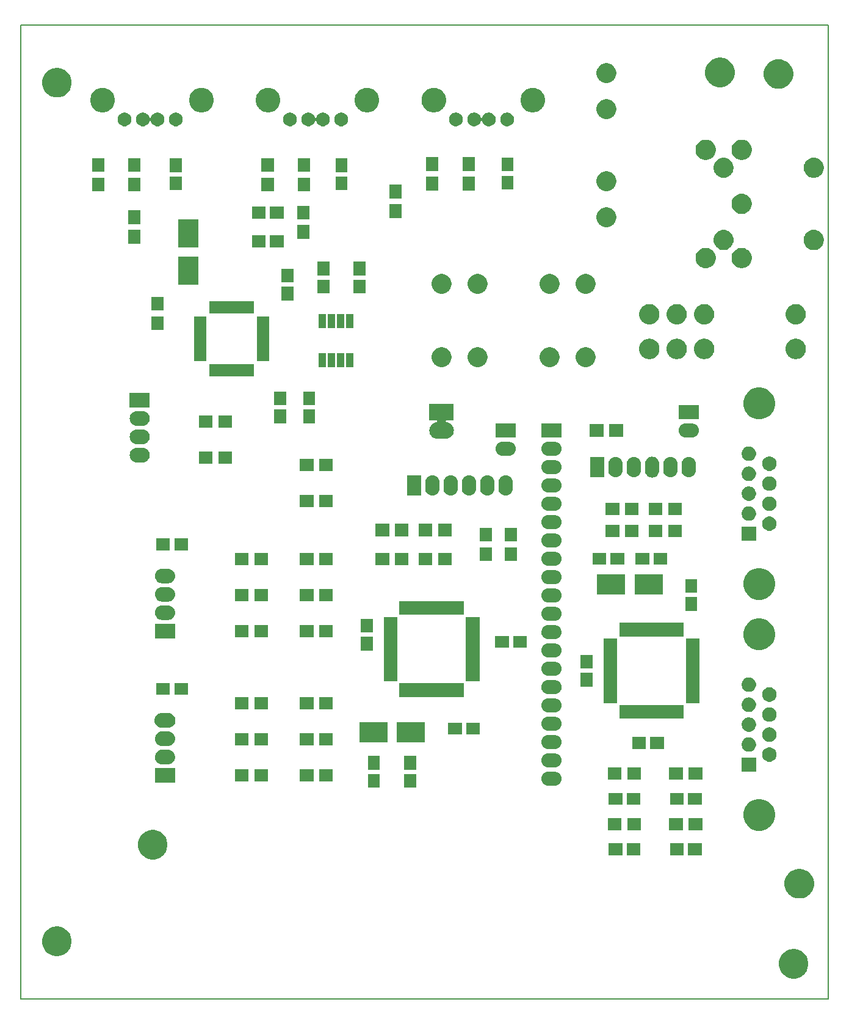
<source format=gbr>
%TF.GenerationSoftware,KiCad,Pcbnew,(5.0.1-3-g963ef8bb5)*%
%TF.CreationDate,2019-05-12T17:35:21+02:00*%
%TF.ProjectId,KaJUSBhub,4B614A5553426875622E6B696361645F,0.2*%
%TF.SameCoordinates,Original*%
%TF.FileFunction,Soldermask,Top*%
%TF.FilePolarity,Negative*%
%FSLAX46Y46*%
G04 Gerber Fmt 4.6, Leading zero omitted, Abs format (unit mm)*
G04 Created by KiCad (PCBNEW (5.0.1-3-g963ef8bb5)) date Sonntag, 12. Mai 2019 um 17:35:21*
%MOMM*%
%LPD*%
G01*
G04 APERTURE LIST*
%ADD10C,0.150000*%
G04 APERTURE END LIST*
D10*
X108000000Y-155000000D02*
X108000000Y-20000000D01*
X220000000Y-155000000D02*
X108000000Y-155000000D01*
X108000000Y-20000000D02*
X220000000Y-20000000D01*
X220000000Y-20000000D02*
X220000000Y-155000000D01*
G36*
X215665944Y-148102520D02*
X215797963Y-148128780D01*
X215952496Y-148192790D01*
X216171038Y-148283313D01*
X216506802Y-148507663D01*
X216792337Y-148793198D01*
X217016687Y-149128962D01*
X217171220Y-149502038D01*
X217250000Y-149898091D01*
X217250000Y-150301909D01*
X217171220Y-150697962D01*
X217016687Y-151071038D01*
X216792337Y-151406802D01*
X216506802Y-151692337D01*
X216171038Y-151916687D01*
X215952496Y-152007210D01*
X215797963Y-152071220D01*
X215665944Y-152097480D01*
X215401909Y-152150000D01*
X214998091Y-152150000D01*
X214734056Y-152097480D01*
X214602037Y-152071220D01*
X214447504Y-152007210D01*
X214228962Y-151916687D01*
X213893198Y-151692337D01*
X213607663Y-151406802D01*
X213383313Y-151071038D01*
X213228780Y-150697962D01*
X213150000Y-150301909D01*
X213150000Y-149898091D01*
X213228780Y-149502038D01*
X213383313Y-149128962D01*
X213607663Y-148793198D01*
X213893198Y-148507663D01*
X214228962Y-148283313D01*
X214447504Y-148192790D01*
X214602037Y-148128780D01*
X214734056Y-148102520D01*
X214998091Y-148050000D01*
X215401909Y-148050000D01*
X215665944Y-148102520D01*
X215665944Y-148102520D01*
G37*
G36*
X113465944Y-145002520D02*
X113597963Y-145028780D01*
X113752496Y-145092790D01*
X113971038Y-145183313D01*
X114306802Y-145407663D01*
X114592337Y-145693198D01*
X114816687Y-146028962D01*
X114971220Y-146402038D01*
X115050000Y-146798091D01*
X115050000Y-147201909D01*
X114971220Y-147597962D01*
X114816687Y-147971038D01*
X114592337Y-148306802D01*
X114306802Y-148592337D01*
X113971038Y-148816687D01*
X113752496Y-148907210D01*
X113597963Y-148971220D01*
X113465944Y-148997480D01*
X113201909Y-149050000D01*
X112798091Y-149050000D01*
X112534056Y-148997480D01*
X112402037Y-148971220D01*
X112247504Y-148907210D01*
X112028962Y-148816687D01*
X111693198Y-148592337D01*
X111407663Y-148306802D01*
X111183313Y-147971038D01*
X111028780Y-147597962D01*
X110950000Y-147201909D01*
X110950000Y-146798091D01*
X111028780Y-146402038D01*
X111183313Y-146028962D01*
X111407663Y-145693198D01*
X111693198Y-145407663D01*
X112028962Y-145183313D01*
X112247504Y-145092790D01*
X112402037Y-145028780D01*
X112534056Y-145002520D01*
X112798091Y-144950000D01*
X113201909Y-144950000D01*
X113465944Y-145002520D01*
X113465944Y-145002520D01*
G37*
G36*
X216465944Y-137002520D02*
X216597963Y-137028780D01*
X216752496Y-137092790D01*
X216971038Y-137183313D01*
X217306802Y-137407663D01*
X217592337Y-137693198D01*
X217816687Y-138028962D01*
X217971220Y-138402038D01*
X218050000Y-138798091D01*
X218050000Y-139201909D01*
X217971220Y-139597962D01*
X217816687Y-139971038D01*
X217592337Y-140306802D01*
X217306802Y-140592337D01*
X216971038Y-140816687D01*
X216752496Y-140907210D01*
X216597963Y-140971220D01*
X216465944Y-140997480D01*
X216201909Y-141050000D01*
X215798091Y-141050000D01*
X215534056Y-140997480D01*
X215402037Y-140971220D01*
X215247504Y-140907210D01*
X215028962Y-140816687D01*
X214693198Y-140592337D01*
X214407663Y-140306802D01*
X214183313Y-139971038D01*
X214028780Y-139597962D01*
X213950000Y-139201909D01*
X213950000Y-138798091D01*
X214028780Y-138402038D01*
X214183313Y-138028962D01*
X214407663Y-137693198D01*
X214693198Y-137407663D01*
X215028962Y-137183313D01*
X215247504Y-137092790D01*
X215402037Y-137028780D01*
X215534056Y-137002520D01*
X215798091Y-136950000D01*
X216201909Y-136950000D01*
X216465944Y-137002520D01*
X216465944Y-137002520D01*
G37*
G36*
X126753275Y-131600000D02*
X126897963Y-131628780D01*
X126973334Y-131660000D01*
X127271038Y-131783313D01*
X127606802Y-132007663D01*
X127892337Y-132293198D01*
X128116687Y-132628962D01*
X128271220Y-133002038D01*
X128350000Y-133398091D01*
X128350000Y-133801909D01*
X128271220Y-134197962D01*
X128116687Y-134571038D01*
X127892337Y-134906802D01*
X127606802Y-135192337D01*
X127271038Y-135416687D01*
X127052496Y-135507210D01*
X126897963Y-135571220D01*
X126765944Y-135597480D01*
X126501909Y-135650000D01*
X126098091Y-135650000D01*
X125834056Y-135597480D01*
X125702037Y-135571220D01*
X125547504Y-135507210D01*
X125328962Y-135416687D01*
X124993198Y-135192337D01*
X124707663Y-134906802D01*
X124483313Y-134571038D01*
X124328780Y-134197962D01*
X124250000Y-133801909D01*
X124250000Y-133398091D01*
X124328780Y-133002038D01*
X124483313Y-132628962D01*
X124707663Y-132293198D01*
X124993198Y-132007663D01*
X125328962Y-131783313D01*
X125626666Y-131660000D01*
X125702037Y-131628780D01*
X125846725Y-131600000D01*
X126098091Y-131550000D01*
X126501909Y-131550000D01*
X126753275Y-131600000D01*
X126753275Y-131600000D01*
G37*
G36*
X191440000Y-135075000D02*
X189540000Y-135075000D01*
X189540000Y-133425000D01*
X191440000Y-133425000D01*
X191440000Y-135075000D01*
X191440000Y-135075000D01*
G37*
G36*
X202450000Y-135075000D02*
X200550000Y-135075000D01*
X200550000Y-133425000D01*
X202450000Y-133425000D01*
X202450000Y-135075000D01*
X202450000Y-135075000D01*
G37*
G36*
X193940000Y-135075000D02*
X192040000Y-135075000D01*
X192040000Y-133425000D01*
X193940000Y-133425000D01*
X193940000Y-135075000D01*
X193940000Y-135075000D01*
G37*
G36*
X199950000Y-135075000D02*
X198050000Y-135075000D01*
X198050000Y-133425000D01*
X199950000Y-133425000D01*
X199950000Y-135075000D01*
X199950000Y-135075000D01*
G37*
G36*
X211061716Y-127344544D02*
X211462090Y-127510384D01*
X211822421Y-127751150D01*
X212128850Y-128057579D01*
X212369616Y-128417910D01*
X212535456Y-128818284D01*
X212620000Y-129243317D01*
X212620000Y-129676683D01*
X212535456Y-130101716D01*
X212369616Y-130502090D01*
X212128850Y-130862421D01*
X211822421Y-131168850D01*
X211462090Y-131409616D01*
X211061716Y-131575456D01*
X210636683Y-131660000D01*
X210203317Y-131660000D01*
X209778284Y-131575456D01*
X209377910Y-131409616D01*
X209017579Y-131168850D01*
X208711150Y-130862421D01*
X208470384Y-130502090D01*
X208304544Y-130101716D01*
X208220000Y-129676683D01*
X208220000Y-129243317D01*
X208304544Y-128818284D01*
X208470384Y-128417910D01*
X208711150Y-128057579D01*
X209017579Y-127751150D01*
X209377910Y-127510384D01*
X209778284Y-127344544D01*
X210203317Y-127260000D01*
X210636683Y-127260000D01*
X211061716Y-127344544D01*
X211061716Y-127344544D01*
G37*
G36*
X202550000Y-131600000D02*
X200650000Y-131600000D01*
X200650000Y-129900000D01*
X202550000Y-129900000D01*
X202550000Y-131600000D01*
X202550000Y-131600000D01*
G37*
G36*
X191340000Y-131600000D02*
X189440000Y-131600000D01*
X189440000Y-129900000D01*
X191340000Y-129900000D01*
X191340000Y-131600000D01*
X191340000Y-131600000D01*
G37*
G36*
X194040000Y-131600000D02*
X192140000Y-131600000D01*
X192140000Y-129900000D01*
X194040000Y-129900000D01*
X194040000Y-131600000D01*
X194040000Y-131600000D01*
G37*
G36*
X199850000Y-131600000D02*
X197950000Y-131600000D01*
X197950000Y-129900000D01*
X199850000Y-129900000D01*
X199850000Y-131600000D01*
X199850000Y-131600000D01*
G37*
G36*
X191450000Y-128075000D02*
X189550000Y-128075000D01*
X189550000Y-126425000D01*
X191450000Y-126425000D01*
X191450000Y-128075000D01*
X191450000Y-128075000D01*
G37*
G36*
X199950000Y-128075000D02*
X198050000Y-128075000D01*
X198050000Y-126425000D01*
X199950000Y-126425000D01*
X199950000Y-128075000D01*
X199950000Y-128075000D01*
G37*
G36*
X193950000Y-128075000D02*
X192050000Y-128075000D01*
X192050000Y-126425000D01*
X193950000Y-126425000D01*
X193950000Y-128075000D01*
X193950000Y-128075000D01*
G37*
G36*
X202450000Y-128075000D02*
X200550000Y-128075000D01*
X200550000Y-126425000D01*
X202450000Y-126425000D01*
X202450000Y-128075000D01*
X202450000Y-128075000D01*
G37*
G36*
X162825000Y-125700000D02*
X161175000Y-125700000D01*
X161175000Y-123800000D01*
X162825000Y-123800000D01*
X162825000Y-125700000D01*
X162825000Y-125700000D01*
G37*
G36*
X157825000Y-125700000D02*
X156175000Y-125700000D01*
X156175000Y-123800000D01*
X157825000Y-123800000D01*
X157825000Y-125700000D01*
X157825000Y-125700000D01*
G37*
G36*
X182206030Y-123474469D02*
X182206033Y-123474470D01*
X182206034Y-123474470D01*
X182394535Y-123531651D01*
X182394537Y-123531652D01*
X182568260Y-123624509D01*
X182720528Y-123749472D01*
X182845491Y-123901740D01*
X182938348Y-124075463D01*
X182995531Y-124263970D01*
X183014838Y-124460000D01*
X182995531Y-124656030D01*
X182938348Y-124844537D01*
X182845491Y-125018260D01*
X182720528Y-125170528D01*
X182568260Y-125295491D01*
X182568258Y-125295492D01*
X182394535Y-125388349D01*
X182206034Y-125445530D01*
X182206033Y-125445530D01*
X182206030Y-125445531D01*
X182059124Y-125460000D01*
X181160876Y-125460000D01*
X181013970Y-125445531D01*
X181013967Y-125445530D01*
X181013966Y-125445530D01*
X180825465Y-125388349D01*
X180651742Y-125295492D01*
X180651740Y-125295491D01*
X180499472Y-125170528D01*
X180374509Y-125018260D01*
X180281652Y-124844537D01*
X180224469Y-124656030D01*
X180205162Y-124460000D01*
X180224469Y-124263970D01*
X180281652Y-124075463D01*
X180374509Y-123901740D01*
X180499472Y-123749472D01*
X180651740Y-123624509D01*
X180825463Y-123531652D01*
X180825465Y-123531651D01*
X181013966Y-123474470D01*
X181013967Y-123474470D01*
X181013970Y-123474469D01*
X181160876Y-123460000D01*
X182059124Y-123460000D01*
X182206030Y-123474469D01*
X182206030Y-123474469D01*
G37*
G36*
X129400000Y-125000000D02*
X126600000Y-125000000D01*
X126600000Y-123000000D01*
X129400000Y-123000000D01*
X129400000Y-125000000D01*
X129400000Y-125000000D01*
G37*
G36*
X142300000Y-124850000D02*
X140400000Y-124850000D01*
X140400000Y-123150000D01*
X142300000Y-123150000D01*
X142300000Y-124850000D01*
X142300000Y-124850000D01*
G37*
G36*
X139600000Y-124850000D02*
X137700000Y-124850000D01*
X137700000Y-123150000D01*
X139600000Y-123150000D01*
X139600000Y-124850000D01*
X139600000Y-124850000D01*
G37*
G36*
X151300000Y-124850000D02*
X149400000Y-124850000D01*
X149400000Y-123150000D01*
X151300000Y-123150000D01*
X151300000Y-124850000D01*
X151300000Y-124850000D01*
G37*
G36*
X148600000Y-124850000D02*
X146700000Y-124850000D01*
X146700000Y-123150000D01*
X148600000Y-123150000D01*
X148600000Y-124850000D01*
X148600000Y-124850000D01*
G37*
G36*
X202550000Y-124600000D02*
X200650000Y-124600000D01*
X200650000Y-122900000D01*
X202550000Y-122900000D01*
X202550000Y-124600000D01*
X202550000Y-124600000D01*
G37*
G36*
X199850000Y-124600000D02*
X197950000Y-124600000D01*
X197950000Y-122900000D01*
X199850000Y-122900000D01*
X199850000Y-124600000D01*
X199850000Y-124600000D01*
G37*
G36*
X191350000Y-124600000D02*
X189450000Y-124600000D01*
X189450000Y-122900000D01*
X191350000Y-122900000D01*
X191350000Y-124600000D01*
X191350000Y-124600000D01*
G37*
G36*
X194050000Y-124600000D02*
X192150000Y-124600000D01*
X192150000Y-122900000D01*
X194050000Y-122900000D01*
X194050000Y-124600000D01*
X194050000Y-124600000D01*
G37*
G36*
X210000000Y-123500000D02*
X208000000Y-123500000D01*
X208000000Y-121500000D01*
X210000000Y-121500000D01*
X210000000Y-123500000D01*
X210000000Y-123500000D01*
G37*
G36*
X157825000Y-123200000D02*
X156175000Y-123200000D01*
X156175000Y-121300000D01*
X157825000Y-121300000D01*
X157825000Y-123200000D01*
X157825000Y-123200000D01*
G37*
G36*
X162825000Y-123200000D02*
X161175000Y-123200000D01*
X161175000Y-121300000D01*
X162825000Y-121300000D01*
X162825000Y-123200000D01*
X162825000Y-123200000D01*
G37*
G36*
X182206030Y-120934469D02*
X182206033Y-120934470D01*
X182206034Y-120934470D01*
X182394535Y-120991651D01*
X182394537Y-120991652D01*
X182568260Y-121084509D01*
X182720528Y-121209472D01*
X182845491Y-121361740D01*
X182938348Y-121535463D01*
X182995531Y-121723970D01*
X183014838Y-121920000D01*
X182995531Y-122116030D01*
X182938348Y-122304537D01*
X182845491Y-122478260D01*
X182720528Y-122630528D01*
X182568260Y-122755491D01*
X182568258Y-122755492D01*
X182394535Y-122848349D01*
X182206034Y-122905530D01*
X182206033Y-122905530D01*
X182206030Y-122905531D01*
X182059124Y-122920000D01*
X181160876Y-122920000D01*
X181013970Y-122905531D01*
X181013967Y-122905530D01*
X181013966Y-122905530D01*
X180825465Y-122848349D01*
X180651742Y-122755492D01*
X180651740Y-122755491D01*
X180499472Y-122630528D01*
X180374509Y-122478260D01*
X180281652Y-122304537D01*
X180224469Y-122116030D01*
X180205162Y-121920000D01*
X180224469Y-121723970D01*
X180281652Y-121535463D01*
X180374509Y-121361740D01*
X180499472Y-121209472D01*
X180651740Y-121084509D01*
X180825463Y-120991652D01*
X180825465Y-120991651D01*
X181013966Y-120934470D01*
X181013967Y-120934470D01*
X181013970Y-120934469D01*
X181160876Y-120920000D01*
X182059124Y-120920000D01*
X182206030Y-120934469D01*
X182206030Y-120934469D01*
G37*
G36*
X128596030Y-120474469D02*
X128596033Y-120474470D01*
X128596034Y-120474470D01*
X128784535Y-120531651D01*
X128784537Y-120531652D01*
X128958260Y-120624509D01*
X129110528Y-120749472D01*
X129235491Y-120901740D01*
X129235492Y-120901742D01*
X129328349Y-121075465D01*
X129370219Y-121213493D01*
X129385531Y-121263970D01*
X129404838Y-121460000D01*
X129385531Y-121656030D01*
X129385530Y-121656033D01*
X129385530Y-121656034D01*
X129356278Y-121752466D01*
X129328348Y-121844537D01*
X129235491Y-122018260D01*
X129110528Y-122170528D01*
X128958260Y-122295491D01*
X128958258Y-122295492D01*
X128784535Y-122388349D01*
X128596034Y-122445530D01*
X128596033Y-122445530D01*
X128596030Y-122445531D01*
X128449124Y-122460000D01*
X127550876Y-122460000D01*
X127403970Y-122445531D01*
X127403967Y-122445530D01*
X127403966Y-122445530D01*
X127215465Y-122388349D01*
X127041742Y-122295492D01*
X127041740Y-122295491D01*
X126889472Y-122170528D01*
X126764509Y-122018260D01*
X126671652Y-121844537D01*
X126643723Y-121752466D01*
X126614470Y-121656034D01*
X126614470Y-121656033D01*
X126614469Y-121656030D01*
X126595162Y-121460000D01*
X126614469Y-121263970D01*
X126629781Y-121213493D01*
X126671651Y-121075465D01*
X126764508Y-120901742D01*
X126764509Y-120901740D01*
X126889472Y-120749472D01*
X127041740Y-120624509D01*
X127215463Y-120531652D01*
X127215465Y-120531651D01*
X127403966Y-120474470D01*
X127403967Y-120474470D01*
X127403970Y-120474469D01*
X127550876Y-120460000D01*
X128449124Y-120460000D01*
X128596030Y-120474469D01*
X128596030Y-120474469D01*
G37*
G36*
X212015770Y-120130372D02*
X212131689Y-120153429D01*
X212313678Y-120228811D01*
X212477463Y-120338249D01*
X212616751Y-120477537D01*
X212726189Y-120641322D01*
X212801571Y-120823311D01*
X212817171Y-120901740D01*
X212835056Y-120991651D01*
X212840000Y-121016509D01*
X212840000Y-121213491D01*
X212801571Y-121406689D01*
X212726189Y-121588678D01*
X212616751Y-121752463D01*
X212477463Y-121891751D01*
X212313678Y-122001189D01*
X212131689Y-122076571D01*
X212015770Y-122099628D01*
X211938493Y-122115000D01*
X211741507Y-122115000D01*
X211664230Y-122099628D01*
X211548311Y-122076571D01*
X211366322Y-122001189D01*
X211202537Y-121891751D01*
X211063249Y-121752463D01*
X210953811Y-121588678D01*
X210878429Y-121406689D01*
X210840000Y-121213491D01*
X210840000Y-121016509D01*
X210844945Y-120991651D01*
X210862829Y-120901740D01*
X210878429Y-120823311D01*
X210953811Y-120641322D01*
X211063249Y-120477537D01*
X211202537Y-120338249D01*
X211366322Y-120228811D01*
X211548311Y-120153429D01*
X211664230Y-120130372D01*
X211741507Y-120115000D01*
X211938493Y-120115000D01*
X212015770Y-120130372D01*
X212015770Y-120130372D01*
G37*
G36*
X209175770Y-118745372D02*
X209291689Y-118768429D01*
X209473678Y-118843811D01*
X209637463Y-118953249D01*
X209776751Y-119092537D01*
X209886189Y-119256322D01*
X209961571Y-119438311D01*
X209969517Y-119478260D01*
X210000000Y-119631507D01*
X210000000Y-119828493D01*
X209996050Y-119848349D01*
X209961571Y-120021689D01*
X209886189Y-120203678D01*
X209776751Y-120367463D01*
X209637463Y-120506751D01*
X209473678Y-120616189D01*
X209291689Y-120691571D01*
X209175770Y-120714628D01*
X209098493Y-120730000D01*
X208901507Y-120730000D01*
X208824230Y-120714628D01*
X208708311Y-120691571D01*
X208526322Y-120616189D01*
X208362537Y-120506751D01*
X208223249Y-120367463D01*
X208113811Y-120203678D01*
X208038429Y-120021689D01*
X208003950Y-119848349D01*
X208000000Y-119828493D01*
X208000000Y-119631507D01*
X208030483Y-119478260D01*
X208038429Y-119438311D01*
X208113811Y-119256322D01*
X208223249Y-119092537D01*
X208362537Y-118953249D01*
X208526322Y-118843811D01*
X208708311Y-118768429D01*
X208824230Y-118745372D01*
X208901507Y-118730000D01*
X209098493Y-118730000D01*
X209175770Y-118745372D01*
X209175770Y-118745372D01*
G37*
G36*
X182206030Y-118394469D02*
X182206033Y-118394470D01*
X182206034Y-118394470D01*
X182394535Y-118451651D01*
X182394537Y-118451652D01*
X182568260Y-118544509D01*
X182720528Y-118669472D01*
X182845491Y-118821740D01*
X182938348Y-118995463D01*
X182995531Y-119183970D01*
X183014838Y-119380000D01*
X182995531Y-119576030D01*
X182938348Y-119764537D01*
X182845491Y-119938260D01*
X182720528Y-120090528D01*
X182568260Y-120215491D01*
X182568258Y-120215492D01*
X182394535Y-120308349D01*
X182206034Y-120365530D01*
X182206033Y-120365530D01*
X182206030Y-120365531D01*
X182059124Y-120380000D01*
X181160876Y-120380000D01*
X181013970Y-120365531D01*
X181013967Y-120365530D01*
X181013966Y-120365530D01*
X180825465Y-120308349D01*
X180651742Y-120215492D01*
X180651740Y-120215491D01*
X180499472Y-120090528D01*
X180374509Y-119938260D01*
X180281652Y-119764537D01*
X180224469Y-119576030D01*
X180205162Y-119380000D01*
X180224469Y-119183970D01*
X180281652Y-118995463D01*
X180374509Y-118821740D01*
X180499472Y-118669472D01*
X180651740Y-118544509D01*
X180825463Y-118451652D01*
X180825465Y-118451651D01*
X181013966Y-118394470D01*
X181013967Y-118394470D01*
X181013970Y-118394469D01*
X181160876Y-118380000D01*
X182059124Y-118380000D01*
X182206030Y-118394469D01*
X182206030Y-118394469D01*
G37*
G36*
X194700000Y-120325000D02*
X192800000Y-120325000D01*
X192800000Y-118675000D01*
X194700000Y-118675000D01*
X194700000Y-120325000D01*
X194700000Y-120325000D01*
G37*
G36*
X197200000Y-120325000D02*
X195300000Y-120325000D01*
X195300000Y-118675000D01*
X197200000Y-118675000D01*
X197200000Y-120325000D01*
X197200000Y-120325000D01*
G37*
G36*
X128596030Y-117934469D02*
X128596033Y-117934470D01*
X128596034Y-117934470D01*
X128784535Y-117991651D01*
X128784537Y-117991652D01*
X128958260Y-118084509D01*
X129110528Y-118209472D01*
X129235491Y-118361740D01*
X129328348Y-118535463D01*
X129385531Y-118723970D01*
X129404838Y-118920000D01*
X129385531Y-119116030D01*
X129328348Y-119304537D01*
X129235491Y-119478260D01*
X129110528Y-119630528D01*
X128958260Y-119755491D01*
X128958258Y-119755492D01*
X128784535Y-119848349D01*
X128596034Y-119905530D01*
X128596033Y-119905530D01*
X128596030Y-119905531D01*
X128449124Y-119920000D01*
X127550876Y-119920000D01*
X127403970Y-119905531D01*
X127403967Y-119905530D01*
X127403966Y-119905530D01*
X127215465Y-119848349D01*
X127041742Y-119755492D01*
X127041740Y-119755491D01*
X126889472Y-119630528D01*
X126764509Y-119478260D01*
X126671652Y-119304537D01*
X126614469Y-119116030D01*
X126595162Y-118920000D01*
X126614469Y-118723970D01*
X126671652Y-118535463D01*
X126764509Y-118361740D01*
X126889472Y-118209472D01*
X127041740Y-118084509D01*
X127215463Y-117991652D01*
X127215465Y-117991651D01*
X127403966Y-117934470D01*
X127403967Y-117934470D01*
X127403970Y-117934469D01*
X127550876Y-117920000D01*
X128449124Y-117920000D01*
X128596030Y-117934469D01*
X128596030Y-117934469D01*
G37*
G36*
X142300000Y-119850000D02*
X140400000Y-119850000D01*
X140400000Y-118150000D01*
X142300000Y-118150000D01*
X142300000Y-119850000D01*
X142300000Y-119850000D01*
G37*
G36*
X151300000Y-119850000D02*
X149400000Y-119850000D01*
X149400000Y-118150000D01*
X151300000Y-118150000D01*
X151300000Y-119850000D01*
X151300000Y-119850000D01*
G37*
G36*
X148600000Y-119850000D02*
X146700000Y-119850000D01*
X146700000Y-118150000D01*
X148600000Y-118150000D01*
X148600000Y-119850000D01*
X148600000Y-119850000D01*
G37*
G36*
X139600000Y-119850000D02*
X137700000Y-119850000D01*
X137700000Y-118150000D01*
X139600000Y-118150000D01*
X139600000Y-119850000D01*
X139600000Y-119850000D01*
G37*
G36*
X158850000Y-119400000D02*
X154950000Y-119400000D01*
X154950000Y-116600000D01*
X158850000Y-116600000D01*
X158850000Y-119400000D01*
X158850000Y-119400000D01*
G37*
G36*
X164050000Y-119400000D02*
X160150000Y-119400000D01*
X160150000Y-116600000D01*
X164050000Y-116600000D01*
X164050000Y-119400000D01*
X164050000Y-119400000D01*
G37*
G36*
X212015770Y-117360372D02*
X212131689Y-117383429D01*
X212313678Y-117458811D01*
X212477463Y-117568249D01*
X212616751Y-117707537D01*
X212726189Y-117871322D01*
X212801571Y-118053311D01*
X212840000Y-118246509D01*
X212840000Y-118443491D01*
X212801571Y-118636689D01*
X212726189Y-118818678D01*
X212616751Y-118982463D01*
X212477463Y-119121751D01*
X212313678Y-119231189D01*
X212131689Y-119306571D01*
X212015770Y-119329628D01*
X211938493Y-119345000D01*
X211741507Y-119345000D01*
X211664230Y-119329628D01*
X211548311Y-119306571D01*
X211366322Y-119231189D01*
X211202537Y-119121751D01*
X211063249Y-118982463D01*
X210953811Y-118818678D01*
X210878429Y-118636689D01*
X210840000Y-118443491D01*
X210840000Y-118246509D01*
X210878429Y-118053311D01*
X210953811Y-117871322D01*
X211063249Y-117707537D01*
X211202537Y-117568249D01*
X211366322Y-117458811D01*
X211548311Y-117383429D01*
X211664230Y-117360372D01*
X211741507Y-117345000D01*
X211938493Y-117345000D01*
X212015770Y-117360372D01*
X212015770Y-117360372D01*
G37*
G36*
X169200000Y-118325000D02*
X167300000Y-118325000D01*
X167300000Y-116675000D01*
X169200000Y-116675000D01*
X169200000Y-118325000D01*
X169200000Y-118325000D01*
G37*
G36*
X171700000Y-118325000D02*
X169800000Y-118325000D01*
X169800000Y-116675000D01*
X171700000Y-116675000D01*
X171700000Y-118325000D01*
X171700000Y-118325000D01*
G37*
G36*
X209175770Y-115975372D02*
X209291689Y-115998429D01*
X209473678Y-116073811D01*
X209637463Y-116183249D01*
X209776751Y-116322537D01*
X209886189Y-116486322D01*
X209961571Y-116668311D01*
X210000000Y-116861509D01*
X210000000Y-117058491D01*
X209961571Y-117251689D01*
X209886189Y-117433678D01*
X209776751Y-117597463D01*
X209637463Y-117736751D01*
X209473678Y-117846189D01*
X209291689Y-117921571D01*
X209175770Y-117944628D01*
X209098493Y-117960000D01*
X208901507Y-117960000D01*
X208824230Y-117944628D01*
X208708311Y-117921571D01*
X208526322Y-117846189D01*
X208362537Y-117736751D01*
X208223249Y-117597463D01*
X208113811Y-117433678D01*
X208038429Y-117251689D01*
X208000000Y-117058491D01*
X208000000Y-116861509D01*
X208038429Y-116668311D01*
X208113811Y-116486322D01*
X208223249Y-116322537D01*
X208362537Y-116183249D01*
X208526322Y-116073811D01*
X208708311Y-115998429D01*
X208824230Y-115975372D01*
X208901507Y-115960000D01*
X209098493Y-115960000D01*
X209175770Y-115975372D01*
X209175770Y-115975372D01*
G37*
G36*
X182206030Y-115854469D02*
X182206033Y-115854470D01*
X182206034Y-115854470D01*
X182394535Y-115911651D01*
X182394537Y-115911652D01*
X182568260Y-116004509D01*
X182720528Y-116129472D01*
X182845491Y-116281740D01*
X182938348Y-116455463D01*
X182995531Y-116643970D01*
X183014838Y-116840000D01*
X182995531Y-117036030D01*
X182938348Y-117224537D01*
X182845491Y-117398260D01*
X182720528Y-117550528D01*
X182568260Y-117675491D01*
X182568258Y-117675492D01*
X182394535Y-117768349D01*
X182206034Y-117825530D01*
X182206033Y-117825530D01*
X182206030Y-117825531D01*
X182059124Y-117840000D01*
X181160876Y-117840000D01*
X181013970Y-117825531D01*
X181013967Y-117825530D01*
X181013966Y-117825530D01*
X180825465Y-117768349D01*
X180651742Y-117675492D01*
X180651740Y-117675491D01*
X180499472Y-117550528D01*
X180374509Y-117398260D01*
X180281652Y-117224537D01*
X180224469Y-117036030D01*
X180205162Y-116840000D01*
X180224469Y-116643970D01*
X180281652Y-116455463D01*
X180374509Y-116281740D01*
X180499472Y-116129472D01*
X180651740Y-116004509D01*
X180825463Y-115911652D01*
X180825465Y-115911651D01*
X181013966Y-115854470D01*
X181013967Y-115854470D01*
X181013970Y-115854469D01*
X181160876Y-115840000D01*
X182059124Y-115840000D01*
X182206030Y-115854469D01*
X182206030Y-115854469D01*
G37*
G36*
X128646030Y-115394469D02*
X128646033Y-115394470D01*
X128646034Y-115394470D01*
X128834535Y-115451651D01*
X128834537Y-115451652D01*
X129008260Y-115544509D01*
X129160528Y-115669472D01*
X129285491Y-115821740D01*
X129285492Y-115821742D01*
X129378349Y-115995465D01*
X129435314Y-116183253D01*
X129435531Y-116183970D01*
X129454838Y-116380000D01*
X129435531Y-116576030D01*
X129378348Y-116764537D01*
X129285491Y-116938260D01*
X129160528Y-117090528D01*
X129008260Y-117215491D01*
X129008258Y-117215492D01*
X128834535Y-117308349D01*
X128646034Y-117365530D01*
X128646033Y-117365530D01*
X128646030Y-117365531D01*
X128499124Y-117380000D01*
X127500876Y-117380000D01*
X127353970Y-117365531D01*
X127353967Y-117365530D01*
X127353966Y-117365530D01*
X127165465Y-117308349D01*
X126991742Y-117215492D01*
X126991740Y-117215491D01*
X126839472Y-117090528D01*
X126714509Y-116938260D01*
X126621652Y-116764537D01*
X126564469Y-116576030D01*
X126545162Y-116380000D01*
X126564469Y-116183970D01*
X126564686Y-116183253D01*
X126621651Y-115995465D01*
X126714508Y-115821742D01*
X126714509Y-115821740D01*
X126839472Y-115669472D01*
X126991740Y-115544509D01*
X127165463Y-115451652D01*
X127165465Y-115451651D01*
X127353966Y-115394470D01*
X127353967Y-115394470D01*
X127353970Y-115394469D01*
X127500876Y-115380000D01*
X128499124Y-115380000D01*
X128646030Y-115394469D01*
X128646030Y-115394469D01*
G37*
G36*
X212015770Y-114590372D02*
X212131689Y-114613429D01*
X212313678Y-114688811D01*
X212477463Y-114798249D01*
X212616751Y-114937537D01*
X212726189Y-115101322D01*
X212801571Y-115283311D01*
X212820803Y-115380000D01*
X212835056Y-115451651D01*
X212840000Y-115476509D01*
X212840000Y-115673491D01*
X212801571Y-115866689D01*
X212726189Y-116048678D01*
X212616751Y-116212463D01*
X212477463Y-116351751D01*
X212313678Y-116461189D01*
X212131689Y-116536571D01*
X212015770Y-116559628D01*
X211938493Y-116575000D01*
X211741507Y-116575000D01*
X211664230Y-116559628D01*
X211548311Y-116536571D01*
X211366322Y-116461189D01*
X211202537Y-116351751D01*
X211063249Y-116212463D01*
X210953811Y-116048678D01*
X210878429Y-115866689D01*
X210840000Y-115673491D01*
X210840000Y-115476509D01*
X210844945Y-115451651D01*
X210859197Y-115380000D01*
X210878429Y-115283311D01*
X210953811Y-115101322D01*
X211063249Y-114937537D01*
X211202537Y-114798249D01*
X211366322Y-114688811D01*
X211548311Y-114613429D01*
X211664230Y-114590372D01*
X211741507Y-114575000D01*
X211938493Y-114575000D01*
X212015770Y-114590372D01*
X212015770Y-114590372D01*
G37*
G36*
X199975000Y-116150000D02*
X191025000Y-116150000D01*
X191025000Y-114250000D01*
X199975000Y-114250000D01*
X199975000Y-116150000D01*
X199975000Y-116150000D01*
G37*
G36*
X182206030Y-113314469D02*
X182206033Y-113314470D01*
X182206034Y-113314470D01*
X182394535Y-113371651D01*
X182394537Y-113371652D01*
X182568260Y-113464509D01*
X182720528Y-113589472D01*
X182845491Y-113741740D01*
X182845492Y-113741742D01*
X182938349Y-113915465D01*
X182991751Y-114091509D01*
X182995531Y-114103970D01*
X183014838Y-114300000D01*
X182995531Y-114496030D01*
X182995530Y-114496033D01*
X182995530Y-114496034D01*
X182944677Y-114663675D01*
X182938348Y-114684537D01*
X182845491Y-114858260D01*
X182720528Y-115010528D01*
X182568260Y-115135491D01*
X182568258Y-115135492D01*
X182394535Y-115228349D01*
X182206034Y-115285530D01*
X182206033Y-115285530D01*
X182206030Y-115285531D01*
X182059124Y-115300000D01*
X181160876Y-115300000D01*
X181013970Y-115285531D01*
X181013967Y-115285530D01*
X181013966Y-115285530D01*
X180825465Y-115228349D01*
X180651742Y-115135492D01*
X180651740Y-115135491D01*
X180499472Y-115010528D01*
X180374509Y-114858260D01*
X180281652Y-114684537D01*
X180275324Y-114663675D01*
X180224470Y-114496034D01*
X180224470Y-114496033D01*
X180224469Y-114496030D01*
X180205162Y-114300000D01*
X180224469Y-114103970D01*
X180228249Y-114091509D01*
X180281651Y-113915465D01*
X180374508Y-113741742D01*
X180374509Y-113741740D01*
X180499472Y-113589472D01*
X180651740Y-113464509D01*
X180825463Y-113371652D01*
X180825465Y-113371651D01*
X181013966Y-113314470D01*
X181013967Y-113314470D01*
X181013970Y-113314469D01*
X181160876Y-113300000D01*
X182059124Y-113300000D01*
X182206030Y-113314469D01*
X182206030Y-113314469D01*
G37*
G36*
X209175770Y-113205372D02*
X209291689Y-113228429D01*
X209473678Y-113303811D01*
X209637463Y-113413249D01*
X209776751Y-113552537D01*
X209886189Y-113716322D01*
X209961571Y-113898311D01*
X210000000Y-114091509D01*
X210000000Y-114288491D01*
X209961571Y-114481689D01*
X209886189Y-114663678D01*
X209776751Y-114827463D01*
X209637463Y-114966751D01*
X209473678Y-115076189D01*
X209291689Y-115151571D01*
X209175770Y-115174628D01*
X209098493Y-115190000D01*
X208901507Y-115190000D01*
X208824230Y-115174628D01*
X208708311Y-115151571D01*
X208526322Y-115076189D01*
X208362537Y-114966751D01*
X208223249Y-114827463D01*
X208113811Y-114663678D01*
X208038429Y-114481689D01*
X208000000Y-114288491D01*
X208000000Y-114091509D01*
X208038429Y-113898311D01*
X208113811Y-113716322D01*
X208223249Y-113552537D01*
X208362537Y-113413249D01*
X208526322Y-113303811D01*
X208708311Y-113228429D01*
X208824230Y-113205372D01*
X208901507Y-113190000D01*
X209098493Y-113190000D01*
X209175770Y-113205372D01*
X209175770Y-113205372D01*
G37*
G36*
X151300000Y-114850000D02*
X149400000Y-114850000D01*
X149400000Y-113150000D01*
X151300000Y-113150000D01*
X151300000Y-114850000D01*
X151300000Y-114850000D01*
G37*
G36*
X139600000Y-114850000D02*
X137700000Y-114850000D01*
X137700000Y-113150000D01*
X139600000Y-113150000D01*
X139600000Y-114850000D01*
X139600000Y-114850000D01*
G37*
G36*
X148600000Y-114850000D02*
X146700000Y-114850000D01*
X146700000Y-113150000D01*
X148600000Y-113150000D01*
X148600000Y-114850000D01*
X148600000Y-114850000D01*
G37*
G36*
X142300000Y-114850000D02*
X140400000Y-114850000D01*
X140400000Y-113150000D01*
X142300000Y-113150000D01*
X142300000Y-114850000D01*
X142300000Y-114850000D01*
G37*
G36*
X190750000Y-113975000D02*
X188850000Y-113975000D01*
X188850000Y-105025000D01*
X190750000Y-105025000D01*
X190750000Y-113975000D01*
X190750000Y-113975000D01*
G37*
G36*
X202150000Y-113975000D02*
X200250000Y-113975000D01*
X200250000Y-105025000D01*
X202150000Y-105025000D01*
X202150000Y-113975000D01*
X202150000Y-113975000D01*
G37*
G36*
X212015770Y-111820372D02*
X212131689Y-111843429D01*
X212313678Y-111918811D01*
X212477463Y-112028249D01*
X212616751Y-112167537D01*
X212726189Y-112331322D01*
X212801571Y-112513311D01*
X212840000Y-112706509D01*
X212840000Y-112903491D01*
X212801571Y-113096689D01*
X212726189Y-113278678D01*
X212616751Y-113442463D01*
X212477463Y-113581751D01*
X212313678Y-113691189D01*
X212131689Y-113766571D01*
X212015770Y-113789628D01*
X211938493Y-113805000D01*
X211741507Y-113805000D01*
X211664230Y-113789628D01*
X211548311Y-113766571D01*
X211366322Y-113691189D01*
X211202537Y-113581751D01*
X211063249Y-113442463D01*
X210953811Y-113278678D01*
X210878429Y-113096689D01*
X210840000Y-112903491D01*
X210840000Y-112706509D01*
X210878429Y-112513311D01*
X210953811Y-112331322D01*
X211063249Y-112167537D01*
X211202537Y-112028249D01*
X211366322Y-111918811D01*
X211548311Y-111843429D01*
X211664230Y-111820372D01*
X211741507Y-111805000D01*
X211938493Y-111805000D01*
X212015770Y-111820372D01*
X212015770Y-111820372D01*
G37*
G36*
X169475000Y-113150000D02*
X160525000Y-113150000D01*
X160525000Y-111250000D01*
X169475000Y-111250000D01*
X169475000Y-113150000D01*
X169475000Y-113150000D01*
G37*
G36*
X128700000Y-112825000D02*
X126800000Y-112825000D01*
X126800000Y-111175000D01*
X128700000Y-111175000D01*
X128700000Y-112825000D01*
X128700000Y-112825000D01*
G37*
G36*
X131200000Y-112825000D02*
X129300000Y-112825000D01*
X129300000Y-111175000D01*
X131200000Y-111175000D01*
X131200000Y-112825000D01*
X131200000Y-112825000D01*
G37*
G36*
X182206030Y-110774469D02*
X182206033Y-110774470D01*
X182206034Y-110774470D01*
X182394535Y-110831651D01*
X182394537Y-110831652D01*
X182568260Y-110924509D01*
X182720528Y-111049472D01*
X182845491Y-111201740D01*
X182938348Y-111375463D01*
X182995531Y-111563970D01*
X183014838Y-111760000D01*
X182995531Y-111956030D01*
X182995530Y-111956033D01*
X182995530Y-111956034D01*
X182973623Y-112028253D01*
X182938348Y-112144537D01*
X182845491Y-112318260D01*
X182720528Y-112470528D01*
X182568260Y-112595491D01*
X182568258Y-112595492D01*
X182394535Y-112688349D01*
X182206034Y-112745530D01*
X182206033Y-112745530D01*
X182206030Y-112745531D01*
X182059124Y-112760000D01*
X181160876Y-112760000D01*
X181013970Y-112745531D01*
X181013967Y-112745530D01*
X181013966Y-112745530D01*
X180825465Y-112688349D01*
X180651742Y-112595492D01*
X180651740Y-112595491D01*
X180499472Y-112470528D01*
X180374509Y-112318260D01*
X180281652Y-112144537D01*
X180246378Y-112028253D01*
X180224470Y-111956034D01*
X180224470Y-111956033D01*
X180224469Y-111956030D01*
X180205162Y-111760000D01*
X180224469Y-111563970D01*
X180281652Y-111375463D01*
X180374509Y-111201740D01*
X180499472Y-111049472D01*
X180651740Y-110924509D01*
X180825463Y-110831652D01*
X180825465Y-110831651D01*
X181013966Y-110774470D01*
X181013967Y-110774470D01*
X181013970Y-110774469D01*
X181160876Y-110760000D01*
X182059124Y-110760000D01*
X182206030Y-110774469D01*
X182206030Y-110774469D01*
G37*
G36*
X209175770Y-110435372D02*
X209291689Y-110458429D01*
X209473678Y-110533811D01*
X209637463Y-110643249D01*
X209776751Y-110782537D01*
X209886189Y-110946322D01*
X209961571Y-111128311D01*
X210000000Y-111321509D01*
X210000000Y-111518491D01*
X209961571Y-111711689D01*
X209886189Y-111893678D01*
X209776751Y-112057463D01*
X209637463Y-112196751D01*
X209473678Y-112306189D01*
X209291689Y-112381571D01*
X209175770Y-112404628D01*
X209098493Y-112420000D01*
X208901507Y-112420000D01*
X208824230Y-112404628D01*
X208708311Y-112381571D01*
X208526322Y-112306189D01*
X208362537Y-112196751D01*
X208223249Y-112057463D01*
X208113811Y-111893678D01*
X208038429Y-111711689D01*
X208000000Y-111518491D01*
X208000000Y-111321509D01*
X208038429Y-111128311D01*
X208113811Y-110946322D01*
X208223249Y-110782537D01*
X208362537Y-110643249D01*
X208526322Y-110533811D01*
X208708311Y-110458429D01*
X208824230Y-110435372D01*
X208901507Y-110420000D01*
X209098493Y-110420000D01*
X209175770Y-110435372D01*
X209175770Y-110435372D01*
G37*
G36*
X187325000Y-111700000D02*
X185675000Y-111700000D01*
X185675000Y-109800000D01*
X187325000Y-109800000D01*
X187325000Y-111700000D01*
X187325000Y-111700000D01*
G37*
G36*
X160250000Y-110975000D02*
X158350000Y-110975000D01*
X158350000Y-102025000D01*
X160250000Y-102025000D01*
X160250000Y-110975000D01*
X160250000Y-110975000D01*
G37*
G36*
X171650000Y-110975000D02*
X169750000Y-110975000D01*
X169750000Y-102025000D01*
X171650000Y-102025000D01*
X171650000Y-110975000D01*
X171650000Y-110975000D01*
G37*
G36*
X182206030Y-108234469D02*
X182206033Y-108234470D01*
X182206034Y-108234470D01*
X182394535Y-108291651D01*
X182394537Y-108291652D01*
X182568260Y-108384509D01*
X182720528Y-108509472D01*
X182845491Y-108661740D01*
X182938348Y-108835463D01*
X182995531Y-109023970D01*
X183014838Y-109220000D01*
X182995531Y-109416030D01*
X182938348Y-109604537D01*
X182845491Y-109778260D01*
X182720528Y-109930528D01*
X182568260Y-110055491D01*
X182568258Y-110055492D01*
X182394535Y-110148349D01*
X182206034Y-110205530D01*
X182206033Y-110205530D01*
X182206030Y-110205531D01*
X182059124Y-110220000D01*
X181160876Y-110220000D01*
X181013970Y-110205531D01*
X181013967Y-110205530D01*
X181013966Y-110205530D01*
X180825465Y-110148349D01*
X180651742Y-110055492D01*
X180651740Y-110055491D01*
X180499472Y-109930528D01*
X180374509Y-109778260D01*
X180281652Y-109604537D01*
X180224469Y-109416030D01*
X180205162Y-109220000D01*
X180224469Y-109023970D01*
X180281652Y-108835463D01*
X180374509Y-108661740D01*
X180499472Y-108509472D01*
X180651740Y-108384509D01*
X180825463Y-108291652D01*
X180825465Y-108291651D01*
X181013966Y-108234470D01*
X181013967Y-108234470D01*
X181013970Y-108234469D01*
X181160876Y-108220000D01*
X182059124Y-108220000D01*
X182206030Y-108234469D01*
X182206030Y-108234469D01*
G37*
G36*
X187325000Y-109200000D02*
X185675000Y-109200000D01*
X185675000Y-107300000D01*
X187325000Y-107300000D01*
X187325000Y-109200000D01*
X187325000Y-109200000D01*
G37*
G36*
X182206030Y-105694469D02*
X182206033Y-105694470D01*
X182206034Y-105694470D01*
X182394535Y-105751651D01*
X182394537Y-105751652D01*
X182568260Y-105844509D01*
X182720528Y-105969472D01*
X182845491Y-106121740D01*
X182938348Y-106295463D01*
X182995531Y-106483970D01*
X183014838Y-106680000D01*
X182995531Y-106876030D01*
X182938348Y-107064537D01*
X182845491Y-107238260D01*
X182720528Y-107390528D01*
X182568260Y-107515491D01*
X182568258Y-107515492D01*
X182394535Y-107608349D01*
X182206034Y-107665530D01*
X182206033Y-107665530D01*
X182206030Y-107665531D01*
X182059124Y-107680000D01*
X181160876Y-107680000D01*
X181013970Y-107665531D01*
X181013967Y-107665530D01*
X181013966Y-107665530D01*
X180825465Y-107608349D01*
X180651742Y-107515492D01*
X180651740Y-107515491D01*
X180499472Y-107390528D01*
X180374509Y-107238260D01*
X180281652Y-107064537D01*
X180224469Y-106876030D01*
X180205162Y-106680000D01*
X180224469Y-106483970D01*
X180281652Y-106295463D01*
X180374509Y-106121740D01*
X180499472Y-105969472D01*
X180651740Y-105844509D01*
X180825463Y-105751652D01*
X180825465Y-105751651D01*
X181013966Y-105694470D01*
X181013967Y-105694470D01*
X181013970Y-105694469D01*
X181160876Y-105680000D01*
X182059124Y-105680000D01*
X182206030Y-105694469D01*
X182206030Y-105694469D01*
G37*
G36*
X156825000Y-106700000D02*
X155175000Y-106700000D01*
X155175000Y-104800000D01*
X156825000Y-104800000D01*
X156825000Y-106700000D01*
X156825000Y-106700000D01*
G37*
G36*
X211061716Y-102344544D02*
X211462090Y-102510384D01*
X211822421Y-102751150D01*
X212128850Y-103057579D01*
X212369616Y-103417910D01*
X212535456Y-103818284D01*
X212620000Y-104243317D01*
X212620000Y-104676683D01*
X212535456Y-105101716D01*
X212369616Y-105502090D01*
X212128850Y-105862421D01*
X211822421Y-106168850D01*
X211462090Y-106409616D01*
X211061716Y-106575456D01*
X210636683Y-106660000D01*
X210203317Y-106660000D01*
X209778284Y-106575456D01*
X209377910Y-106409616D01*
X209017579Y-106168850D01*
X208711150Y-105862421D01*
X208470384Y-105502090D01*
X208304544Y-105101716D01*
X208220000Y-104676683D01*
X208220000Y-104243317D01*
X208304544Y-103818284D01*
X208470384Y-103417910D01*
X208711150Y-103057579D01*
X209017579Y-102751150D01*
X209377910Y-102510384D01*
X209778284Y-102344544D01*
X210203317Y-102260000D01*
X210636683Y-102260000D01*
X211061716Y-102344544D01*
X211061716Y-102344544D01*
G37*
G36*
X175700000Y-106325000D02*
X173800000Y-106325000D01*
X173800000Y-104675000D01*
X175700000Y-104675000D01*
X175700000Y-106325000D01*
X175700000Y-106325000D01*
G37*
G36*
X178200000Y-106325000D02*
X176300000Y-106325000D01*
X176300000Y-104675000D01*
X178200000Y-104675000D01*
X178200000Y-106325000D01*
X178200000Y-106325000D01*
G37*
G36*
X182206030Y-103154469D02*
X182206033Y-103154470D01*
X182206034Y-103154470D01*
X182394535Y-103211651D01*
X182394537Y-103211652D01*
X182568260Y-103304509D01*
X182720528Y-103429472D01*
X182845491Y-103581740D01*
X182845492Y-103581742D01*
X182938349Y-103755465D01*
X182957405Y-103818284D01*
X182995531Y-103943970D01*
X183014838Y-104140000D01*
X182995531Y-104336030D01*
X182995530Y-104336033D01*
X182995530Y-104336034D01*
X182968543Y-104425000D01*
X182938348Y-104524537D01*
X182845491Y-104698260D01*
X182720528Y-104850528D01*
X182568260Y-104975491D01*
X182568258Y-104975492D01*
X182394535Y-105068349D01*
X182206034Y-105125530D01*
X182206033Y-105125530D01*
X182206030Y-105125531D01*
X182059124Y-105140000D01*
X181160876Y-105140000D01*
X181013970Y-105125531D01*
X181013967Y-105125530D01*
X181013966Y-105125530D01*
X180825465Y-105068349D01*
X180651742Y-104975492D01*
X180651740Y-104975491D01*
X180499472Y-104850528D01*
X180374509Y-104698260D01*
X180281652Y-104524537D01*
X180251458Y-104425000D01*
X180224470Y-104336034D01*
X180224470Y-104336033D01*
X180224469Y-104336030D01*
X180205162Y-104140000D01*
X180224469Y-103943970D01*
X180262595Y-103818284D01*
X180281651Y-103755465D01*
X180374508Y-103581742D01*
X180374509Y-103581740D01*
X180499472Y-103429472D01*
X180651740Y-103304509D01*
X180825463Y-103211652D01*
X180825465Y-103211651D01*
X181013966Y-103154470D01*
X181013967Y-103154470D01*
X181013970Y-103154469D01*
X181160876Y-103140000D01*
X182059124Y-103140000D01*
X182206030Y-103154469D01*
X182206030Y-103154469D01*
G37*
G36*
X129400000Y-105000000D02*
X126600000Y-105000000D01*
X126600000Y-103000000D01*
X129400000Y-103000000D01*
X129400000Y-105000000D01*
X129400000Y-105000000D01*
G37*
G36*
X151300000Y-104850000D02*
X149400000Y-104850000D01*
X149400000Y-103150000D01*
X151300000Y-103150000D01*
X151300000Y-104850000D01*
X151300000Y-104850000D01*
G37*
G36*
X148600000Y-104850000D02*
X146700000Y-104850000D01*
X146700000Y-103150000D01*
X148600000Y-103150000D01*
X148600000Y-104850000D01*
X148600000Y-104850000D01*
G37*
G36*
X139600000Y-104850000D02*
X137700000Y-104850000D01*
X137700000Y-103150000D01*
X139600000Y-103150000D01*
X139600000Y-104850000D01*
X139600000Y-104850000D01*
G37*
G36*
X142300000Y-104850000D02*
X140400000Y-104850000D01*
X140400000Y-103150000D01*
X142300000Y-103150000D01*
X142300000Y-104850000D01*
X142300000Y-104850000D01*
G37*
G36*
X199975000Y-104750000D02*
X191025000Y-104750000D01*
X191025000Y-102850000D01*
X199975000Y-102850000D01*
X199975000Y-104750000D01*
X199975000Y-104750000D01*
G37*
G36*
X156825000Y-104200000D02*
X155175000Y-104200000D01*
X155175000Y-102300000D01*
X156825000Y-102300000D01*
X156825000Y-104200000D01*
X156825000Y-104200000D01*
G37*
G36*
X182206030Y-100614469D02*
X182206033Y-100614470D01*
X182206034Y-100614470D01*
X182394535Y-100671651D01*
X182394537Y-100671652D01*
X182568260Y-100764509D01*
X182720528Y-100889472D01*
X182845491Y-101041740D01*
X182845492Y-101041742D01*
X182938349Y-101215465D01*
X182995530Y-101403966D01*
X182995531Y-101403970D01*
X183014838Y-101600000D01*
X182995531Y-101796030D01*
X182938348Y-101984537D01*
X182845491Y-102158260D01*
X182720528Y-102310528D01*
X182568260Y-102435491D01*
X182522407Y-102460000D01*
X182394535Y-102528349D01*
X182206034Y-102585530D01*
X182206033Y-102585530D01*
X182206030Y-102585531D01*
X182059124Y-102600000D01*
X181160876Y-102600000D01*
X181013970Y-102585531D01*
X181013967Y-102585530D01*
X181013966Y-102585530D01*
X180825465Y-102528349D01*
X180697593Y-102460000D01*
X180651740Y-102435491D01*
X180499472Y-102310528D01*
X180374509Y-102158260D01*
X180281652Y-101984537D01*
X180224469Y-101796030D01*
X180205162Y-101600000D01*
X180224469Y-101403970D01*
X180224470Y-101403966D01*
X180281651Y-101215465D01*
X180374508Y-101041742D01*
X180374509Y-101041740D01*
X180499472Y-100889472D01*
X180651740Y-100764509D01*
X180825463Y-100671652D01*
X180825465Y-100671651D01*
X181013966Y-100614470D01*
X181013967Y-100614470D01*
X181013970Y-100614469D01*
X181160876Y-100600000D01*
X182059124Y-100600000D01*
X182206030Y-100614469D01*
X182206030Y-100614469D01*
G37*
G36*
X128596030Y-100474469D02*
X128596033Y-100474470D01*
X128596034Y-100474470D01*
X128784535Y-100531651D01*
X128784537Y-100531652D01*
X128958260Y-100624509D01*
X129110528Y-100749472D01*
X129235491Y-100901740D01*
X129328348Y-101075463D01*
X129385531Y-101263970D01*
X129404838Y-101460000D01*
X129385531Y-101656030D01*
X129385530Y-101656033D01*
X129385530Y-101656034D01*
X129343062Y-101796034D01*
X129328348Y-101844537D01*
X129235491Y-102018260D01*
X129110528Y-102170528D01*
X128958260Y-102295491D01*
X128784537Y-102388348D01*
X128784535Y-102388349D01*
X128596034Y-102445530D01*
X128596033Y-102445530D01*
X128596030Y-102445531D01*
X128449124Y-102460000D01*
X127550876Y-102460000D01*
X127403970Y-102445531D01*
X127403967Y-102445530D01*
X127403966Y-102445530D01*
X127215465Y-102388349D01*
X127215463Y-102388348D01*
X127041740Y-102295491D01*
X126889472Y-102170528D01*
X126764509Y-102018260D01*
X126671652Y-101844537D01*
X126656939Y-101796034D01*
X126614470Y-101656034D01*
X126614470Y-101656033D01*
X126614469Y-101656030D01*
X126595162Y-101460000D01*
X126614469Y-101263970D01*
X126671652Y-101075463D01*
X126764509Y-100901740D01*
X126889472Y-100749472D01*
X127041740Y-100624509D01*
X127215463Y-100531652D01*
X127215465Y-100531651D01*
X127403966Y-100474470D01*
X127403967Y-100474470D01*
X127403970Y-100474469D01*
X127550876Y-100460000D01*
X128449124Y-100460000D01*
X128596030Y-100474469D01*
X128596030Y-100474469D01*
G37*
G36*
X169475000Y-101750000D02*
X160525000Y-101750000D01*
X160525000Y-99850000D01*
X169475000Y-99850000D01*
X169475000Y-101750000D01*
X169475000Y-101750000D01*
G37*
G36*
X201825000Y-101200000D02*
X200175000Y-101200000D01*
X200175000Y-99300000D01*
X201825000Y-99300000D01*
X201825000Y-101200000D01*
X201825000Y-101200000D01*
G37*
G36*
X182206030Y-98074469D02*
X182206033Y-98074470D01*
X182206034Y-98074470D01*
X182394535Y-98131651D01*
X182394537Y-98131652D01*
X182568260Y-98224509D01*
X182720528Y-98349472D01*
X182845491Y-98501740D01*
X182845492Y-98501742D01*
X182938349Y-98675465D01*
X182995060Y-98862418D01*
X182995531Y-98863970D01*
X183014838Y-99060000D01*
X182995531Y-99256030D01*
X182995530Y-99256033D01*
X182995530Y-99256034D01*
X182948942Y-99409616D01*
X182938348Y-99444537D01*
X182845491Y-99618260D01*
X182720528Y-99770528D01*
X182568260Y-99895491D01*
X182522407Y-99920000D01*
X182394535Y-99988349D01*
X182206034Y-100045530D01*
X182206033Y-100045530D01*
X182206030Y-100045531D01*
X182059124Y-100060000D01*
X181160876Y-100060000D01*
X181013970Y-100045531D01*
X181013967Y-100045530D01*
X181013966Y-100045530D01*
X180825465Y-99988349D01*
X180697593Y-99920000D01*
X180651740Y-99895491D01*
X180499472Y-99770528D01*
X180374509Y-99618260D01*
X180281652Y-99444537D01*
X180271059Y-99409616D01*
X180224470Y-99256034D01*
X180224470Y-99256033D01*
X180224469Y-99256030D01*
X180205162Y-99060000D01*
X180224469Y-98863970D01*
X180224940Y-98862418D01*
X180281651Y-98675465D01*
X180374508Y-98501742D01*
X180374509Y-98501740D01*
X180499472Y-98349472D01*
X180651740Y-98224509D01*
X180825463Y-98131652D01*
X180825465Y-98131651D01*
X181013966Y-98074470D01*
X181013967Y-98074470D01*
X181013970Y-98074469D01*
X181160876Y-98060000D01*
X182059124Y-98060000D01*
X182206030Y-98074469D01*
X182206030Y-98074469D01*
G37*
G36*
X128596030Y-97934469D02*
X128596033Y-97934470D01*
X128596034Y-97934470D01*
X128784535Y-97991651D01*
X128784537Y-97991652D01*
X128958260Y-98084509D01*
X129110528Y-98209472D01*
X129235491Y-98361740D01*
X129328348Y-98535463D01*
X129385531Y-98723970D01*
X129404838Y-98920000D01*
X129385531Y-99116030D01*
X129385530Y-99116033D01*
X129385530Y-99116034D01*
X129329725Y-99300000D01*
X129328348Y-99304537D01*
X129235491Y-99478260D01*
X129110528Y-99630528D01*
X128958260Y-99755491D01*
X128958258Y-99755492D01*
X128784535Y-99848349D01*
X128596034Y-99905530D01*
X128596033Y-99905530D01*
X128596030Y-99905531D01*
X128449124Y-99920000D01*
X127550876Y-99920000D01*
X127403970Y-99905531D01*
X127403967Y-99905530D01*
X127403966Y-99905530D01*
X127215465Y-99848349D01*
X127041742Y-99755492D01*
X127041740Y-99755491D01*
X126889472Y-99630528D01*
X126764509Y-99478260D01*
X126671652Y-99304537D01*
X126670276Y-99300000D01*
X126614470Y-99116034D01*
X126614470Y-99116033D01*
X126614469Y-99116030D01*
X126595162Y-98920000D01*
X126614469Y-98723970D01*
X126671652Y-98535463D01*
X126764509Y-98361740D01*
X126889472Y-98209472D01*
X127041740Y-98084509D01*
X127215463Y-97991652D01*
X127215465Y-97991651D01*
X127403966Y-97934470D01*
X127403967Y-97934470D01*
X127403970Y-97934469D01*
X127550876Y-97920000D01*
X128449124Y-97920000D01*
X128596030Y-97934469D01*
X128596030Y-97934469D01*
G37*
G36*
X148600000Y-99850000D02*
X146700000Y-99850000D01*
X146700000Y-98150000D01*
X148600000Y-98150000D01*
X148600000Y-99850000D01*
X148600000Y-99850000D01*
G37*
G36*
X151300000Y-99850000D02*
X149400000Y-99850000D01*
X149400000Y-98150000D01*
X151300000Y-98150000D01*
X151300000Y-99850000D01*
X151300000Y-99850000D01*
G37*
G36*
X142300000Y-99850000D02*
X140400000Y-99850000D01*
X140400000Y-98150000D01*
X142300000Y-98150000D01*
X142300000Y-99850000D01*
X142300000Y-99850000D01*
G37*
G36*
X139600000Y-99850000D02*
X137700000Y-99850000D01*
X137700000Y-98150000D01*
X139600000Y-98150000D01*
X139600000Y-99850000D01*
X139600000Y-99850000D01*
G37*
G36*
X211061716Y-95344544D02*
X211462090Y-95510384D01*
X211822421Y-95751150D01*
X212128850Y-96057579D01*
X212369616Y-96417910D01*
X212535456Y-96818284D01*
X212620000Y-97243317D01*
X212620000Y-97676683D01*
X212535456Y-98101716D01*
X212369616Y-98502090D01*
X212128850Y-98862421D01*
X211822421Y-99168850D01*
X211462090Y-99409616D01*
X211061716Y-99575456D01*
X210636683Y-99660000D01*
X210203317Y-99660000D01*
X209778284Y-99575456D01*
X209377910Y-99409616D01*
X209017579Y-99168850D01*
X208711150Y-98862421D01*
X208470384Y-98502090D01*
X208304544Y-98101716D01*
X208220000Y-97676683D01*
X208220000Y-97243317D01*
X208304544Y-96818284D01*
X208470384Y-96417910D01*
X208711150Y-96057579D01*
X209017579Y-95751150D01*
X209377910Y-95510384D01*
X209778284Y-95344544D01*
X210203317Y-95260000D01*
X210636683Y-95260000D01*
X211061716Y-95344544D01*
X211061716Y-95344544D01*
G37*
G36*
X197050000Y-98900000D02*
X193150000Y-98900000D01*
X193150000Y-96100000D01*
X197050000Y-96100000D01*
X197050000Y-98900000D01*
X197050000Y-98900000D01*
G37*
G36*
X191850000Y-98900000D02*
X187950000Y-98900000D01*
X187950000Y-96100000D01*
X191850000Y-96100000D01*
X191850000Y-98900000D01*
X191850000Y-98900000D01*
G37*
G36*
X201825000Y-98700000D02*
X200175000Y-98700000D01*
X200175000Y-96800000D01*
X201825000Y-96800000D01*
X201825000Y-98700000D01*
X201825000Y-98700000D01*
G37*
G36*
X182206030Y-95534469D02*
X182206033Y-95534470D01*
X182206034Y-95534470D01*
X182394535Y-95591651D01*
X182394537Y-95591652D01*
X182568260Y-95684509D01*
X182720528Y-95809472D01*
X182845491Y-95961740D01*
X182845492Y-95961742D01*
X182938349Y-96135465D01*
X182995530Y-96323966D01*
X182995531Y-96323970D01*
X183014838Y-96520000D01*
X182995531Y-96716030D01*
X182938348Y-96904537D01*
X182845491Y-97078260D01*
X182720528Y-97230528D01*
X182568260Y-97355491D01*
X182522407Y-97380000D01*
X182394535Y-97448349D01*
X182206034Y-97505530D01*
X182206033Y-97505530D01*
X182206030Y-97505531D01*
X182059124Y-97520000D01*
X181160876Y-97520000D01*
X181013970Y-97505531D01*
X181013967Y-97505530D01*
X181013966Y-97505530D01*
X180825465Y-97448349D01*
X180697593Y-97380000D01*
X180651740Y-97355491D01*
X180499472Y-97230528D01*
X180374509Y-97078260D01*
X180281652Y-96904537D01*
X180224469Y-96716030D01*
X180205162Y-96520000D01*
X180224469Y-96323970D01*
X180224470Y-96323966D01*
X180281651Y-96135465D01*
X180374508Y-95961742D01*
X180374509Y-95961740D01*
X180499472Y-95809472D01*
X180651740Y-95684509D01*
X180825463Y-95591652D01*
X180825465Y-95591651D01*
X181013966Y-95534470D01*
X181013967Y-95534470D01*
X181013970Y-95534469D01*
X181160876Y-95520000D01*
X182059124Y-95520000D01*
X182206030Y-95534469D01*
X182206030Y-95534469D01*
G37*
G36*
X128596030Y-95394469D02*
X128596033Y-95394470D01*
X128596034Y-95394470D01*
X128784535Y-95451651D01*
X128784537Y-95451652D01*
X128958260Y-95544509D01*
X129110528Y-95669472D01*
X129235491Y-95821740D01*
X129328348Y-95995463D01*
X129385531Y-96183970D01*
X129404838Y-96380000D01*
X129385531Y-96576030D01*
X129385530Y-96576033D01*
X129385530Y-96576034D01*
X129343062Y-96716034D01*
X129328348Y-96764537D01*
X129235491Y-96938260D01*
X129110528Y-97090528D01*
X128958260Y-97215491D01*
X128784537Y-97308348D01*
X128784535Y-97308349D01*
X128596034Y-97365530D01*
X128596033Y-97365530D01*
X128596030Y-97365531D01*
X128449124Y-97380000D01*
X127550876Y-97380000D01*
X127403970Y-97365531D01*
X127403967Y-97365530D01*
X127403966Y-97365530D01*
X127215465Y-97308349D01*
X127215463Y-97308348D01*
X127041740Y-97215491D01*
X126889472Y-97090528D01*
X126764509Y-96938260D01*
X126671652Y-96764537D01*
X126656939Y-96716034D01*
X126614470Y-96576034D01*
X126614470Y-96576033D01*
X126614469Y-96576030D01*
X126595162Y-96380000D01*
X126614469Y-96183970D01*
X126671652Y-95995463D01*
X126764509Y-95821740D01*
X126889472Y-95669472D01*
X127041740Y-95544509D01*
X127215463Y-95451652D01*
X127215465Y-95451651D01*
X127403966Y-95394470D01*
X127403967Y-95394470D01*
X127403970Y-95394469D01*
X127550876Y-95380000D01*
X128449124Y-95380000D01*
X128596030Y-95394469D01*
X128596030Y-95394469D01*
G37*
G36*
X182206030Y-92994469D02*
X182206033Y-92994470D01*
X182206034Y-92994470D01*
X182394535Y-93051651D01*
X182394537Y-93051652D01*
X182568260Y-93144509D01*
X182720528Y-93269472D01*
X182845491Y-93421740D01*
X182938348Y-93595463D01*
X182995531Y-93783970D01*
X183014838Y-93980000D01*
X182995531Y-94176030D01*
X182938348Y-94364537D01*
X182845491Y-94538260D01*
X182720528Y-94690528D01*
X182568260Y-94815491D01*
X182568258Y-94815492D01*
X182394535Y-94908349D01*
X182206034Y-94965530D01*
X182206033Y-94965530D01*
X182206030Y-94965531D01*
X182059124Y-94980000D01*
X181160876Y-94980000D01*
X181013970Y-94965531D01*
X181013967Y-94965530D01*
X181013966Y-94965530D01*
X180825465Y-94908349D01*
X180651742Y-94815492D01*
X180651740Y-94815491D01*
X180499472Y-94690528D01*
X180374509Y-94538260D01*
X180281652Y-94364537D01*
X180224469Y-94176030D01*
X180205162Y-93980000D01*
X180224469Y-93783970D01*
X180281652Y-93595463D01*
X180374509Y-93421740D01*
X180499472Y-93269472D01*
X180651740Y-93144509D01*
X180825463Y-93051652D01*
X180825465Y-93051651D01*
X181013966Y-92994470D01*
X181013967Y-92994470D01*
X181013970Y-92994469D01*
X181160876Y-92980000D01*
X182059124Y-92980000D01*
X182206030Y-92994469D01*
X182206030Y-92994469D01*
G37*
G36*
X159100000Y-94850000D02*
X157200000Y-94850000D01*
X157200000Y-93150000D01*
X159100000Y-93150000D01*
X159100000Y-94850000D01*
X159100000Y-94850000D01*
G37*
G36*
X161800000Y-94850000D02*
X159900000Y-94850000D01*
X159900000Y-93150000D01*
X161800000Y-93150000D01*
X161800000Y-94850000D01*
X161800000Y-94850000D01*
G37*
G36*
X148600000Y-94850000D02*
X146700000Y-94850000D01*
X146700000Y-93150000D01*
X148600000Y-93150000D01*
X148600000Y-94850000D01*
X148600000Y-94850000D01*
G37*
G36*
X151300000Y-94850000D02*
X149400000Y-94850000D01*
X149400000Y-93150000D01*
X151300000Y-93150000D01*
X151300000Y-94850000D01*
X151300000Y-94850000D01*
G37*
G36*
X165100000Y-94850000D02*
X163200000Y-94850000D01*
X163200000Y-93150000D01*
X165100000Y-93150000D01*
X165100000Y-94850000D01*
X165100000Y-94850000D01*
G37*
G36*
X167800000Y-94850000D02*
X165900000Y-94850000D01*
X165900000Y-93150000D01*
X167800000Y-93150000D01*
X167800000Y-94850000D01*
X167800000Y-94850000D01*
G37*
G36*
X139600000Y-94850000D02*
X137700000Y-94850000D01*
X137700000Y-93150000D01*
X139600000Y-93150000D01*
X139600000Y-94850000D01*
X139600000Y-94850000D01*
G37*
G36*
X142300000Y-94850000D02*
X140400000Y-94850000D01*
X140400000Y-93150000D01*
X142300000Y-93150000D01*
X142300000Y-94850000D01*
X142300000Y-94850000D01*
G37*
G36*
X191700000Y-94825000D02*
X189800000Y-94825000D01*
X189800000Y-93175000D01*
X191700000Y-93175000D01*
X191700000Y-94825000D01*
X191700000Y-94825000D01*
G37*
G36*
X197700000Y-94825000D02*
X195800000Y-94825000D01*
X195800000Y-93175000D01*
X197700000Y-93175000D01*
X197700000Y-94825000D01*
X197700000Y-94825000D01*
G37*
G36*
X195200000Y-94825000D02*
X193300000Y-94825000D01*
X193300000Y-93175000D01*
X195200000Y-93175000D01*
X195200000Y-94825000D01*
X195200000Y-94825000D01*
G37*
G36*
X189200000Y-94825000D02*
X187300000Y-94825000D01*
X187300000Y-93175000D01*
X189200000Y-93175000D01*
X189200000Y-94825000D01*
X189200000Y-94825000D01*
G37*
G36*
X173350000Y-94300000D02*
X171650000Y-94300000D01*
X171650000Y-92400000D01*
X173350000Y-92400000D01*
X173350000Y-94300000D01*
X173350000Y-94300000D01*
G37*
G36*
X176850000Y-94300000D02*
X175150000Y-94300000D01*
X175150000Y-92400000D01*
X176850000Y-92400000D01*
X176850000Y-94300000D01*
X176850000Y-94300000D01*
G37*
G36*
X131200000Y-92825000D02*
X129300000Y-92825000D01*
X129300000Y-91175000D01*
X131200000Y-91175000D01*
X131200000Y-92825000D01*
X131200000Y-92825000D01*
G37*
G36*
X128700000Y-92825000D02*
X126800000Y-92825000D01*
X126800000Y-91175000D01*
X128700000Y-91175000D01*
X128700000Y-92825000D01*
X128700000Y-92825000D01*
G37*
G36*
X182206030Y-90454469D02*
X182206033Y-90454470D01*
X182206034Y-90454470D01*
X182394535Y-90511651D01*
X182394537Y-90511652D01*
X182568260Y-90604509D01*
X182720528Y-90729472D01*
X182845491Y-90881740D01*
X182938348Y-91055463D01*
X182995531Y-91243970D01*
X183014838Y-91440000D01*
X182995531Y-91636030D01*
X182938348Y-91824537D01*
X182845491Y-91998260D01*
X182720528Y-92150528D01*
X182568260Y-92275491D01*
X182568258Y-92275492D01*
X182394535Y-92368349D01*
X182206034Y-92425530D01*
X182206033Y-92425530D01*
X182206030Y-92425531D01*
X182059124Y-92440000D01*
X181160876Y-92440000D01*
X181013970Y-92425531D01*
X181013967Y-92425530D01*
X181013966Y-92425530D01*
X180825465Y-92368349D01*
X180651742Y-92275492D01*
X180651740Y-92275491D01*
X180499472Y-92150528D01*
X180374509Y-91998260D01*
X180281652Y-91824537D01*
X180224469Y-91636030D01*
X180205162Y-91440000D01*
X180224469Y-91243970D01*
X180281652Y-91055463D01*
X180374509Y-90881740D01*
X180499472Y-90729472D01*
X180651740Y-90604509D01*
X180825463Y-90511652D01*
X180825465Y-90511651D01*
X181013966Y-90454470D01*
X181013967Y-90454470D01*
X181013970Y-90454469D01*
X181160876Y-90440000D01*
X182059124Y-90440000D01*
X182206030Y-90454469D01*
X182206030Y-90454469D01*
G37*
G36*
X173350000Y-91600000D02*
X171650000Y-91600000D01*
X171650000Y-89700000D01*
X173350000Y-89700000D01*
X173350000Y-91600000D01*
X173350000Y-91600000D01*
G37*
G36*
X176850000Y-91600000D02*
X175150000Y-91600000D01*
X175150000Y-89700000D01*
X176850000Y-89700000D01*
X176850000Y-91600000D01*
X176850000Y-91600000D01*
G37*
G36*
X210000000Y-91500000D02*
X208000000Y-91500000D01*
X208000000Y-89500000D01*
X210000000Y-89500000D01*
X210000000Y-91500000D01*
X210000000Y-91500000D01*
G37*
G36*
X199717739Y-90967930D02*
X197817739Y-90967930D01*
X197817739Y-89267930D01*
X199717739Y-89267930D01*
X199717739Y-90967930D01*
X199717739Y-90967930D01*
G37*
G36*
X197017739Y-90967930D02*
X195117739Y-90967930D01*
X195117739Y-89267930D01*
X197017739Y-89267930D01*
X197017739Y-90967930D01*
X197017739Y-90967930D01*
G37*
G36*
X193717739Y-90967930D02*
X191817739Y-90967930D01*
X191817739Y-89267930D01*
X193717739Y-89267930D01*
X193717739Y-90967930D01*
X193717739Y-90967930D01*
G37*
G36*
X191017739Y-90967930D02*
X189117739Y-90967930D01*
X189117739Y-89267930D01*
X191017739Y-89267930D01*
X191017739Y-90967930D01*
X191017739Y-90967930D01*
G37*
G36*
X167800000Y-90850000D02*
X165900000Y-90850000D01*
X165900000Y-89150000D01*
X167800000Y-89150000D01*
X167800000Y-90850000D01*
X167800000Y-90850000D01*
G37*
G36*
X165100000Y-90850000D02*
X163200000Y-90850000D01*
X163200000Y-89150000D01*
X165100000Y-89150000D01*
X165100000Y-90850000D01*
X165100000Y-90850000D01*
G37*
G36*
X161800000Y-90850000D02*
X159900000Y-90850000D01*
X159900000Y-89150000D01*
X161800000Y-89150000D01*
X161800000Y-90850000D01*
X161800000Y-90850000D01*
G37*
G36*
X159100000Y-90850000D02*
X157200000Y-90850000D01*
X157200000Y-89150000D01*
X159100000Y-89150000D01*
X159100000Y-90850000D01*
X159100000Y-90850000D01*
G37*
G36*
X212015770Y-88130372D02*
X212131689Y-88153429D01*
X212313678Y-88228811D01*
X212477463Y-88338249D01*
X212616751Y-88477537D01*
X212726189Y-88641322D01*
X212801571Y-88823311D01*
X212840000Y-89016509D01*
X212840000Y-89213491D01*
X212801571Y-89406689D01*
X212726189Y-89588678D01*
X212616751Y-89752463D01*
X212477463Y-89891751D01*
X212313678Y-90001189D01*
X212131689Y-90076571D01*
X212015770Y-90099628D01*
X211938493Y-90115000D01*
X211741507Y-90115000D01*
X211664230Y-90099628D01*
X211548311Y-90076571D01*
X211366322Y-90001189D01*
X211202537Y-89891751D01*
X211063249Y-89752463D01*
X210953811Y-89588678D01*
X210878429Y-89406689D01*
X210840000Y-89213491D01*
X210840000Y-89016509D01*
X210878429Y-88823311D01*
X210953811Y-88641322D01*
X211063249Y-88477537D01*
X211202537Y-88338249D01*
X211366322Y-88228811D01*
X211548311Y-88153429D01*
X211664230Y-88130372D01*
X211741507Y-88115000D01*
X211938493Y-88115000D01*
X212015770Y-88130372D01*
X212015770Y-88130372D01*
G37*
G36*
X182206030Y-87914469D02*
X182206033Y-87914470D01*
X182206034Y-87914470D01*
X182394535Y-87971651D01*
X182394537Y-87971652D01*
X182568260Y-88064509D01*
X182720528Y-88189472D01*
X182845491Y-88341740D01*
X182938348Y-88515463D01*
X182995531Y-88703970D01*
X183014838Y-88900000D01*
X182995531Y-89096030D01*
X182995530Y-89096033D01*
X182995530Y-89096034D01*
X182979160Y-89150000D01*
X182938348Y-89284537D01*
X182845491Y-89458260D01*
X182720528Y-89610528D01*
X182568260Y-89735491D01*
X182568258Y-89735492D01*
X182394535Y-89828349D01*
X182206034Y-89885530D01*
X182206033Y-89885530D01*
X182206030Y-89885531D01*
X182059124Y-89900000D01*
X181160876Y-89900000D01*
X181013970Y-89885531D01*
X181013967Y-89885530D01*
X181013966Y-89885530D01*
X180825465Y-89828349D01*
X180651742Y-89735492D01*
X180651740Y-89735491D01*
X180499472Y-89610528D01*
X180374509Y-89458260D01*
X180281652Y-89284537D01*
X180240841Y-89150000D01*
X180224470Y-89096034D01*
X180224470Y-89096033D01*
X180224469Y-89096030D01*
X180205162Y-88900000D01*
X180224469Y-88703970D01*
X180281652Y-88515463D01*
X180374509Y-88341740D01*
X180499472Y-88189472D01*
X180651740Y-88064509D01*
X180825463Y-87971652D01*
X180825465Y-87971651D01*
X181013966Y-87914470D01*
X181013967Y-87914470D01*
X181013970Y-87914469D01*
X181160876Y-87900000D01*
X182059124Y-87900000D01*
X182206030Y-87914469D01*
X182206030Y-87914469D01*
G37*
G36*
X209171564Y-86744535D02*
X209291689Y-86768429D01*
X209473678Y-86843811D01*
X209637463Y-86953249D01*
X209776751Y-87092537D01*
X209886189Y-87256322D01*
X209961571Y-87438311D01*
X210000000Y-87631509D01*
X210000000Y-87828491D01*
X209961571Y-88021689D01*
X209886189Y-88203678D01*
X209776751Y-88367463D01*
X209637463Y-88506751D01*
X209473678Y-88616189D01*
X209291689Y-88691571D01*
X209175770Y-88714628D01*
X209098493Y-88730000D01*
X208901507Y-88730000D01*
X208824230Y-88714628D01*
X208708311Y-88691571D01*
X208526322Y-88616189D01*
X208362537Y-88506751D01*
X208223249Y-88367463D01*
X208113811Y-88203678D01*
X208038429Y-88021689D01*
X208000000Y-87828491D01*
X208000000Y-87631509D01*
X208038429Y-87438311D01*
X208113811Y-87256322D01*
X208223249Y-87092537D01*
X208362537Y-86953249D01*
X208526322Y-86843811D01*
X208708311Y-86768429D01*
X208828436Y-86744535D01*
X208901507Y-86730000D01*
X209098493Y-86730000D01*
X209171564Y-86744535D01*
X209171564Y-86744535D01*
G37*
G36*
X197017739Y-87967930D02*
X195117739Y-87967930D01*
X195117739Y-86267930D01*
X197017739Y-86267930D01*
X197017739Y-87967930D01*
X197017739Y-87967930D01*
G37*
G36*
X199717739Y-87967930D02*
X197817739Y-87967930D01*
X197817739Y-86267930D01*
X199717739Y-86267930D01*
X199717739Y-87967930D01*
X199717739Y-87967930D01*
G37*
G36*
X191017739Y-87967930D02*
X189117739Y-87967930D01*
X189117739Y-86267930D01*
X191017739Y-86267930D01*
X191017739Y-87967930D01*
X191017739Y-87967930D01*
G37*
G36*
X193717739Y-87967930D02*
X191817739Y-87967930D01*
X191817739Y-86267930D01*
X193717739Y-86267930D01*
X193717739Y-87967930D01*
X193717739Y-87967930D01*
G37*
G36*
X182206030Y-85374469D02*
X182206033Y-85374470D01*
X182206034Y-85374470D01*
X182394535Y-85431651D01*
X182394537Y-85431652D01*
X182568260Y-85524509D01*
X182720528Y-85649472D01*
X182845491Y-85801740D01*
X182938348Y-85975463D01*
X182995531Y-86163970D01*
X183014838Y-86360000D01*
X182995531Y-86556030D01*
X182995530Y-86556033D01*
X182995530Y-86556034D01*
X182971064Y-86636689D01*
X182938348Y-86744537D01*
X182845491Y-86918260D01*
X182720528Y-87070528D01*
X182568260Y-87195491D01*
X182568258Y-87195492D01*
X182394535Y-87288349D01*
X182206034Y-87345530D01*
X182206033Y-87345530D01*
X182206030Y-87345531D01*
X182059124Y-87360000D01*
X181160876Y-87360000D01*
X181013970Y-87345531D01*
X181013967Y-87345530D01*
X181013966Y-87345530D01*
X180825465Y-87288349D01*
X180651742Y-87195492D01*
X180651740Y-87195491D01*
X180499472Y-87070528D01*
X180374509Y-86918260D01*
X180281652Y-86744537D01*
X180248937Y-86636689D01*
X180224470Y-86556034D01*
X180224470Y-86556033D01*
X180224469Y-86556030D01*
X180205162Y-86360000D01*
X180224469Y-86163970D01*
X180281652Y-85975463D01*
X180374509Y-85801740D01*
X180499472Y-85649472D01*
X180651740Y-85524509D01*
X180825463Y-85431652D01*
X180825465Y-85431651D01*
X181013966Y-85374470D01*
X181013967Y-85374470D01*
X181013970Y-85374469D01*
X181160876Y-85360000D01*
X182059124Y-85360000D01*
X182206030Y-85374469D01*
X182206030Y-85374469D01*
G37*
G36*
X212013902Y-85360000D02*
X212131689Y-85383429D01*
X212313678Y-85458811D01*
X212477463Y-85568249D01*
X212616751Y-85707537D01*
X212726189Y-85871322D01*
X212801571Y-86053311D01*
X212840000Y-86246509D01*
X212840000Y-86443491D01*
X212801571Y-86636689D01*
X212726189Y-86818678D01*
X212616751Y-86982463D01*
X212477463Y-87121751D01*
X212313678Y-87231189D01*
X212131689Y-87306571D01*
X212015770Y-87329628D01*
X211938493Y-87345000D01*
X211741507Y-87345000D01*
X211664230Y-87329628D01*
X211548311Y-87306571D01*
X211366322Y-87231189D01*
X211202537Y-87121751D01*
X211063249Y-86982463D01*
X210953811Y-86818678D01*
X210878429Y-86636689D01*
X210840000Y-86443491D01*
X210840000Y-86246509D01*
X210878429Y-86053311D01*
X210953811Y-85871322D01*
X211063249Y-85707537D01*
X211202537Y-85568249D01*
X211366322Y-85458811D01*
X211548311Y-85383429D01*
X211666098Y-85360000D01*
X211741507Y-85345000D01*
X211938493Y-85345000D01*
X212013902Y-85360000D01*
X212013902Y-85360000D01*
G37*
G36*
X148600000Y-86850000D02*
X146700000Y-86850000D01*
X146700000Y-85150000D01*
X148600000Y-85150000D01*
X148600000Y-86850000D01*
X148600000Y-86850000D01*
G37*
G36*
X151300000Y-86850000D02*
X149400000Y-86850000D01*
X149400000Y-85150000D01*
X151300000Y-85150000D01*
X151300000Y-86850000D01*
X151300000Y-86850000D01*
G37*
G36*
X209175770Y-83975372D02*
X209291689Y-83998429D01*
X209473678Y-84073811D01*
X209637463Y-84183249D01*
X209776751Y-84322537D01*
X209886189Y-84486322D01*
X209961571Y-84668311D01*
X209977491Y-84748348D01*
X209991744Y-84820000D01*
X210000000Y-84861509D01*
X210000000Y-85058491D01*
X209961571Y-85251689D01*
X209886189Y-85433678D01*
X209776751Y-85597463D01*
X209637463Y-85736751D01*
X209473678Y-85846189D01*
X209291689Y-85921571D01*
X209175770Y-85944628D01*
X209098493Y-85960000D01*
X208901507Y-85960000D01*
X208824230Y-85944628D01*
X208708311Y-85921571D01*
X208526322Y-85846189D01*
X208362537Y-85736751D01*
X208223249Y-85597463D01*
X208113811Y-85433678D01*
X208038429Y-85251689D01*
X208000000Y-85058491D01*
X208000000Y-84861509D01*
X208008257Y-84820000D01*
X208022509Y-84748348D01*
X208038429Y-84668311D01*
X208113811Y-84486322D01*
X208223249Y-84322537D01*
X208362537Y-84183249D01*
X208526322Y-84073811D01*
X208708311Y-83998429D01*
X208824230Y-83975372D01*
X208901507Y-83960000D01*
X209098493Y-83960000D01*
X209175770Y-83975372D01*
X209175770Y-83975372D01*
G37*
G36*
X167836029Y-82434469D02*
X167836032Y-82434470D01*
X167836033Y-82434470D01*
X168024534Y-82491651D01*
X168024536Y-82491652D01*
X168024539Y-82491653D01*
X168198258Y-82584507D01*
X168350528Y-82709472D01*
X168475491Y-82861740D01*
X168475492Y-82861742D01*
X168568349Y-83035465D01*
X168625530Y-83223966D01*
X168625531Y-83223970D01*
X168640000Y-83370876D01*
X168640000Y-84269123D01*
X168625531Y-84416031D01*
X168568349Y-84604536D01*
X168475491Y-84778260D01*
X168350528Y-84930528D01*
X168198260Y-85055491D01*
X168198258Y-85055492D01*
X168024535Y-85148349D01*
X167836034Y-85205530D01*
X167836033Y-85205530D01*
X167836030Y-85205531D01*
X167640000Y-85224838D01*
X167443971Y-85205531D01*
X167443968Y-85205530D01*
X167443967Y-85205530D01*
X167255466Y-85148349D01*
X167081743Y-85055492D01*
X167081741Y-85055491D01*
X166929473Y-84930528D01*
X166804510Y-84778260D01*
X166711651Y-84604533D01*
X166654469Y-84416035D01*
X166640000Y-84269124D01*
X166640000Y-83370877D01*
X166654469Y-83223971D01*
X166654470Y-83223967D01*
X166711651Y-83035466D01*
X166711652Y-83035464D01*
X166711653Y-83035461D01*
X166804507Y-82861742D01*
X166929472Y-82709472D01*
X167081740Y-82584509D01*
X167255463Y-82491652D01*
X167255465Y-82491651D01*
X167443966Y-82434470D01*
X167443967Y-82434470D01*
X167443970Y-82434469D01*
X167640000Y-82415162D01*
X167836029Y-82434469D01*
X167836029Y-82434469D01*
G37*
G36*
X165296029Y-82434469D02*
X165296032Y-82434470D01*
X165296033Y-82434470D01*
X165484534Y-82491651D01*
X165484536Y-82491652D01*
X165484539Y-82491653D01*
X165658258Y-82584507D01*
X165810528Y-82709472D01*
X165935491Y-82861740D01*
X165935492Y-82861742D01*
X166028349Y-83035465D01*
X166085530Y-83223966D01*
X166085531Y-83223970D01*
X166100000Y-83370876D01*
X166100000Y-84269123D01*
X166085531Y-84416031D01*
X166028349Y-84604536D01*
X165935491Y-84778260D01*
X165810528Y-84930528D01*
X165658260Y-85055491D01*
X165658258Y-85055492D01*
X165484535Y-85148349D01*
X165296034Y-85205530D01*
X165296033Y-85205530D01*
X165296030Y-85205531D01*
X165100000Y-85224838D01*
X164903971Y-85205531D01*
X164903968Y-85205530D01*
X164903967Y-85205530D01*
X164715466Y-85148349D01*
X164541743Y-85055492D01*
X164541741Y-85055491D01*
X164389473Y-84930528D01*
X164264510Y-84778260D01*
X164171651Y-84604533D01*
X164114469Y-84416035D01*
X164100000Y-84269124D01*
X164100000Y-83370877D01*
X164114469Y-83223971D01*
X164114470Y-83223967D01*
X164171651Y-83035466D01*
X164171652Y-83035464D01*
X164171653Y-83035461D01*
X164264507Y-82861742D01*
X164389472Y-82709472D01*
X164541740Y-82584509D01*
X164715463Y-82491652D01*
X164715465Y-82491651D01*
X164903966Y-82434470D01*
X164903967Y-82434470D01*
X164903970Y-82434469D01*
X165100000Y-82415162D01*
X165296029Y-82434469D01*
X165296029Y-82434469D01*
G37*
G36*
X170376029Y-82434469D02*
X170376032Y-82434470D01*
X170376033Y-82434470D01*
X170564534Y-82491651D01*
X170564536Y-82491652D01*
X170564539Y-82491653D01*
X170738258Y-82584507D01*
X170890528Y-82709472D01*
X171015491Y-82861740D01*
X171015492Y-82861742D01*
X171108349Y-83035465D01*
X171165530Y-83223966D01*
X171165531Y-83223970D01*
X171180000Y-83370876D01*
X171180000Y-84269123D01*
X171165531Y-84416031D01*
X171108349Y-84604536D01*
X171015491Y-84778260D01*
X170890528Y-84930528D01*
X170738260Y-85055491D01*
X170738258Y-85055492D01*
X170564535Y-85148349D01*
X170376034Y-85205530D01*
X170376033Y-85205530D01*
X170376030Y-85205531D01*
X170180000Y-85224838D01*
X169983971Y-85205531D01*
X169983968Y-85205530D01*
X169983967Y-85205530D01*
X169795466Y-85148349D01*
X169621743Y-85055492D01*
X169621741Y-85055491D01*
X169469473Y-84930528D01*
X169344510Y-84778260D01*
X169251651Y-84604533D01*
X169194469Y-84416035D01*
X169180000Y-84269124D01*
X169180000Y-83370877D01*
X169194469Y-83223971D01*
X169194470Y-83223967D01*
X169251651Y-83035466D01*
X169251652Y-83035464D01*
X169251653Y-83035461D01*
X169344507Y-82861742D01*
X169469472Y-82709472D01*
X169621740Y-82584509D01*
X169795463Y-82491652D01*
X169795465Y-82491651D01*
X169983966Y-82434470D01*
X169983967Y-82434470D01*
X169983970Y-82434469D01*
X170180000Y-82415162D01*
X170376029Y-82434469D01*
X170376029Y-82434469D01*
G37*
G36*
X172916029Y-82434469D02*
X172916032Y-82434470D01*
X172916033Y-82434470D01*
X173104534Y-82491651D01*
X173104536Y-82491652D01*
X173104539Y-82491653D01*
X173278258Y-82584507D01*
X173430528Y-82709472D01*
X173555491Y-82861740D01*
X173555492Y-82861742D01*
X173648349Y-83035465D01*
X173705530Y-83223966D01*
X173705531Y-83223970D01*
X173720000Y-83370876D01*
X173720000Y-84269123D01*
X173705531Y-84416031D01*
X173648349Y-84604536D01*
X173555491Y-84778260D01*
X173430528Y-84930528D01*
X173278260Y-85055491D01*
X173278258Y-85055492D01*
X173104535Y-85148349D01*
X172916034Y-85205530D01*
X172916033Y-85205530D01*
X172916030Y-85205531D01*
X172720000Y-85224838D01*
X172523971Y-85205531D01*
X172523968Y-85205530D01*
X172523967Y-85205530D01*
X172335466Y-85148349D01*
X172161743Y-85055492D01*
X172161741Y-85055491D01*
X172009473Y-84930528D01*
X171884510Y-84778260D01*
X171791651Y-84604533D01*
X171734469Y-84416035D01*
X171720000Y-84269124D01*
X171720000Y-83370877D01*
X171734469Y-83223971D01*
X171734470Y-83223967D01*
X171791651Y-83035466D01*
X171791652Y-83035464D01*
X171791653Y-83035461D01*
X171884507Y-82861742D01*
X172009472Y-82709472D01*
X172161740Y-82584509D01*
X172335463Y-82491652D01*
X172335465Y-82491651D01*
X172523966Y-82434470D01*
X172523967Y-82434470D01*
X172523970Y-82434469D01*
X172720000Y-82415162D01*
X172916029Y-82434469D01*
X172916029Y-82434469D01*
G37*
G36*
X175456029Y-82434469D02*
X175456032Y-82434470D01*
X175456033Y-82434470D01*
X175644534Y-82491651D01*
X175644536Y-82491652D01*
X175644539Y-82491653D01*
X175818258Y-82584507D01*
X175970528Y-82709472D01*
X176095491Y-82861740D01*
X176095492Y-82861742D01*
X176188349Y-83035465D01*
X176245530Y-83223966D01*
X176245531Y-83223970D01*
X176260000Y-83370876D01*
X176260000Y-84269123D01*
X176245531Y-84416031D01*
X176188349Y-84604536D01*
X176095491Y-84778260D01*
X175970528Y-84930528D01*
X175818260Y-85055491D01*
X175818258Y-85055492D01*
X175644535Y-85148349D01*
X175456034Y-85205530D01*
X175456033Y-85205530D01*
X175456030Y-85205531D01*
X175260000Y-85224838D01*
X175063971Y-85205531D01*
X175063968Y-85205530D01*
X175063967Y-85205530D01*
X174875466Y-85148349D01*
X174701743Y-85055492D01*
X174701741Y-85055491D01*
X174549473Y-84930528D01*
X174424510Y-84778260D01*
X174331651Y-84604533D01*
X174274469Y-84416035D01*
X174260000Y-84269124D01*
X174260000Y-83370877D01*
X174274469Y-83223971D01*
X174274470Y-83223967D01*
X174331651Y-83035466D01*
X174331652Y-83035464D01*
X174331653Y-83035461D01*
X174424507Y-82861742D01*
X174549472Y-82709472D01*
X174701740Y-82584509D01*
X174875463Y-82491652D01*
X174875465Y-82491651D01*
X175063966Y-82434470D01*
X175063967Y-82434470D01*
X175063970Y-82434469D01*
X175260000Y-82415162D01*
X175456029Y-82434469D01*
X175456029Y-82434469D01*
G37*
G36*
X163560000Y-85220000D02*
X161560000Y-85220000D01*
X161560000Y-82420000D01*
X163560000Y-82420000D01*
X163560000Y-85220000D01*
X163560000Y-85220000D01*
G37*
G36*
X182206030Y-82834469D02*
X182206033Y-82834470D01*
X182206034Y-82834470D01*
X182394535Y-82891651D01*
X182394537Y-82891652D01*
X182568260Y-82984509D01*
X182720528Y-83109472D01*
X182845491Y-83261740D01*
X182903825Y-83370876D01*
X182938349Y-83435465D01*
X182995530Y-83623966D01*
X182995531Y-83623970D01*
X183014838Y-83820000D01*
X182995531Y-84016030D01*
X182995530Y-84016033D01*
X182995530Y-84016034D01*
X182944805Y-84183253D01*
X182938348Y-84204537D01*
X182845491Y-84378260D01*
X182720528Y-84530528D01*
X182568260Y-84655491D01*
X182568258Y-84655492D01*
X182394535Y-84748349D01*
X182206034Y-84805530D01*
X182206033Y-84805530D01*
X182206030Y-84805531D01*
X182059124Y-84820000D01*
X181160876Y-84820000D01*
X181013970Y-84805531D01*
X181013967Y-84805530D01*
X181013966Y-84805530D01*
X180825465Y-84748349D01*
X180651742Y-84655492D01*
X180651740Y-84655491D01*
X180499472Y-84530528D01*
X180374509Y-84378260D01*
X180281652Y-84204537D01*
X180275196Y-84183253D01*
X180224470Y-84016034D01*
X180224470Y-84016033D01*
X180224469Y-84016030D01*
X180205162Y-83820000D01*
X180224469Y-83623970D01*
X180224470Y-83623966D01*
X180281651Y-83435465D01*
X180316175Y-83370876D01*
X180374509Y-83261740D01*
X180499472Y-83109472D01*
X180651740Y-82984509D01*
X180825463Y-82891652D01*
X180825465Y-82891651D01*
X181013966Y-82834470D01*
X181013967Y-82834470D01*
X181013970Y-82834469D01*
X181160876Y-82820000D01*
X182059124Y-82820000D01*
X182206030Y-82834469D01*
X182206030Y-82834469D01*
G37*
G36*
X211986287Y-82584507D02*
X212131689Y-82613429D01*
X212313678Y-82688811D01*
X212477463Y-82798249D01*
X212616751Y-82937537D01*
X212726189Y-83101322D01*
X212801571Y-83283311D01*
X212840000Y-83476509D01*
X212840000Y-83673491D01*
X212801571Y-83866689D01*
X212726189Y-84048678D01*
X212616751Y-84212463D01*
X212477463Y-84351751D01*
X212313678Y-84461189D01*
X212131689Y-84536571D01*
X212015770Y-84559628D01*
X211938493Y-84575000D01*
X211741507Y-84575000D01*
X211664230Y-84559628D01*
X211548311Y-84536571D01*
X211366322Y-84461189D01*
X211202537Y-84351751D01*
X211063249Y-84212463D01*
X210953811Y-84048678D01*
X210878429Y-83866689D01*
X210840000Y-83673491D01*
X210840000Y-83476509D01*
X210878429Y-83283311D01*
X210953811Y-83101322D01*
X211063249Y-82937537D01*
X211202537Y-82798249D01*
X211366322Y-82688811D01*
X211548311Y-82613429D01*
X211693713Y-82584507D01*
X211741507Y-82575000D01*
X211938493Y-82575000D01*
X211986287Y-82584507D01*
X211986287Y-82584507D01*
G37*
G36*
X209175770Y-81205372D02*
X209291689Y-81228429D01*
X209473678Y-81303811D01*
X209637463Y-81413249D01*
X209776751Y-81552537D01*
X209886189Y-81716322D01*
X209961571Y-81898311D01*
X210000000Y-82091509D01*
X210000000Y-82288491D01*
X209961571Y-82481689D01*
X209886189Y-82663678D01*
X209776751Y-82827463D01*
X209637463Y-82966751D01*
X209473678Y-83076189D01*
X209291689Y-83151571D01*
X209175770Y-83174628D01*
X209098493Y-83190000D01*
X208901507Y-83190000D01*
X208824230Y-83174628D01*
X208708311Y-83151571D01*
X208526322Y-83076189D01*
X208362537Y-82966751D01*
X208223249Y-82827463D01*
X208113811Y-82663678D01*
X208038429Y-82481689D01*
X208000000Y-82288491D01*
X208000000Y-82091509D01*
X208038429Y-81898311D01*
X208113811Y-81716322D01*
X208223249Y-81552537D01*
X208362537Y-81413249D01*
X208526322Y-81303811D01*
X208708311Y-81228429D01*
X208824230Y-81205372D01*
X208901507Y-81190000D01*
X209098493Y-81190000D01*
X209175770Y-81205372D01*
X209175770Y-81205372D01*
G37*
G36*
X195776029Y-79844469D02*
X195776032Y-79844470D01*
X195776033Y-79844470D01*
X195964534Y-79901651D01*
X195964536Y-79901652D01*
X195964539Y-79901653D01*
X196138258Y-79994507D01*
X196290528Y-80119472D01*
X196415491Y-80271740D01*
X196507838Y-80444509D01*
X196508349Y-80445465D01*
X196539558Y-80548348D01*
X196565531Y-80633970D01*
X196580000Y-80780876D01*
X196580000Y-81779123D01*
X196565531Y-81926030D01*
X196565530Y-81926033D01*
X196565530Y-81926034D01*
X196508350Y-82114533D01*
X196508348Y-82114537D01*
X196415491Y-82288260D01*
X196290528Y-82440528D01*
X196138260Y-82565491D01*
X196102682Y-82584508D01*
X195964535Y-82658349D01*
X195776034Y-82715530D01*
X195776033Y-82715530D01*
X195776030Y-82715531D01*
X195580000Y-82734838D01*
X195383971Y-82715531D01*
X195383968Y-82715530D01*
X195383967Y-82715530D01*
X195195466Y-82658349D01*
X195057319Y-82584508D01*
X195021741Y-82565491D01*
X194869473Y-82440528D01*
X194744510Y-82288260D01*
X194651651Y-82114533D01*
X194594469Y-81926035D01*
X194580000Y-81779124D01*
X194580000Y-80780877D01*
X194594469Y-80633971D01*
X194594470Y-80633967D01*
X194651651Y-80445466D01*
X194651652Y-80445464D01*
X194651653Y-80445461D01*
X194744507Y-80271742D01*
X194869472Y-80119472D01*
X195021740Y-79994509D01*
X195195463Y-79901652D01*
X195195465Y-79901651D01*
X195383966Y-79844470D01*
X195383967Y-79844470D01*
X195383970Y-79844469D01*
X195580000Y-79825162D01*
X195776029Y-79844469D01*
X195776029Y-79844469D01*
G37*
G36*
X190696029Y-79894469D02*
X190696032Y-79894470D01*
X190696033Y-79894470D01*
X190884534Y-79951651D01*
X190884536Y-79951652D01*
X190884539Y-79951653D01*
X191058258Y-80044507D01*
X191210528Y-80169472D01*
X191335491Y-80321740D01*
X191335492Y-80321742D01*
X191428349Y-80495465D01*
X191470363Y-80633967D01*
X191485531Y-80683970D01*
X191500000Y-80830876D01*
X191500000Y-81729123D01*
X191485531Y-81876031D01*
X191428349Y-82064536D01*
X191335491Y-82238260D01*
X191210528Y-82390528D01*
X191058260Y-82515491D01*
X190884537Y-82608348D01*
X190884535Y-82608349D01*
X190696034Y-82665530D01*
X190696033Y-82665530D01*
X190696030Y-82665531D01*
X190500000Y-82684838D01*
X190303971Y-82665531D01*
X190303968Y-82665530D01*
X190303967Y-82665530D01*
X190115466Y-82608349D01*
X190115464Y-82608348D01*
X189941741Y-82515491D01*
X189789473Y-82390528D01*
X189664510Y-82238260D01*
X189571651Y-82064533D01*
X189514469Y-81876035D01*
X189500000Y-81729124D01*
X189500000Y-80830877D01*
X189514469Y-80683971D01*
X189514470Y-80683967D01*
X189571651Y-80495466D01*
X189571652Y-80495464D01*
X189571653Y-80495461D01*
X189664507Y-80321742D01*
X189789472Y-80169472D01*
X189941740Y-80044509D01*
X190115463Y-79951652D01*
X190115465Y-79951651D01*
X190303966Y-79894470D01*
X190303967Y-79894470D01*
X190303970Y-79894469D01*
X190500000Y-79875162D01*
X190696029Y-79894469D01*
X190696029Y-79894469D01*
G37*
G36*
X193236029Y-79894469D02*
X193236032Y-79894470D01*
X193236033Y-79894470D01*
X193424534Y-79951651D01*
X193424536Y-79951652D01*
X193424539Y-79951653D01*
X193598258Y-80044507D01*
X193750528Y-80169472D01*
X193875491Y-80321740D01*
X193875492Y-80321742D01*
X193968349Y-80495465D01*
X194010363Y-80633967D01*
X194025531Y-80683970D01*
X194040000Y-80830876D01*
X194040000Y-81729123D01*
X194025531Y-81876031D01*
X193968349Y-82064536D01*
X193875491Y-82238260D01*
X193750528Y-82390528D01*
X193598260Y-82515491D01*
X193424537Y-82608348D01*
X193424535Y-82608349D01*
X193236034Y-82665530D01*
X193236033Y-82665530D01*
X193236030Y-82665531D01*
X193040000Y-82684838D01*
X192843971Y-82665531D01*
X192843968Y-82665530D01*
X192843967Y-82665530D01*
X192655466Y-82608349D01*
X192655464Y-82608348D01*
X192481741Y-82515491D01*
X192329473Y-82390528D01*
X192204510Y-82238260D01*
X192111651Y-82064533D01*
X192054469Y-81876035D01*
X192040000Y-81729124D01*
X192040000Y-80830877D01*
X192054469Y-80683971D01*
X192054470Y-80683967D01*
X192111651Y-80495466D01*
X192111652Y-80495464D01*
X192111653Y-80495461D01*
X192204507Y-80321742D01*
X192329472Y-80169472D01*
X192481740Y-80044509D01*
X192655463Y-79951652D01*
X192655465Y-79951651D01*
X192843966Y-79894470D01*
X192843967Y-79894470D01*
X192843970Y-79894469D01*
X193040000Y-79875162D01*
X193236029Y-79894469D01*
X193236029Y-79894469D01*
G37*
G36*
X198316029Y-79894469D02*
X198316032Y-79894470D01*
X198316033Y-79894470D01*
X198504534Y-79951651D01*
X198504536Y-79951652D01*
X198504539Y-79951653D01*
X198678258Y-80044507D01*
X198830528Y-80169472D01*
X198955491Y-80321740D01*
X198955492Y-80321742D01*
X199048349Y-80495465D01*
X199090363Y-80633967D01*
X199105531Y-80683970D01*
X199120000Y-80830876D01*
X199120000Y-81729123D01*
X199105531Y-81876031D01*
X199048349Y-82064536D01*
X198955491Y-82238260D01*
X198830528Y-82390528D01*
X198678260Y-82515491D01*
X198504537Y-82608348D01*
X198504535Y-82608349D01*
X198316034Y-82665530D01*
X198316033Y-82665530D01*
X198316030Y-82665531D01*
X198120000Y-82684838D01*
X197923971Y-82665531D01*
X197923968Y-82665530D01*
X197923967Y-82665530D01*
X197735466Y-82608349D01*
X197735464Y-82608348D01*
X197561741Y-82515491D01*
X197409473Y-82390528D01*
X197284510Y-82238260D01*
X197191651Y-82064533D01*
X197134469Y-81876035D01*
X197120000Y-81729124D01*
X197120000Y-80830877D01*
X197134469Y-80683971D01*
X197134470Y-80683967D01*
X197191651Y-80495466D01*
X197191652Y-80495464D01*
X197191653Y-80495461D01*
X197284507Y-80321742D01*
X197409472Y-80169472D01*
X197561740Y-80044509D01*
X197735463Y-79951652D01*
X197735465Y-79951651D01*
X197923966Y-79894470D01*
X197923967Y-79894470D01*
X197923970Y-79894469D01*
X198120000Y-79875162D01*
X198316029Y-79894469D01*
X198316029Y-79894469D01*
G37*
G36*
X200856029Y-79894469D02*
X200856032Y-79894470D01*
X200856033Y-79894470D01*
X201044534Y-79951651D01*
X201044536Y-79951652D01*
X201044539Y-79951653D01*
X201218258Y-80044507D01*
X201370528Y-80169472D01*
X201495491Y-80321740D01*
X201495492Y-80321742D01*
X201588349Y-80495465D01*
X201630363Y-80633967D01*
X201645531Y-80683970D01*
X201660000Y-80830876D01*
X201660000Y-81729123D01*
X201645531Y-81876031D01*
X201588349Y-82064536D01*
X201495491Y-82238260D01*
X201370528Y-82390528D01*
X201218260Y-82515491D01*
X201044537Y-82608348D01*
X201044535Y-82608349D01*
X200856034Y-82665530D01*
X200856033Y-82665530D01*
X200856030Y-82665531D01*
X200660000Y-82684838D01*
X200463971Y-82665531D01*
X200463968Y-82665530D01*
X200463967Y-82665530D01*
X200275466Y-82608349D01*
X200275464Y-82608348D01*
X200101741Y-82515491D01*
X199949473Y-82390528D01*
X199824510Y-82238260D01*
X199731651Y-82064533D01*
X199674469Y-81876035D01*
X199660000Y-81729124D01*
X199660000Y-80830877D01*
X199674469Y-80683971D01*
X199674470Y-80683967D01*
X199731651Y-80495466D01*
X199731652Y-80495464D01*
X199731653Y-80495461D01*
X199824507Y-80321742D01*
X199949472Y-80169472D01*
X200101740Y-80044509D01*
X200275463Y-79951652D01*
X200275465Y-79951651D01*
X200463966Y-79894470D01*
X200463967Y-79894470D01*
X200463970Y-79894469D01*
X200660000Y-79875162D01*
X200856029Y-79894469D01*
X200856029Y-79894469D01*
G37*
G36*
X188960000Y-82680000D02*
X186960000Y-82680000D01*
X186960000Y-79880000D01*
X188960000Y-79880000D01*
X188960000Y-82680000D01*
X188960000Y-82680000D01*
G37*
G36*
X182206030Y-80294469D02*
X182206033Y-80294470D01*
X182206034Y-80294470D01*
X182394535Y-80351651D01*
X182394537Y-80351652D01*
X182568260Y-80444509D01*
X182720528Y-80569472D01*
X182845491Y-80721740D01*
X182903825Y-80830876D01*
X182938349Y-80895465D01*
X182940784Y-80903493D01*
X182995531Y-81083970D01*
X183014838Y-81280000D01*
X182995531Y-81476030D01*
X182938348Y-81664537D01*
X182845491Y-81838260D01*
X182720528Y-81990528D01*
X182568260Y-82115491D01*
X182568258Y-82115492D01*
X182394535Y-82208349D01*
X182206034Y-82265530D01*
X182206033Y-82265530D01*
X182206030Y-82265531D01*
X182059124Y-82280000D01*
X181160876Y-82280000D01*
X181013970Y-82265531D01*
X181013967Y-82265530D01*
X181013966Y-82265530D01*
X180825465Y-82208349D01*
X180651742Y-82115492D01*
X180651740Y-82115491D01*
X180499472Y-81990528D01*
X180374509Y-81838260D01*
X180281652Y-81664537D01*
X180224469Y-81476030D01*
X180205162Y-81280000D01*
X180224469Y-81083970D01*
X180279216Y-80903493D01*
X180281651Y-80895465D01*
X180316175Y-80830876D01*
X180374509Y-80721740D01*
X180499472Y-80569472D01*
X180651740Y-80444509D01*
X180825463Y-80351652D01*
X180825465Y-80351651D01*
X181013966Y-80294470D01*
X181013967Y-80294470D01*
X181013970Y-80294469D01*
X181160876Y-80280000D01*
X182059124Y-80280000D01*
X182206030Y-80294469D01*
X182206030Y-80294469D01*
G37*
G36*
X148600000Y-81850000D02*
X146700000Y-81850000D01*
X146700000Y-80150000D01*
X148600000Y-80150000D01*
X148600000Y-81850000D01*
X148600000Y-81850000D01*
G37*
G36*
X151300000Y-81850000D02*
X149400000Y-81850000D01*
X149400000Y-80150000D01*
X151300000Y-80150000D01*
X151300000Y-81850000D01*
X151300000Y-81850000D01*
G37*
G36*
X212015770Y-79820372D02*
X212131689Y-79843429D01*
X212313678Y-79918811D01*
X212477463Y-80028249D01*
X212616751Y-80167537D01*
X212726189Y-80331322D01*
X212801571Y-80513311D01*
X212824628Y-80629230D01*
X212825571Y-80633966D01*
X212840000Y-80706509D01*
X212840000Y-80903491D01*
X212801571Y-81096689D01*
X212726189Y-81278678D01*
X212616751Y-81442463D01*
X212477463Y-81581751D01*
X212313678Y-81691189D01*
X212131689Y-81766571D01*
X212015770Y-81789628D01*
X211938493Y-81805000D01*
X211741507Y-81805000D01*
X211664230Y-81789628D01*
X211548311Y-81766571D01*
X211366322Y-81691189D01*
X211202537Y-81581751D01*
X211063249Y-81442463D01*
X210953811Y-81278678D01*
X210878429Y-81096689D01*
X210840000Y-80903491D01*
X210840000Y-80706509D01*
X210854430Y-80633966D01*
X210855372Y-80629230D01*
X210878429Y-80513311D01*
X210953811Y-80331322D01*
X211063249Y-80167537D01*
X211202537Y-80028249D01*
X211366322Y-79918811D01*
X211548311Y-79843429D01*
X211664230Y-79820372D01*
X211741507Y-79805000D01*
X211938493Y-79805000D01*
X212015770Y-79820372D01*
X212015770Y-79820372D01*
G37*
G36*
X137300000Y-80850000D02*
X135400000Y-80850000D01*
X135400000Y-79150000D01*
X137300000Y-79150000D01*
X137300000Y-80850000D01*
X137300000Y-80850000D01*
G37*
G36*
X134600000Y-80850000D02*
X132700000Y-80850000D01*
X132700000Y-79150000D01*
X134600000Y-79150000D01*
X134600000Y-80850000D01*
X134600000Y-80850000D01*
G37*
G36*
X125096030Y-78634469D02*
X125096033Y-78634470D01*
X125096034Y-78634470D01*
X125284535Y-78691651D01*
X125284537Y-78691652D01*
X125458260Y-78784509D01*
X125610528Y-78909472D01*
X125735491Y-79061740D01*
X125735492Y-79061742D01*
X125828349Y-79235465D01*
X125854449Y-79321507D01*
X125885531Y-79423970D01*
X125904838Y-79620000D01*
X125885531Y-79816030D01*
X125885530Y-79816033D01*
X125885530Y-79816034D01*
X125831391Y-79994508D01*
X125828348Y-80004537D01*
X125735491Y-80178260D01*
X125610528Y-80330528D01*
X125458260Y-80455491D01*
X125350081Y-80513314D01*
X125284535Y-80548349D01*
X125096034Y-80605530D01*
X125096033Y-80605530D01*
X125096030Y-80605531D01*
X124949124Y-80620000D01*
X124050876Y-80620000D01*
X123903970Y-80605531D01*
X123903967Y-80605530D01*
X123903966Y-80605530D01*
X123715465Y-80548349D01*
X123649919Y-80513314D01*
X123541740Y-80455491D01*
X123389472Y-80330528D01*
X123264509Y-80178260D01*
X123171652Y-80004537D01*
X123168610Y-79994508D01*
X123114470Y-79816034D01*
X123114470Y-79816033D01*
X123114469Y-79816030D01*
X123095162Y-79620000D01*
X123114469Y-79423970D01*
X123145551Y-79321507D01*
X123171651Y-79235465D01*
X123264508Y-79061742D01*
X123264509Y-79061740D01*
X123389472Y-78909472D01*
X123541740Y-78784509D01*
X123715463Y-78691652D01*
X123715465Y-78691651D01*
X123903966Y-78634470D01*
X123903967Y-78634470D01*
X123903970Y-78634469D01*
X124050876Y-78620000D01*
X124949124Y-78620000D01*
X125096030Y-78634469D01*
X125096030Y-78634469D01*
G37*
G36*
X209175770Y-78435372D02*
X209291689Y-78458429D01*
X209473678Y-78533811D01*
X209637463Y-78643249D01*
X209776751Y-78782537D01*
X209886189Y-78946322D01*
X209961571Y-79128311D01*
X210000000Y-79321509D01*
X210000000Y-79518491D01*
X209961571Y-79711689D01*
X209886189Y-79893678D01*
X209776751Y-80057463D01*
X209637463Y-80196751D01*
X209473678Y-80306189D01*
X209291689Y-80381571D01*
X209175770Y-80404628D01*
X209098493Y-80420000D01*
X208901507Y-80420000D01*
X208824230Y-80404628D01*
X208708311Y-80381571D01*
X208526322Y-80306189D01*
X208362537Y-80196751D01*
X208223249Y-80057463D01*
X208113811Y-79893678D01*
X208038429Y-79711689D01*
X208000000Y-79518491D01*
X208000000Y-79321509D01*
X208038429Y-79128311D01*
X208113811Y-78946322D01*
X208223249Y-78782537D01*
X208362537Y-78643249D01*
X208526322Y-78533811D01*
X208708311Y-78458429D01*
X208824230Y-78435372D01*
X208901507Y-78420000D01*
X209098493Y-78420000D01*
X209175770Y-78435372D01*
X209175770Y-78435372D01*
G37*
G36*
X175856030Y-77754469D02*
X175856033Y-77754470D01*
X175856034Y-77754470D01*
X176044535Y-77811651D01*
X176044537Y-77811652D01*
X176218260Y-77904509D01*
X176370528Y-78029472D01*
X176495491Y-78181740D01*
X176495492Y-78181742D01*
X176588349Y-78355465D01*
X176645530Y-78543966D01*
X176645531Y-78543970D01*
X176664838Y-78740000D01*
X176645531Y-78936030D01*
X176645530Y-78936033D01*
X176645530Y-78936034D01*
X176607398Y-79061740D01*
X176588348Y-79124537D01*
X176495491Y-79298260D01*
X176370528Y-79450528D01*
X176218260Y-79575491D01*
X176044537Y-79668348D01*
X176044535Y-79668349D01*
X175856034Y-79725530D01*
X175856033Y-79725530D01*
X175856030Y-79725531D01*
X175709124Y-79740000D01*
X174810876Y-79740000D01*
X174663970Y-79725531D01*
X174663967Y-79725530D01*
X174663966Y-79725530D01*
X174475465Y-79668349D01*
X174475463Y-79668348D01*
X174301740Y-79575491D01*
X174149472Y-79450528D01*
X174024509Y-79298260D01*
X173931652Y-79124537D01*
X173912603Y-79061740D01*
X173874470Y-78936034D01*
X173874470Y-78936033D01*
X173874469Y-78936030D01*
X173855162Y-78740000D01*
X173874469Y-78543970D01*
X173874470Y-78543966D01*
X173931651Y-78355465D01*
X174024508Y-78181742D01*
X174024509Y-78181740D01*
X174149472Y-78029472D01*
X174301740Y-77904509D01*
X174475463Y-77811652D01*
X174475465Y-77811651D01*
X174663966Y-77754470D01*
X174663967Y-77754470D01*
X174663970Y-77754469D01*
X174810876Y-77740000D01*
X175709124Y-77740000D01*
X175856030Y-77754469D01*
X175856030Y-77754469D01*
G37*
G36*
X182206030Y-77754469D02*
X182206033Y-77754470D01*
X182206034Y-77754470D01*
X182394535Y-77811651D01*
X182394537Y-77811652D01*
X182568260Y-77904509D01*
X182720528Y-78029472D01*
X182845491Y-78181740D01*
X182845492Y-78181742D01*
X182938349Y-78355465D01*
X182995530Y-78543966D01*
X182995531Y-78543970D01*
X183014838Y-78740000D01*
X182995531Y-78936030D01*
X182995530Y-78936033D01*
X182995530Y-78936034D01*
X182957398Y-79061740D01*
X182938348Y-79124537D01*
X182845491Y-79298260D01*
X182720528Y-79450528D01*
X182568260Y-79575491D01*
X182394537Y-79668348D01*
X182394535Y-79668349D01*
X182206034Y-79725530D01*
X182206033Y-79725530D01*
X182206030Y-79725531D01*
X182059124Y-79740000D01*
X181160876Y-79740000D01*
X181013970Y-79725531D01*
X181013967Y-79725530D01*
X181013966Y-79725530D01*
X180825465Y-79668349D01*
X180825463Y-79668348D01*
X180651740Y-79575491D01*
X180499472Y-79450528D01*
X180374509Y-79298260D01*
X180281652Y-79124537D01*
X180262603Y-79061740D01*
X180224470Y-78936034D01*
X180224470Y-78936033D01*
X180224469Y-78936030D01*
X180205162Y-78740000D01*
X180224469Y-78543970D01*
X180224470Y-78543966D01*
X180281651Y-78355465D01*
X180374508Y-78181742D01*
X180374509Y-78181740D01*
X180499472Y-78029472D01*
X180651740Y-77904509D01*
X180825463Y-77811652D01*
X180825465Y-77811651D01*
X181013966Y-77754470D01*
X181013967Y-77754470D01*
X181013970Y-77754469D01*
X181160876Y-77740000D01*
X182059124Y-77740000D01*
X182206030Y-77754469D01*
X182206030Y-77754469D01*
G37*
G36*
X125096030Y-76094469D02*
X125096033Y-76094470D01*
X125096034Y-76094470D01*
X125284535Y-76151651D01*
X125284537Y-76151652D01*
X125458260Y-76244509D01*
X125610528Y-76369472D01*
X125735491Y-76521740D01*
X125735492Y-76521742D01*
X125828349Y-76695465D01*
X125872799Y-76841997D01*
X125885531Y-76883970D01*
X125904838Y-77080000D01*
X125885531Y-77276030D01*
X125885530Y-77276033D01*
X125885530Y-77276034D01*
X125863093Y-77350000D01*
X125828348Y-77464537D01*
X125735491Y-77638260D01*
X125610528Y-77790528D01*
X125458260Y-77915491D01*
X125458258Y-77915492D01*
X125284535Y-78008349D01*
X125096034Y-78065530D01*
X125096033Y-78065530D01*
X125096030Y-78065531D01*
X124949124Y-78080000D01*
X124050876Y-78080000D01*
X123903970Y-78065531D01*
X123903967Y-78065530D01*
X123903966Y-78065530D01*
X123715465Y-78008349D01*
X123541742Y-77915492D01*
X123541740Y-77915491D01*
X123389472Y-77790528D01*
X123264509Y-77638260D01*
X123171652Y-77464537D01*
X123136908Y-77350000D01*
X123114470Y-77276034D01*
X123114470Y-77276033D01*
X123114469Y-77276030D01*
X123095162Y-77080000D01*
X123114469Y-76883970D01*
X123127201Y-76841997D01*
X123171651Y-76695465D01*
X123264508Y-76521742D01*
X123264509Y-76521740D01*
X123389472Y-76369472D01*
X123541740Y-76244509D01*
X123715463Y-76151652D01*
X123715465Y-76151651D01*
X123903966Y-76094470D01*
X123903967Y-76094470D01*
X123903970Y-76094469D01*
X124050876Y-76080000D01*
X124949124Y-76080000D01*
X125096030Y-76094469D01*
X125096030Y-76094469D01*
G37*
G36*
X168070000Y-74810000D02*
X167084169Y-74810000D01*
X167059783Y-74812402D01*
X167036334Y-74819515D01*
X167014723Y-74831066D01*
X166995781Y-74846612D01*
X166980235Y-74865554D01*
X166968684Y-74887165D01*
X166961571Y-74910614D01*
X166959169Y-74935000D01*
X166961571Y-74959386D01*
X166968684Y-74982835D01*
X166980235Y-75004446D01*
X166995781Y-75023388D01*
X167014723Y-75038934D01*
X167036334Y-75050485D01*
X167059783Y-75057598D01*
X167071917Y-75059398D01*
X167145436Y-75066639D01*
X167145439Y-75066640D01*
X167362215Y-75132398D01*
X167561997Y-75239184D01*
X167737107Y-75382893D01*
X167880816Y-75558003D01*
X167973811Y-75731984D01*
X167987601Y-75757783D01*
X168053361Y-75974564D01*
X168075564Y-76200000D01*
X168053361Y-76425436D01*
X168053360Y-76425439D01*
X167987602Y-76642215D01*
X167880816Y-76841997D01*
X167737107Y-77017107D01*
X167561997Y-77160816D01*
X167362215Y-77267602D01*
X167185791Y-77321119D01*
X167145436Y-77333361D01*
X166976496Y-77350000D01*
X165763504Y-77350000D01*
X165594564Y-77333361D01*
X165554209Y-77321119D01*
X165377785Y-77267602D01*
X165178003Y-77160816D01*
X165002893Y-77017107D01*
X164859184Y-76841997D01*
X164752398Y-76642215D01*
X164686640Y-76425439D01*
X164686639Y-76425436D01*
X164664436Y-76200000D01*
X164686639Y-75974564D01*
X164752399Y-75757783D01*
X164766189Y-75731984D01*
X164859184Y-75558003D01*
X165002893Y-75382893D01*
X165178003Y-75239184D01*
X165377785Y-75132398D01*
X165594561Y-75066640D01*
X165594564Y-75066639D01*
X165668083Y-75059398D01*
X165692116Y-75054618D01*
X165714755Y-75045240D01*
X165735130Y-75031626D01*
X165752457Y-75014299D01*
X165766071Y-74993925D01*
X165775449Y-74971286D01*
X165780229Y-74947252D01*
X165780229Y-74922748D01*
X165775449Y-74898715D01*
X165766071Y-74876076D01*
X165752457Y-74855701D01*
X165735130Y-74838374D01*
X165714756Y-74824760D01*
X165692117Y-74815382D01*
X165668083Y-74810602D01*
X165655831Y-74810000D01*
X164670000Y-74810000D01*
X164670000Y-72510000D01*
X168070000Y-72510000D01*
X168070000Y-74810000D01*
X168070000Y-74810000D01*
G37*
G36*
X201256030Y-75214469D02*
X201256033Y-75214470D01*
X201256034Y-75214470D01*
X201444535Y-75271651D01*
X201444537Y-75271652D01*
X201618260Y-75364509D01*
X201770528Y-75489472D01*
X201895491Y-75641740D01*
X201988348Y-75815463D01*
X202045531Y-76003970D01*
X202064838Y-76200000D01*
X202045531Y-76396030D01*
X202045530Y-76396033D01*
X202045530Y-76396034D01*
X202007398Y-76521740D01*
X201988348Y-76584537D01*
X201895491Y-76758260D01*
X201770528Y-76910528D01*
X201618260Y-77035491D01*
X201444537Y-77128348D01*
X201444535Y-77128349D01*
X201256034Y-77185530D01*
X201256033Y-77185530D01*
X201256030Y-77185531D01*
X201109124Y-77200000D01*
X200210876Y-77200000D01*
X200063970Y-77185531D01*
X200063967Y-77185530D01*
X200063966Y-77185530D01*
X199875465Y-77128349D01*
X199875463Y-77128348D01*
X199701740Y-77035491D01*
X199549472Y-76910528D01*
X199424509Y-76758260D01*
X199331652Y-76584537D01*
X199312603Y-76521740D01*
X199274470Y-76396034D01*
X199274470Y-76396033D01*
X199274469Y-76396030D01*
X199255162Y-76200000D01*
X199274469Y-76003970D01*
X199331652Y-75815463D01*
X199424509Y-75641740D01*
X199549472Y-75489472D01*
X199701740Y-75364509D01*
X199875463Y-75271652D01*
X199875465Y-75271651D01*
X200063966Y-75214470D01*
X200063967Y-75214470D01*
X200063970Y-75214469D01*
X200210876Y-75200000D01*
X201109124Y-75200000D01*
X201256030Y-75214469D01*
X201256030Y-75214469D01*
G37*
G36*
X176660000Y-77200000D02*
X173860000Y-77200000D01*
X173860000Y-75200000D01*
X176660000Y-75200000D01*
X176660000Y-77200000D01*
X176660000Y-77200000D01*
G37*
G36*
X183010000Y-77200000D02*
X180210000Y-77200000D01*
X180210000Y-75200000D01*
X183010000Y-75200000D01*
X183010000Y-77200000D01*
X183010000Y-77200000D01*
G37*
G36*
X188830000Y-77050000D02*
X186930000Y-77050000D01*
X186930000Y-75350000D01*
X188830000Y-75350000D01*
X188830000Y-77050000D01*
X188830000Y-77050000D01*
G37*
G36*
X191530000Y-77050000D02*
X189630000Y-77050000D01*
X189630000Y-75350000D01*
X191530000Y-75350000D01*
X191530000Y-77050000D01*
X191530000Y-77050000D01*
G37*
G36*
X137300000Y-75850000D02*
X135400000Y-75850000D01*
X135400000Y-74150000D01*
X137300000Y-74150000D01*
X137300000Y-75850000D01*
X137300000Y-75850000D01*
G37*
G36*
X134600000Y-75850000D02*
X132700000Y-75850000D01*
X132700000Y-74150000D01*
X134600000Y-74150000D01*
X134600000Y-75850000D01*
X134600000Y-75850000D01*
G37*
G36*
X125096030Y-73554469D02*
X125096033Y-73554470D01*
X125096034Y-73554470D01*
X125284535Y-73611651D01*
X125284537Y-73611652D01*
X125458260Y-73704509D01*
X125610528Y-73829472D01*
X125735491Y-73981740D01*
X125828348Y-74155463D01*
X125885531Y-74343970D01*
X125904838Y-74540000D01*
X125885531Y-74736030D01*
X125885530Y-74736033D01*
X125885530Y-74736034D01*
X125832572Y-74910614D01*
X125828348Y-74924537D01*
X125735491Y-75098260D01*
X125610528Y-75250528D01*
X125458260Y-75375491D01*
X125458258Y-75375492D01*
X125284535Y-75468349D01*
X125096034Y-75525530D01*
X125096033Y-75525530D01*
X125096030Y-75525531D01*
X124949124Y-75540000D01*
X124050876Y-75540000D01*
X123903970Y-75525531D01*
X123903967Y-75525530D01*
X123903966Y-75525530D01*
X123715465Y-75468349D01*
X123541742Y-75375492D01*
X123541740Y-75375491D01*
X123389472Y-75250528D01*
X123264509Y-75098260D01*
X123171652Y-74924537D01*
X123167429Y-74910614D01*
X123114470Y-74736034D01*
X123114470Y-74736033D01*
X123114469Y-74736030D01*
X123095162Y-74540000D01*
X123114469Y-74343970D01*
X123171652Y-74155463D01*
X123264509Y-73981740D01*
X123389472Y-73829472D01*
X123541740Y-73704509D01*
X123715463Y-73611652D01*
X123715465Y-73611651D01*
X123903966Y-73554470D01*
X123903967Y-73554470D01*
X123903970Y-73554469D01*
X124050876Y-73540000D01*
X124949124Y-73540000D01*
X125096030Y-73554469D01*
X125096030Y-73554469D01*
G37*
G36*
X148825000Y-75200000D02*
X147175000Y-75200000D01*
X147175000Y-73300000D01*
X148825000Y-73300000D01*
X148825000Y-75200000D01*
X148825000Y-75200000D01*
G37*
G36*
X144825000Y-75200000D02*
X143175000Y-75200000D01*
X143175000Y-73300000D01*
X144825000Y-73300000D01*
X144825000Y-75200000D01*
X144825000Y-75200000D01*
G37*
G36*
X202060000Y-74660000D02*
X199260000Y-74660000D01*
X199260000Y-72660000D01*
X202060000Y-72660000D01*
X202060000Y-74660000D01*
X202060000Y-74660000D01*
G37*
G36*
X211061716Y-70344544D02*
X211462090Y-70510384D01*
X211822421Y-70751150D01*
X212128850Y-71057579D01*
X212369616Y-71417910D01*
X212535456Y-71818284D01*
X212620000Y-72243317D01*
X212620000Y-72676683D01*
X212535456Y-73101716D01*
X212369616Y-73502090D01*
X212128850Y-73862421D01*
X211822421Y-74168850D01*
X211462090Y-74409616D01*
X211061716Y-74575456D01*
X210636683Y-74660000D01*
X210203317Y-74660000D01*
X209778284Y-74575456D01*
X209377910Y-74409616D01*
X209017579Y-74168850D01*
X208711150Y-73862421D01*
X208470384Y-73502090D01*
X208304544Y-73101716D01*
X208220000Y-72676683D01*
X208220000Y-72243317D01*
X208304544Y-71818284D01*
X208470384Y-71417910D01*
X208711150Y-71057579D01*
X209017579Y-70751150D01*
X209377910Y-70510384D01*
X209778284Y-70344544D01*
X210203317Y-70260000D01*
X210636683Y-70260000D01*
X211061716Y-70344544D01*
X211061716Y-70344544D01*
G37*
G36*
X125900000Y-73000000D02*
X123100000Y-73000000D01*
X123100000Y-71000000D01*
X125900000Y-71000000D01*
X125900000Y-73000000D01*
X125900000Y-73000000D01*
G37*
G36*
X148825000Y-72700000D02*
X147175000Y-72700000D01*
X147175000Y-70800000D01*
X148825000Y-70800000D01*
X148825000Y-72700000D01*
X148825000Y-72700000D01*
G37*
G36*
X144825000Y-72700000D02*
X143175000Y-72700000D01*
X143175000Y-70800000D01*
X144825000Y-70800000D01*
X144825000Y-72700000D01*
X144825000Y-72700000D01*
G37*
G36*
X140325000Y-68700000D02*
X134175000Y-68700000D01*
X134175000Y-67000000D01*
X140325000Y-67000000D01*
X140325000Y-68700000D01*
X140325000Y-68700000D01*
G37*
G36*
X152885000Y-67425000D02*
X151885000Y-67425000D01*
X151885000Y-65475000D01*
X152885000Y-65475000D01*
X152885000Y-67425000D01*
X152885000Y-67425000D01*
G37*
G36*
X151615000Y-67425000D02*
X150615000Y-67425000D01*
X150615000Y-65475000D01*
X151615000Y-65475000D01*
X151615000Y-67425000D01*
X151615000Y-67425000D01*
G37*
G36*
X150345000Y-67425000D02*
X149345000Y-67425000D01*
X149345000Y-65475000D01*
X150345000Y-65475000D01*
X150345000Y-67425000D01*
X150345000Y-67425000D01*
G37*
G36*
X154155000Y-67425000D02*
X153155000Y-67425000D01*
X153155000Y-65475000D01*
X154155000Y-65475000D01*
X154155000Y-67425000D01*
X154155000Y-67425000D01*
G37*
G36*
X166771072Y-64717840D02*
X167021304Y-64821489D01*
X167021307Y-64821491D01*
X167176219Y-64925000D01*
X167246515Y-64971971D01*
X167438029Y-65163485D01*
X167588511Y-65388696D01*
X167692160Y-65638928D01*
X167745000Y-65904573D01*
X167745000Y-66175427D01*
X167692160Y-66441072D01*
X167588511Y-66691304D01*
X167438029Y-66916515D01*
X167246515Y-67108029D01*
X167021304Y-67258511D01*
X166771072Y-67362160D01*
X166505427Y-67415000D01*
X166234573Y-67415000D01*
X165968928Y-67362160D01*
X165718696Y-67258511D01*
X165493485Y-67108029D01*
X165301971Y-66916515D01*
X165151489Y-66691304D01*
X165047840Y-66441072D01*
X164995000Y-66175427D01*
X164995000Y-65904573D01*
X165047840Y-65638928D01*
X165151489Y-65388696D01*
X165301971Y-65163485D01*
X165493485Y-64971971D01*
X165563782Y-64925000D01*
X165718693Y-64821491D01*
X165718696Y-64821489D01*
X165968928Y-64717840D01*
X166234573Y-64665000D01*
X166505427Y-64665000D01*
X166771072Y-64717840D01*
X166771072Y-64717840D01*
G37*
G36*
X171771072Y-64717840D02*
X172021304Y-64821489D01*
X172021307Y-64821491D01*
X172176219Y-64925000D01*
X172246515Y-64971971D01*
X172438029Y-65163485D01*
X172588511Y-65388696D01*
X172692160Y-65638928D01*
X172745000Y-65904573D01*
X172745000Y-66175427D01*
X172692160Y-66441072D01*
X172588511Y-66691304D01*
X172438029Y-66916515D01*
X172246515Y-67108029D01*
X172021304Y-67258511D01*
X171771072Y-67362160D01*
X171505427Y-67415000D01*
X171234573Y-67415000D01*
X170968928Y-67362160D01*
X170718696Y-67258511D01*
X170493485Y-67108029D01*
X170301971Y-66916515D01*
X170151489Y-66691304D01*
X170047840Y-66441072D01*
X169995000Y-66175427D01*
X169995000Y-65904573D01*
X170047840Y-65638928D01*
X170151489Y-65388696D01*
X170301971Y-65163485D01*
X170493485Y-64971971D01*
X170563782Y-64925000D01*
X170718693Y-64821491D01*
X170718696Y-64821489D01*
X170968928Y-64717840D01*
X171234573Y-64665000D01*
X171505427Y-64665000D01*
X171771072Y-64717840D01*
X171771072Y-64717840D01*
G37*
G36*
X186771072Y-64717840D02*
X187021304Y-64821489D01*
X187021307Y-64821491D01*
X187176219Y-64925000D01*
X187246515Y-64971971D01*
X187438029Y-65163485D01*
X187588511Y-65388696D01*
X187692160Y-65638928D01*
X187745000Y-65904573D01*
X187745000Y-66175427D01*
X187692160Y-66441072D01*
X187588511Y-66691304D01*
X187438029Y-66916515D01*
X187246515Y-67108029D01*
X187021304Y-67258511D01*
X186771072Y-67362160D01*
X186505427Y-67415000D01*
X186234573Y-67415000D01*
X185968928Y-67362160D01*
X185718696Y-67258511D01*
X185493485Y-67108029D01*
X185301971Y-66916515D01*
X185151489Y-66691304D01*
X185047840Y-66441072D01*
X184995000Y-66175427D01*
X184995000Y-65904573D01*
X185047840Y-65638928D01*
X185151489Y-65388696D01*
X185301971Y-65163485D01*
X185493485Y-64971971D01*
X185563782Y-64925000D01*
X185718693Y-64821491D01*
X185718696Y-64821489D01*
X185968928Y-64717840D01*
X186234573Y-64665000D01*
X186505427Y-64665000D01*
X186771072Y-64717840D01*
X186771072Y-64717840D01*
G37*
G36*
X181771072Y-64717840D02*
X182021304Y-64821489D01*
X182021307Y-64821491D01*
X182176219Y-64925000D01*
X182246515Y-64971971D01*
X182438029Y-65163485D01*
X182588511Y-65388696D01*
X182692160Y-65638928D01*
X182745000Y-65904573D01*
X182745000Y-66175427D01*
X182692160Y-66441072D01*
X182588511Y-66691304D01*
X182438029Y-66916515D01*
X182246515Y-67108029D01*
X182021304Y-67258511D01*
X181771072Y-67362160D01*
X181505427Y-67415000D01*
X181234573Y-67415000D01*
X180968928Y-67362160D01*
X180718696Y-67258511D01*
X180493485Y-67108029D01*
X180301971Y-66916515D01*
X180151489Y-66691304D01*
X180047840Y-66441072D01*
X179995000Y-66175427D01*
X179995000Y-65904573D01*
X180047840Y-65638928D01*
X180151489Y-65388696D01*
X180301971Y-65163485D01*
X180493485Y-64971971D01*
X180563782Y-64925000D01*
X180718693Y-64821491D01*
X180718696Y-64821489D01*
X180968928Y-64717840D01*
X181234573Y-64665000D01*
X181505427Y-64665000D01*
X181771072Y-64717840D01*
X181771072Y-64717840D01*
G37*
G36*
X142450000Y-66575000D02*
X140750000Y-66575000D01*
X140750000Y-60425000D01*
X142450000Y-60425000D01*
X142450000Y-66575000D01*
X142450000Y-66575000D01*
G37*
G36*
X133750000Y-66575000D02*
X132050000Y-66575000D01*
X132050000Y-60425000D01*
X133750000Y-60425000D01*
X133750000Y-66575000D01*
X133750000Y-66575000D01*
G37*
G36*
X195473127Y-63526901D02*
X195608365Y-63553801D01*
X195863149Y-63659336D01*
X196089397Y-63810511D01*
X196092451Y-63812551D01*
X196287449Y-64007549D01*
X196287451Y-64007552D01*
X196440664Y-64236851D01*
X196546199Y-64491635D01*
X196600000Y-64762112D01*
X196600000Y-65037888D01*
X196546199Y-65308365D01*
X196440664Y-65563149D01*
X196390030Y-65638928D01*
X196287449Y-65792451D01*
X196092451Y-65987449D01*
X196092448Y-65987451D01*
X195863149Y-66140664D01*
X195608365Y-66246199D01*
X195473126Y-66273100D01*
X195337889Y-66300000D01*
X195062111Y-66300000D01*
X194926874Y-66273100D01*
X194791635Y-66246199D01*
X194536851Y-66140664D01*
X194307552Y-65987451D01*
X194307549Y-65987449D01*
X194112551Y-65792451D01*
X194009970Y-65638928D01*
X193959336Y-65563149D01*
X193853801Y-65308365D01*
X193800000Y-65037888D01*
X193800000Y-64762112D01*
X193853801Y-64491635D01*
X193959336Y-64236851D01*
X194112549Y-64007552D01*
X194112551Y-64007549D01*
X194307549Y-63812551D01*
X194310603Y-63810511D01*
X194536851Y-63659336D01*
X194791635Y-63553801D01*
X194926873Y-63526901D01*
X195062111Y-63500000D01*
X195337889Y-63500000D01*
X195473127Y-63526901D01*
X195473127Y-63526901D01*
G37*
G36*
X215773127Y-63526901D02*
X215908365Y-63553801D01*
X216163149Y-63659336D01*
X216389397Y-63810511D01*
X216392451Y-63812551D01*
X216587449Y-64007549D01*
X216587451Y-64007552D01*
X216740664Y-64236851D01*
X216846199Y-64491635D01*
X216900000Y-64762112D01*
X216900000Y-65037888D01*
X216846199Y-65308365D01*
X216740664Y-65563149D01*
X216690030Y-65638928D01*
X216587449Y-65792451D01*
X216392451Y-65987449D01*
X216392448Y-65987451D01*
X216163149Y-66140664D01*
X215908365Y-66246199D01*
X215773126Y-66273100D01*
X215637889Y-66300000D01*
X215362111Y-66300000D01*
X215226874Y-66273100D01*
X215091635Y-66246199D01*
X214836851Y-66140664D01*
X214607552Y-65987451D01*
X214607549Y-65987449D01*
X214412551Y-65792451D01*
X214309970Y-65638928D01*
X214259336Y-65563149D01*
X214153801Y-65308365D01*
X214100000Y-65037888D01*
X214100000Y-64762112D01*
X214153801Y-64491635D01*
X214259336Y-64236851D01*
X214412549Y-64007552D01*
X214412551Y-64007549D01*
X214607549Y-63812551D01*
X214610603Y-63810511D01*
X214836851Y-63659336D01*
X215091635Y-63553801D01*
X215226873Y-63526901D01*
X215362111Y-63500000D01*
X215637889Y-63500000D01*
X215773127Y-63526901D01*
X215773127Y-63526901D01*
G37*
G36*
X203073127Y-63526901D02*
X203208365Y-63553801D01*
X203463149Y-63659336D01*
X203689397Y-63810511D01*
X203692451Y-63812551D01*
X203887449Y-64007549D01*
X203887451Y-64007552D01*
X204040664Y-64236851D01*
X204146199Y-64491635D01*
X204200000Y-64762112D01*
X204200000Y-65037888D01*
X204146199Y-65308365D01*
X204040664Y-65563149D01*
X203990030Y-65638928D01*
X203887449Y-65792451D01*
X203692451Y-65987449D01*
X203692448Y-65987451D01*
X203463149Y-66140664D01*
X203208365Y-66246199D01*
X203073126Y-66273100D01*
X202937889Y-66300000D01*
X202662111Y-66300000D01*
X202526874Y-66273100D01*
X202391635Y-66246199D01*
X202136851Y-66140664D01*
X201907552Y-65987451D01*
X201907549Y-65987449D01*
X201712551Y-65792451D01*
X201609970Y-65638928D01*
X201559336Y-65563149D01*
X201453801Y-65308365D01*
X201400000Y-65037888D01*
X201400000Y-64762112D01*
X201453801Y-64491635D01*
X201559336Y-64236851D01*
X201712549Y-64007552D01*
X201712551Y-64007549D01*
X201907549Y-63812551D01*
X201910603Y-63810511D01*
X202136851Y-63659336D01*
X202391635Y-63553801D01*
X202526873Y-63526901D01*
X202662111Y-63500000D01*
X202937889Y-63500000D01*
X203073127Y-63526901D01*
X203073127Y-63526901D01*
G37*
G36*
X199273127Y-63526901D02*
X199408365Y-63553801D01*
X199663149Y-63659336D01*
X199889397Y-63810511D01*
X199892451Y-63812551D01*
X200087449Y-64007549D01*
X200087451Y-64007552D01*
X200240664Y-64236851D01*
X200346199Y-64491635D01*
X200400000Y-64762112D01*
X200400000Y-65037888D01*
X200346199Y-65308365D01*
X200240664Y-65563149D01*
X200190030Y-65638928D01*
X200087449Y-65792451D01*
X199892451Y-65987449D01*
X199892448Y-65987451D01*
X199663149Y-66140664D01*
X199408365Y-66246199D01*
X199273126Y-66273100D01*
X199137889Y-66300000D01*
X198862111Y-66300000D01*
X198726874Y-66273100D01*
X198591635Y-66246199D01*
X198336851Y-66140664D01*
X198107552Y-65987451D01*
X198107549Y-65987449D01*
X197912551Y-65792451D01*
X197809970Y-65638928D01*
X197759336Y-65563149D01*
X197653801Y-65308365D01*
X197600000Y-65037888D01*
X197600000Y-64762112D01*
X197653801Y-64491635D01*
X197759336Y-64236851D01*
X197912549Y-64007552D01*
X197912551Y-64007549D01*
X198107549Y-63812551D01*
X198110603Y-63810511D01*
X198336851Y-63659336D01*
X198591635Y-63553801D01*
X198726873Y-63526901D01*
X198862111Y-63500000D01*
X199137889Y-63500000D01*
X199273127Y-63526901D01*
X199273127Y-63526901D01*
G37*
G36*
X127850000Y-62300000D02*
X126150000Y-62300000D01*
X126150000Y-60400000D01*
X127850000Y-60400000D01*
X127850000Y-62300000D01*
X127850000Y-62300000D01*
G37*
G36*
X150345000Y-62025000D02*
X149345000Y-62025000D01*
X149345000Y-60075000D01*
X150345000Y-60075000D01*
X150345000Y-62025000D01*
X150345000Y-62025000D01*
G37*
G36*
X151615000Y-62025000D02*
X150615000Y-62025000D01*
X150615000Y-60075000D01*
X151615000Y-60075000D01*
X151615000Y-62025000D01*
X151615000Y-62025000D01*
G37*
G36*
X152885000Y-62025000D02*
X151885000Y-62025000D01*
X151885000Y-60075000D01*
X152885000Y-60075000D01*
X152885000Y-62025000D01*
X152885000Y-62025000D01*
G37*
G36*
X154155000Y-62025000D02*
X153155000Y-62025000D01*
X153155000Y-60075000D01*
X154155000Y-60075000D01*
X154155000Y-62025000D01*
X154155000Y-62025000D01*
G37*
G36*
X203073126Y-58726900D02*
X203208365Y-58753801D01*
X203463149Y-58859336D01*
X203689397Y-59010511D01*
X203692451Y-59012551D01*
X203887449Y-59207549D01*
X203887451Y-59207552D01*
X204040664Y-59436851D01*
X204108243Y-59600000D01*
X204146199Y-59691636D01*
X204200000Y-59962111D01*
X204200000Y-60237889D01*
X204146199Y-60508364D01*
X204040665Y-60763147D01*
X203887449Y-60992451D01*
X203692451Y-61187449D01*
X203692448Y-61187451D01*
X203463149Y-61340664D01*
X203208365Y-61446199D01*
X203073127Y-61473099D01*
X202937889Y-61500000D01*
X202662111Y-61500000D01*
X202526873Y-61473099D01*
X202391635Y-61446199D01*
X202136851Y-61340664D01*
X201907552Y-61187451D01*
X201907549Y-61187449D01*
X201712551Y-60992451D01*
X201559335Y-60763147D01*
X201453801Y-60508364D01*
X201400000Y-60237889D01*
X201400000Y-59962111D01*
X201453801Y-59691636D01*
X201491758Y-59600000D01*
X201559336Y-59436851D01*
X201712549Y-59207552D01*
X201712551Y-59207549D01*
X201907549Y-59012551D01*
X201910603Y-59010511D01*
X202136851Y-58859336D01*
X202391635Y-58753801D01*
X202526874Y-58726900D01*
X202662111Y-58700000D01*
X202937889Y-58700000D01*
X203073126Y-58726900D01*
X203073126Y-58726900D01*
G37*
G36*
X199273126Y-58726900D02*
X199408365Y-58753801D01*
X199663149Y-58859336D01*
X199889397Y-59010511D01*
X199892451Y-59012551D01*
X200087449Y-59207549D01*
X200087451Y-59207552D01*
X200240664Y-59436851D01*
X200308243Y-59600000D01*
X200346199Y-59691636D01*
X200400000Y-59962111D01*
X200400000Y-60237889D01*
X200346199Y-60508364D01*
X200240665Y-60763147D01*
X200087449Y-60992451D01*
X199892451Y-61187449D01*
X199892448Y-61187451D01*
X199663149Y-61340664D01*
X199408365Y-61446199D01*
X199273127Y-61473099D01*
X199137889Y-61500000D01*
X198862111Y-61500000D01*
X198726873Y-61473099D01*
X198591635Y-61446199D01*
X198336851Y-61340664D01*
X198107552Y-61187451D01*
X198107549Y-61187449D01*
X197912551Y-60992451D01*
X197759335Y-60763147D01*
X197653801Y-60508364D01*
X197600000Y-60237889D01*
X197600000Y-59962111D01*
X197653801Y-59691636D01*
X197691758Y-59600000D01*
X197759336Y-59436851D01*
X197912549Y-59207552D01*
X197912551Y-59207549D01*
X198107549Y-59012551D01*
X198110603Y-59010511D01*
X198336851Y-58859336D01*
X198591635Y-58753801D01*
X198726874Y-58726900D01*
X198862111Y-58700000D01*
X199137889Y-58700000D01*
X199273126Y-58726900D01*
X199273126Y-58726900D01*
G37*
G36*
X195473126Y-58726900D02*
X195608365Y-58753801D01*
X195863149Y-58859336D01*
X196089397Y-59010511D01*
X196092451Y-59012551D01*
X196287449Y-59207549D01*
X196287451Y-59207552D01*
X196440664Y-59436851D01*
X196508243Y-59600000D01*
X196546199Y-59691636D01*
X196600000Y-59962111D01*
X196600000Y-60237889D01*
X196546199Y-60508364D01*
X196440665Y-60763147D01*
X196287449Y-60992451D01*
X196092451Y-61187449D01*
X196092448Y-61187451D01*
X195863149Y-61340664D01*
X195608365Y-61446199D01*
X195473127Y-61473099D01*
X195337889Y-61500000D01*
X195062111Y-61500000D01*
X194926873Y-61473099D01*
X194791635Y-61446199D01*
X194536851Y-61340664D01*
X194307552Y-61187451D01*
X194307549Y-61187449D01*
X194112551Y-60992451D01*
X193959335Y-60763147D01*
X193853801Y-60508364D01*
X193800000Y-60237889D01*
X193800000Y-59962111D01*
X193853801Y-59691636D01*
X193891758Y-59600000D01*
X193959336Y-59436851D01*
X194112549Y-59207552D01*
X194112551Y-59207549D01*
X194307549Y-59012551D01*
X194310603Y-59010511D01*
X194536851Y-58859336D01*
X194791635Y-58753801D01*
X194926874Y-58726900D01*
X195062111Y-58700000D01*
X195337889Y-58700000D01*
X195473126Y-58726900D01*
X195473126Y-58726900D01*
G37*
G36*
X215773126Y-58726900D02*
X215908365Y-58753801D01*
X216163149Y-58859336D01*
X216389397Y-59010511D01*
X216392451Y-59012551D01*
X216587449Y-59207549D01*
X216587451Y-59207552D01*
X216740664Y-59436851D01*
X216808243Y-59600000D01*
X216846199Y-59691636D01*
X216900000Y-59962111D01*
X216900000Y-60237889D01*
X216846199Y-60508364D01*
X216740665Y-60763147D01*
X216587449Y-60992451D01*
X216392451Y-61187449D01*
X216392448Y-61187451D01*
X216163149Y-61340664D01*
X215908365Y-61446199D01*
X215773127Y-61473099D01*
X215637889Y-61500000D01*
X215362111Y-61500000D01*
X215226873Y-61473099D01*
X215091635Y-61446199D01*
X214836851Y-61340664D01*
X214607552Y-61187451D01*
X214607549Y-61187449D01*
X214412551Y-60992451D01*
X214259335Y-60763147D01*
X214153801Y-60508364D01*
X214100000Y-60237889D01*
X214100000Y-59962111D01*
X214153801Y-59691636D01*
X214191758Y-59600000D01*
X214259336Y-59436851D01*
X214412549Y-59207552D01*
X214412551Y-59207549D01*
X214607549Y-59012551D01*
X214610603Y-59010511D01*
X214836851Y-58859336D01*
X215091635Y-58753801D01*
X215226874Y-58726900D01*
X215362111Y-58700000D01*
X215637889Y-58700000D01*
X215773126Y-58726900D01*
X215773126Y-58726900D01*
G37*
G36*
X140325000Y-60000000D02*
X134175000Y-60000000D01*
X134175000Y-58300000D01*
X140325000Y-58300000D01*
X140325000Y-60000000D01*
X140325000Y-60000000D01*
G37*
G36*
X127850000Y-59600000D02*
X126150000Y-59600000D01*
X126150000Y-57700000D01*
X127850000Y-57700000D01*
X127850000Y-59600000D01*
X127850000Y-59600000D01*
G37*
G36*
X145825000Y-58200000D02*
X144175000Y-58200000D01*
X144175000Y-56300000D01*
X145825000Y-56300000D01*
X145825000Y-58200000D01*
X145825000Y-58200000D01*
G37*
G36*
X166771072Y-54557840D02*
X167021304Y-54661489D01*
X167021307Y-54661491D01*
X167078940Y-54700000D01*
X167246515Y-54811971D01*
X167438029Y-55003485D01*
X167588511Y-55228696D01*
X167692160Y-55478928D01*
X167745000Y-55744573D01*
X167745000Y-56015427D01*
X167692160Y-56281072D01*
X167588511Y-56531304D01*
X167438029Y-56756515D01*
X167246515Y-56948029D01*
X167021304Y-57098511D01*
X166771072Y-57202160D01*
X166505427Y-57255000D01*
X166234573Y-57255000D01*
X165968928Y-57202160D01*
X165718696Y-57098511D01*
X165493485Y-56948029D01*
X165301971Y-56756515D01*
X165151489Y-56531304D01*
X165047840Y-56281072D01*
X164995000Y-56015427D01*
X164995000Y-55744573D01*
X165047840Y-55478928D01*
X165151489Y-55228696D01*
X165301971Y-55003485D01*
X165493485Y-54811971D01*
X165661061Y-54700000D01*
X165718693Y-54661491D01*
X165718696Y-54661489D01*
X165968928Y-54557840D01*
X166234573Y-54505000D01*
X166505427Y-54505000D01*
X166771072Y-54557840D01*
X166771072Y-54557840D01*
G37*
G36*
X171771072Y-54557840D02*
X172021304Y-54661489D01*
X172021307Y-54661491D01*
X172078940Y-54700000D01*
X172246515Y-54811971D01*
X172438029Y-55003485D01*
X172588511Y-55228696D01*
X172692160Y-55478928D01*
X172745000Y-55744573D01*
X172745000Y-56015427D01*
X172692160Y-56281072D01*
X172588511Y-56531304D01*
X172438029Y-56756515D01*
X172246515Y-56948029D01*
X172021304Y-57098511D01*
X171771072Y-57202160D01*
X171505427Y-57255000D01*
X171234573Y-57255000D01*
X170968928Y-57202160D01*
X170718696Y-57098511D01*
X170493485Y-56948029D01*
X170301971Y-56756515D01*
X170151489Y-56531304D01*
X170047840Y-56281072D01*
X169995000Y-56015427D01*
X169995000Y-55744573D01*
X170047840Y-55478928D01*
X170151489Y-55228696D01*
X170301971Y-55003485D01*
X170493485Y-54811971D01*
X170661061Y-54700000D01*
X170718693Y-54661491D01*
X170718696Y-54661489D01*
X170968928Y-54557840D01*
X171234573Y-54505000D01*
X171505427Y-54505000D01*
X171771072Y-54557840D01*
X171771072Y-54557840D01*
G37*
G36*
X181771072Y-54557840D02*
X182021304Y-54661489D01*
X182021307Y-54661491D01*
X182078940Y-54700000D01*
X182246515Y-54811971D01*
X182438029Y-55003485D01*
X182588511Y-55228696D01*
X182692160Y-55478928D01*
X182745000Y-55744573D01*
X182745000Y-56015427D01*
X182692160Y-56281072D01*
X182588511Y-56531304D01*
X182438029Y-56756515D01*
X182246515Y-56948029D01*
X182021304Y-57098511D01*
X181771072Y-57202160D01*
X181505427Y-57255000D01*
X181234573Y-57255000D01*
X180968928Y-57202160D01*
X180718696Y-57098511D01*
X180493485Y-56948029D01*
X180301971Y-56756515D01*
X180151489Y-56531304D01*
X180047840Y-56281072D01*
X179995000Y-56015427D01*
X179995000Y-55744573D01*
X180047840Y-55478928D01*
X180151489Y-55228696D01*
X180301971Y-55003485D01*
X180493485Y-54811971D01*
X180661061Y-54700000D01*
X180718693Y-54661491D01*
X180718696Y-54661489D01*
X180968928Y-54557840D01*
X181234573Y-54505000D01*
X181505427Y-54505000D01*
X181771072Y-54557840D01*
X181771072Y-54557840D01*
G37*
G36*
X186771072Y-54557840D02*
X187021304Y-54661489D01*
X187021307Y-54661491D01*
X187078940Y-54700000D01*
X187246515Y-54811971D01*
X187438029Y-55003485D01*
X187588511Y-55228696D01*
X187692160Y-55478928D01*
X187745000Y-55744573D01*
X187745000Y-56015427D01*
X187692160Y-56281072D01*
X187588511Y-56531304D01*
X187438029Y-56756515D01*
X187246515Y-56948029D01*
X187021304Y-57098511D01*
X186771072Y-57202160D01*
X186505427Y-57255000D01*
X186234573Y-57255000D01*
X185968928Y-57202160D01*
X185718696Y-57098511D01*
X185493485Y-56948029D01*
X185301971Y-56756515D01*
X185151489Y-56531304D01*
X185047840Y-56281072D01*
X184995000Y-56015427D01*
X184995000Y-55744573D01*
X185047840Y-55478928D01*
X185151489Y-55228696D01*
X185301971Y-55003485D01*
X185493485Y-54811971D01*
X185661061Y-54700000D01*
X185718693Y-54661491D01*
X185718696Y-54661489D01*
X185968928Y-54557840D01*
X186234573Y-54505000D01*
X186505427Y-54505000D01*
X186771072Y-54557840D01*
X186771072Y-54557840D01*
G37*
G36*
X155825000Y-57200000D02*
X154175000Y-57200000D01*
X154175000Y-55300000D01*
X155825000Y-55300000D01*
X155825000Y-57200000D01*
X155825000Y-57200000D01*
G37*
G36*
X150825000Y-57200000D02*
X149175000Y-57200000D01*
X149175000Y-55300000D01*
X150825000Y-55300000D01*
X150825000Y-57200000D01*
X150825000Y-57200000D01*
G37*
G36*
X132650000Y-56050000D02*
X129850000Y-56050000D01*
X129850000Y-52150000D01*
X132650000Y-52150000D01*
X132650000Y-56050000D01*
X132650000Y-56050000D01*
G37*
G36*
X145825000Y-55700000D02*
X144175000Y-55700000D01*
X144175000Y-53800000D01*
X145825000Y-53800000D01*
X145825000Y-55700000D01*
X145825000Y-55700000D01*
G37*
G36*
X150825000Y-54700000D02*
X149175000Y-54700000D01*
X149175000Y-52800000D01*
X150825000Y-52800000D01*
X150825000Y-54700000D01*
X150825000Y-54700000D01*
G37*
G36*
X155825000Y-54700000D02*
X154175000Y-54700000D01*
X154175000Y-52800000D01*
X155825000Y-52800000D01*
X155825000Y-54700000D01*
X155825000Y-54700000D01*
G37*
G36*
X208270326Y-50924980D02*
X208405565Y-50951881D01*
X208585723Y-51026505D01*
X208655712Y-51055495D01*
X208660349Y-51057416D01*
X208784631Y-51140459D01*
X208889651Y-51210631D01*
X209084649Y-51405629D01*
X209084651Y-51405632D01*
X209237864Y-51634931D01*
X209342604Y-51887795D01*
X209343399Y-51889716D01*
X209397200Y-52160191D01*
X209397200Y-52435969D01*
X209343399Y-52706444D01*
X209237865Y-52961227D01*
X209084649Y-53190531D01*
X208889651Y-53385529D01*
X208889648Y-53385531D01*
X208660349Y-53538744D01*
X208405565Y-53644279D01*
X208270327Y-53671179D01*
X208135089Y-53698080D01*
X207859311Y-53698080D01*
X207724073Y-53671179D01*
X207588835Y-53644279D01*
X207334051Y-53538744D01*
X207104752Y-53385531D01*
X207104749Y-53385529D01*
X206909751Y-53190531D01*
X206756535Y-52961227D01*
X206651001Y-52706444D01*
X206597200Y-52435969D01*
X206597200Y-52160191D01*
X206651001Y-51889716D01*
X206651797Y-51887795D01*
X206756536Y-51634931D01*
X206909749Y-51405632D01*
X206909751Y-51405629D01*
X207104749Y-51210631D01*
X207209769Y-51140459D01*
X207334051Y-51057416D01*
X207338689Y-51055495D01*
X207408677Y-51026505D01*
X207588835Y-50951881D01*
X207724074Y-50924980D01*
X207859311Y-50898080D01*
X208135089Y-50898080D01*
X208270326Y-50924980D01*
X208270326Y-50924980D01*
G37*
G36*
X203147541Y-50898080D02*
X203408365Y-50949961D01*
X203588523Y-51024585D01*
X203625751Y-51040005D01*
X203663149Y-51055496D01*
X203870824Y-51194260D01*
X203892451Y-51208711D01*
X204087449Y-51403709D01*
X204087451Y-51403712D01*
X204240664Y-51633011D01*
X204346199Y-51887795D01*
X204400000Y-52158272D01*
X204400000Y-52434048D01*
X204346199Y-52704525D01*
X204306652Y-52800000D01*
X204240665Y-52959307D01*
X204087449Y-53188611D01*
X203892451Y-53383609D01*
X203892448Y-53383611D01*
X203663149Y-53536824D01*
X203663148Y-53536825D01*
X203663147Y-53536825D01*
X203588523Y-53567735D01*
X203408365Y-53642359D01*
X203398712Y-53644279D01*
X203137889Y-53696160D01*
X202862111Y-53696160D01*
X202601288Y-53644279D01*
X202591635Y-53642359D01*
X202411477Y-53567735D01*
X202336853Y-53536825D01*
X202336852Y-53536825D01*
X202336851Y-53536824D01*
X202107552Y-53383611D01*
X202107549Y-53383609D01*
X201912551Y-53188611D01*
X201759335Y-52959307D01*
X201693348Y-52800000D01*
X201653801Y-52704525D01*
X201600000Y-52434048D01*
X201600000Y-52158272D01*
X201653801Y-51887795D01*
X201759336Y-51633011D01*
X201912549Y-51403712D01*
X201912551Y-51403709D01*
X202107549Y-51208711D01*
X202129176Y-51194260D01*
X202336851Y-51055496D01*
X202374250Y-51040005D01*
X202411477Y-51024585D01*
X202591635Y-50949961D01*
X202852459Y-50898080D01*
X202862111Y-50896160D01*
X203137889Y-50896160D01*
X203147541Y-50898080D01*
X203147541Y-50898080D01*
G37*
G36*
X218268027Y-48426241D02*
X218403265Y-48453141D01*
X218583423Y-48527765D01*
X218645783Y-48553595D01*
X218658049Y-48558676D01*
X218879745Y-48706809D01*
X218887351Y-48711891D01*
X219082349Y-48906889D01*
X219082351Y-48906892D01*
X219235564Y-49136191D01*
X219338995Y-49385895D01*
X219341099Y-49390976D01*
X219393890Y-49656371D01*
X219394900Y-49661452D01*
X219394900Y-49937228D01*
X219342110Y-50202624D01*
X219341099Y-50207704D01*
X219235565Y-50462487D01*
X219082349Y-50691791D01*
X218887351Y-50886789D01*
X218887348Y-50886791D01*
X218658049Y-51040004D01*
X218658048Y-51040005D01*
X218658047Y-51040005D01*
X218620648Y-51055496D01*
X218403265Y-51145539D01*
X218268027Y-51172439D01*
X218132789Y-51199340D01*
X217857011Y-51199340D01*
X217721774Y-51172440D01*
X217586535Y-51145539D01*
X217369152Y-51055496D01*
X217331753Y-51040005D01*
X217331752Y-51040005D01*
X217331751Y-51040004D01*
X217102452Y-50886791D01*
X217102449Y-50886789D01*
X216907451Y-50691791D01*
X216754235Y-50462487D01*
X216648701Y-50207704D01*
X216647691Y-50202624D01*
X216594900Y-49937228D01*
X216594900Y-49661452D01*
X216595911Y-49656371D01*
X216648701Y-49390976D01*
X216650806Y-49385895D01*
X216754236Y-49136191D01*
X216907449Y-48906892D01*
X216907451Y-48906889D01*
X217102449Y-48711891D01*
X217110055Y-48706809D01*
X217331751Y-48558676D01*
X217344018Y-48553595D01*
X217406377Y-48527765D01*
X217586535Y-48453141D01*
X217721774Y-48426240D01*
X217857011Y-48399340D01*
X218132789Y-48399340D01*
X218268027Y-48426241D01*
X218268027Y-48426241D01*
G37*
G36*
X205771227Y-48421161D02*
X205906465Y-48448061D01*
X206161249Y-48553596D01*
X206387497Y-48704771D01*
X206390551Y-48706811D01*
X206585549Y-48901809D01*
X206585551Y-48901812D01*
X206738764Y-49131111D01*
X206844299Y-49385895D01*
X206871199Y-49521133D01*
X206898100Y-49656371D01*
X206898100Y-49932149D01*
X206871200Y-50067386D01*
X206844299Y-50202625D01*
X206738764Y-50457409D01*
X206587589Y-50683657D01*
X206585549Y-50686711D01*
X206390551Y-50881709D01*
X206390548Y-50881711D01*
X206161249Y-51034924D01*
X206161248Y-51034925D01*
X206161247Y-51034925D01*
X206111586Y-51055495D01*
X205906465Y-51140459D01*
X205771227Y-51167359D01*
X205635989Y-51194260D01*
X205360211Y-51194260D01*
X205224973Y-51167359D01*
X205089735Y-51140459D01*
X204884614Y-51055495D01*
X204834953Y-51034925D01*
X204834952Y-51034925D01*
X204834951Y-51034924D01*
X204605652Y-50881711D01*
X204605649Y-50881709D01*
X204410651Y-50686711D01*
X204408611Y-50683657D01*
X204257436Y-50457409D01*
X204151901Y-50202625D01*
X204125000Y-50067386D01*
X204098100Y-49932149D01*
X204098100Y-49656371D01*
X204125001Y-49521133D01*
X204151901Y-49385895D01*
X204257436Y-49131111D01*
X204410649Y-48901812D01*
X204410651Y-48901809D01*
X204605649Y-48706811D01*
X204608703Y-48704771D01*
X204834951Y-48553596D01*
X205089735Y-48448061D01*
X205224974Y-48421160D01*
X205360211Y-48394260D01*
X205635989Y-48394260D01*
X205771227Y-48421161D01*
X205771227Y-48421161D01*
G37*
G36*
X132650000Y-50850000D02*
X129850000Y-50850000D01*
X129850000Y-46950000D01*
X132650000Y-46950000D01*
X132650000Y-50850000D01*
X132650000Y-50850000D01*
G37*
G36*
X141950000Y-50825000D02*
X140050000Y-50825000D01*
X140050000Y-49175000D01*
X141950000Y-49175000D01*
X141950000Y-50825000D01*
X141950000Y-50825000D01*
G37*
G36*
X144450000Y-50825000D02*
X142550000Y-50825000D01*
X142550000Y-49175000D01*
X144450000Y-49175000D01*
X144450000Y-50825000D01*
X144450000Y-50825000D01*
G37*
G36*
X124600000Y-50300000D02*
X122900000Y-50300000D01*
X122900000Y-48400000D01*
X124600000Y-48400000D01*
X124600000Y-50300000D01*
X124600000Y-50300000D01*
G37*
G36*
X148050000Y-49650000D02*
X146350000Y-49650000D01*
X146350000Y-47750000D01*
X148050000Y-47750000D01*
X148050000Y-49650000D01*
X148050000Y-49650000D01*
G37*
G36*
X189631072Y-45347840D02*
X189881304Y-45451489D01*
X190106515Y-45601971D01*
X190298029Y-45793485D01*
X190448511Y-46018696D01*
X190552160Y-46268928D01*
X190605000Y-46534573D01*
X190605000Y-46805427D01*
X190552160Y-47071072D01*
X190448511Y-47321304D01*
X190298029Y-47546515D01*
X190106515Y-47738029D01*
X190106512Y-47738031D01*
X190106511Y-47738032D01*
X189881307Y-47888509D01*
X189881304Y-47888511D01*
X189631072Y-47992160D01*
X189365427Y-48045000D01*
X189094573Y-48045000D01*
X188828928Y-47992160D01*
X188578696Y-47888511D01*
X188578693Y-47888509D01*
X188353489Y-47738032D01*
X188353488Y-47738031D01*
X188353485Y-47738029D01*
X188161971Y-47546515D01*
X188011489Y-47321304D01*
X187907840Y-47071072D01*
X187855000Y-46805427D01*
X187855000Y-46534573D01*
X187907840Y-46268928D01*
X188011489Y-46018696D01*
X188161971Y-45793485D01*
X188353485Y-45601971D01*
X188578696Y-45451489D01*
X188828928Y-45347840D01*
X189094573Y-45295000D01*
X189365427Y-45295000D01*
X189631072Y-45347840D01*
X189631072Y-45347840D01*
G37*
G36*
X124600000Y-47600000D02*
X122900000Y-47600000D01*
X122900000Y-45700000D01*
X124600000Y-45700000D01*
X124600000Y-47600000D01*
X124600000Y-47600000D01*
G37*
G36*
X148050000Y-46950000D02*
X146350000Y-46950000D01*
X146350000Y-45050000D01*
X148050000Y-45050000D01*
X148050000Y-46950000D01*
X148050000Y-46950000D01*
G37*
G36*
X144450000Y-46825000D02*
X142550000Y-46825000D01*
X142550000Y-45175000D01*
X144450000Y-45175000D01*
X144450000Y-46825000D01*
X144450000Y-46825000D01*
G37*
G36*
X141950000Y-46825000D02*
X140050000Y-46825000D01*
X140050000Y-45175000D01*
X141950000Y-45175000D01*
X141950000Y-46825000D01*
X141950000Y-46825000D01*
G37*
G36*
X160870000Y-46750000D02*
X159170000Y-46750000D01*
X159170000Y-44850000D01*
X160870000Y-44850000D01*
X160870000Y-46750000D01*
X160870000Y-46750000D01*
G37*
G36*
X208270587Y-43424981D02*
X208405825Y-43451881D01*
X208660609Y-43557416D01*
X208886857Y-43708591D01*
X208889911Y-43710631D01*
X209084909Y-43905629D01*
X209238125Y-44134933D01*
X209343659Y-44389716D01*
X209397460Y-44660191D01*
X209397460Y-44935969D01*
X209343659Y-45206444D01*
X209238125Y-45461227D01*
X209084909Y-45690531D01*
X208889911Y-45885529D01*
X208889908Y-45885531D01*
X208660609Y-46038744D01*
X208405825Y-46144279D01*
X208270586Y-46171180D01*
X208135349Y-46198080D01*
X207859571Y-46198080D01*
X207724334Y-46171180D01*
X207589095Y-46144279D01*
X207334311Y-46038744D01*
X207105012Y-45885531D01*
X207105009Y-45885529D01*
X206910011Y-45690531D01*
X206756795Y-45461227D01*
X206651261Y-45206444D01*
X206597460Y-44935969D01*
X206597460Y-44660191D01*
X206651261Y-44389716D01*
X206756795Y-44134933D01*
X206910011Y-43905629D01*
X207105009Y-43710631D01*
X207108063Y-43708591D01*
X207334311Y-43557416D01*
X207589095Y-43451881D01*
X207724333Y-43424981D01*
X207859571Y-43398080D01*
X208135349Y-43398080D01*
X208270587Y-43424981D01*
X208270587Y-43424981D01*
G37*
G36*
X160870000Y-44050000D02*
X159170000Y-44050000D01*
X159170000Y-42150000D01*
X160870000Y-42150000D01*
X160870000Y-44050000D01*
X160870000Y-44050000D01*
G37*
G36*
X148100000Y-43050000D02*
X146400000Y-43050000D01*
X146400000Y-41150000D01*
X148100000Y-41150000D01*
X148100000Y-43050000D01*
X148100000Y-43050000D01*
G37*
G36*
X119600000Y-43050000D02*
X117900000Y-43050000D01*
X117900000Y-41150000D01*
X119600000Y-41150000D01*
X119600000Y-43050000D01*
X119600000Y-43050000D01*
G37*
G36*
X124600000Y-43050000D02*
X122900000Y-43050000D01*
X122900000Y-41150000D01*
X124600000Y-41150000D01*
X124600000Y-43050000D01*
X124600000Y-43050000D01*
G37*
G36*
X143100000Y-43050000D02*
X141400000Y-43050000D01*
X141400000Y-41150000D01*
X143100000Y-41150000D01*
X143100000Y-43050000D01*
X143100000Y-43050000D01*
G37*
G36*
X189631072Y-40347840D02*
X189881304Y-40451489D01*
X190106515Y-40601971D01*
X190298029Y-40793485D01*
X190298031Y-40793488D01*
X190298032Y-40793489D01*
X190436019Y-41000000D01*
X190448511Y-41018696D01*
X190552160Y-41268928D01*
X190605000Y-41534573D01*
X190605000Y-41805427D01*
X190552160Y-42071072D01*
X190448511Y-42321304D01*
X190298029Y-42546515D01*
X190106515Y-42738029D01*
X190106512Y-42738031D01*
X190106511Y-42738032D01*
X189881307Y-42888509D01*
X189881304Y-42888511D01*
X189631072Y-42992160D01*
X189365427Y-43045000D01*
X189094573Y-43045000D01*
X188828928Y-42992160D01*
X188578696Y-42888511D01*
X188578693Y-42888509D01*
X188353489Y-42738032D01*
X188353488Y-42738031D01*
X188353485Y-42738029D01*
X188161971Y-42546515D01*
X188011489Y-42321304D01*
X187907840Y-42071072D01*
X187855000Y-41805427D01*
X187855000Y-41534573D01*
X187907840Y-41268928D01*
X188011489Y-41018696D01*
X188023981Y-41000000D01*
X188161968Y-40793489D01*
X188161969Y-40793488D01*
X188161971Y-40793485D01*
X188353485Y-40601971D01*
X188578696Y-40451489D01*
X188828928Y-40347840D01*
X189094573Y-40295000D01*
X189365427Y-40295000D01*
X189631072Y-40347840D01*
X189631072Y-40347840D01*
G37*
G36*
X171030000Y-42940000D02*
X169330000Y-42940000D01*
X169330000Y-41040000D01*
X171030000Y-41040000D01*
X171030000Y-42940000D01*
X171030000Y-42940000D01*
G37*
G36*
X165950000Y-42940000D02*
X164250000Y-42940000D01*
X164250000Y-41040000D01*
X165950000Y-41040000D01*
X165950000Y-42940000D01*
X165950000Y-42940000D01*
G37*
G36*
X153325000Y-42900000D02*
X151675000Y-42900000D01*
X151675000Y-41000000D01*
X153325000Y-41000000D01*
X153325000Y-42900000D01*
X153325000Y-42900000D01*
G37*
G36*
X130325000Y-42900000D02*
X128675000Y-42900000D01*
X128675000Y-41000000D01*
X130325000Y-41000000D01*
X130325000Y-42900000D01*
X130325000Y-42900000D01*
G37*
G36*
X176325000Y-42800000D02*
X174675000Y-42800000D01*
X174675000Y-40900000D01*
X176325000Y-40900000D01*
X176325000Y-42800000D01*
X176325000Y-42800000D01*
G37*
G36*
X205771227Y-38428801D02*
X205906465Y-38455701D01*
X206013412Y-38500000D01*
X206148983Y-38556155D01*
X206161249Y-38561236D01*
X206288405Y-38646199D01*
X206390551Y-38714451D01*
X206585549Y-38909449D01*
X206585551Y-38909452D01*
X206738764Y-39138751D01*
X206842195Y-39388455D01*
X206844299Y-39393536D01*
X206897090Y-39658931D01*
X206898100Y-39664012D01*
X206898100Y-39939788D01*
X206844299Y-40210265D01*
X206787313Y-40347841D01*
X206738765Y-40465047D01*
X206585549Y-40694351D01*
X206390551Y-40889349D01*
X206390548Y-40889351D01*
X206161249Y-41042564D01*
X205906465Y-41148099D01*
X205771227Y-41174999D01*
X205635989Y-41201900D01*
X205360211Y-41201900D01*
X205224974Y-41175000D01*
X205089735Y-41148099D01*
X204834951Y-41042564D01*
X204605652Y-40889351D01*
X204605649Y-40889349D01*
X204410651Y-40694351D01*
X204257435Y-40465047D01*
X204208887Y-40347841D01*
X204151901Y-40210265D01*
X204098100Y-39939788D01*
X204098100Y-39664012D01*
X204099111Y-39658931D01*
X204151901Y-39393536D01*
X204154006Y-39388455D01*
X204257436Y-39138751D01*
X204410649Y-38909452D01*
X204410651Y-38909449D01*
X204605649Y-38714451D01*
X204707795Y-38646199D01*
X204834951Y-38561236D01*
X204847218Y-38556155D01*
X204982788Y-38500000D01*
X205089735Y-38455701D01*
X205224974Y-38428800D01*
X205360211Y-38401900D01*
X205635989Y-38401900D01*
X205771227Y-38428801D01*
X205771227Y-38428801D01*
G37*
G36*
X218268027Y-38423721D02*
X218403265Y-38450621D01*
X218522476Y-38500000D01*
X218620651Y-38540665D01*
X218658049Y-38556156D01*
X218873326Y-38700000D01*
X218887351Y-38709371D01*
X219082349Y-38904369D01*
X219082351Y-38904372D01*
X219235564Y-39133671D01*
X219341099Y-39388455D01*
X219368000Y-39523694D01*
X219394900Y-39658931D01*
X219394900Y-39934709D01*
X219367999Y-40069947D01*
X219341099Y-40205185D01*
X219235564Y-40459969D01*
X219140683Y-40601968D01*
X219082349Y-40689271D01*
X218887351Y-40884269D01*
X218887348Y-40884271D01*
X218658049Y-41037484D01*
X218658048Y-41037485D01*
X218658047Y-41037485D01*
X218583423Y-41068395D01*
X218403265Y-41143019D01*
X218268026Y-41169920D01*
X218132789Y-41196820D01*
X217857011Y-41196820D01*
X217721773Y-41169919D01*
X217586535Y-41143019D01*
X217406377Y-41068395D01*
X217331753Y-41037485D01*
X217331752Y-41037485D01*
X217331751Y-41037484D01*
X217102452Y-40884271D01*
X217102449Y-40884269D01*
X216907451Y-40689271D01*
X216849117Y-40601968D01*
X216754236Y-40459969D01*
X216648701Y-40205185D01*
X216621801Y-40069947D01*
X216594900Y-39934709D01*
X216594900Y-39658931D01*
X216621800Y-39523694D01*
X216648701Y-39388455D01*
X216754236Y-39133671D01*
X216907449Y-38904372D01*
X216907451Y-38904369D01*
X217102449Y-38709371D01*
X217116474Y-38700000D01*
X217331751Y-38556156D01*
X217369150Y-38540665D01*
X217467324Y-38500000D01*
X217586535Y-38450621D01*
X217721773Y-38423721D01*
X217857011Y-38396820D01*
X218132789Y-38396820D01*
X218268027Y-38423721D01*
X218268027Y-38423721D01*
G37*
G36*
X153325000Y-40400000D02*
X151675000Y-40400000D01*
X151675000Y-38500000D01*
X153325000Y-38500000D01*
X153325000Y-40400000D01*
X153325000Y-40400000D01*
G37*
G36*
X130325000Y-40400000D02*
X128675000Y-40400000D01*
X128675000Y-38500000D01*
X130325000Y-38500000D01*
X130325000Y-40400000D01*
X130325000Y-40400000D01*
G37*
G36*
X124600000Y-40350000D02*
X122900000Y-40350000D01*
X122900000Y-38450000D01*
X124600000Y-38450000D01*
X124600000Y-40350000D01*
X124600000Y-40350000D01*
G37*
G36*
X119600000Y-40350000D02*
X117900000Y-40350000D01*
X117900000Y-38450000D01*
X119600000Y-38450000D01*
X119600000Y-40350000D01*
X119600000Y-40350000D01*
G37*
G36*
X143100000Y-40350000D02*
X141400000Y-40350000D01*
X141400000Y-38450000D01*
X143100000Y-38450000D01*
X143100000Y-40350000D01*
X143100000Y-40350000D01*
G37*
G36*
X148100000Y-40350000D02*
X146400000Y-40350000D01*
X146400000Y-38450000D01*
X148100000Y-38450000D01*
X148100000Y-40350000D01*
X148100000Y-40350000D01*
G37*
G36*
X176325000Y-40300000D02*
X174675000Y-40300000D01*
X174675000Y-38400000D01*
X176325000Y-38400000D01*
X176325000Y-40300000D01*
X176325000Y-40300000D01*
G37*
G36*
X171030000Y-40240000D02*
X169330000Y-40240000D01*
X169330000Y-38340000D01*
X171030000Y-38340000D01*
X171030000Y-40240000D01*
X171030000Y-40240000D01*
G37*
G36*
X165950000Y-40240000D02*
X164250000Y-40240000D01*
X164250000Y-38340000D01*
X165950000Y-38340000D01*
X165950000Y-40240000D01*
X165950000Y-40240000D01*
G37*
G36*
X208273126Y-35926900D02*
X208408365Y-35953801D01*
X208663149Y-36059336D01*
X208889397Y-36210511D01*
X208892451Y-36212551D01*
X209087449Y-36407549D01*
X209240665Y-36636853D01*
X209346199Y-36891636D01*
X209400000Y-37162111D01*
X209400000Y-37437889D01*
X209346199Y-37708364D01*
X209240665Y-37963147D01*
X209087449Y-38192451D01*
X208892451Y-38387449D01*
X208892448Y-38387451D01*
X208663149Y-38540664D01*
X208663148Y-38540665D01*
X208663147Y-38540665D01*
X208625748Y-38556156D01*
X208408365Y-38646199D01*
X208273127Y-38673099D01*
X208137889Y-38700000D01*
X207862111Y-38700000D01*
X207726873Y-38673099D01*
X207591635Y-38646199D01*
X207374252Y-38556156D01*
X207336853Y-38540665D01*
X207336852Y-38540665D01*
X207336851Y-38540664D01*
X207107552Y-38387451D01*
X207107549Y-38387449D01*
X206912551Y-38192451D01*
X206759335Y-37963147D01*
X206653801Y-37708364D01*
X206600000Y-37437889D01*
X206600000Y-37162111D01*
X206653801Y-36891636D01*
X206759335Y-36636853D01*
X206912551Y-36407549D01*
X207107549Y-36212551D01*
X207110603Y-36210511D01*
X207336851Y-36059336D01*
X207591635Y-35953801D01*
X207726873Y-35926901D01*
X207862111Y-35900000D01*
X208137889Y-35900000D01*
X208273126Y-35926900D01*
X208273126Y-35926900D01*
G37*
G36*
X203273126Y-35926900D02*
X203408365Y-35953801D01*
X203663149Y-36059336D01*
X203889397Y-36210511D01*
X203892451Y-36212551D01*
X204087449Y-36407549D01*
X204240665Y-36636853D01*
X204346199Y-36891636D01*
X204400000Y-37162111D01*
X204400000Y-37437889D01*
X204346199Y-37708364D01*
X204240665Y-37963147D01*
X204087449Y-38192451D01*
X203892451Y-38387449D01*
X203892448Y-38387451D01*
X203663149Y-38540664D01*
X203663148Y-38540665D01*
X203663147Y-38540665D01*
X203625748Y-38556156D01*
X203408365Y-38646199D01*
X203273127Y-38673099D01*
X203137889Y-38700000D01*
X202862111Y-38700000D01*
X202726873Y-38673099D01*
X202591635Y-38646199D01*
X202374252Y-38556156D01*
X202336853Y-38540665D01*
X202336852Y-38540665D01*
X202336851Y-38540664D01*
X202107552Y-38387451D01*
X202107549Y-38387449D01*
X201912551Y-38192451D01*
X201759335Y-37963147D01*
X201653801Y-37708364D01*
X201600000Y-37437889D01*
X201600000Y-37162111D01*
X201653801Y-36891636D01*
X201759335Y-36636853D01*
X201912551Y-36407549D01*
X202107549Y-36212551D01*
X202110603Y-36210511D01*
X202336851Y-36059336D01*
X202591635Y-35953801D01*
X202726873Y-35926901D01*
X202862111Y-35900000D01*
X203137889Y-35900000D01*
X203273126Y-35926900D01*
X203273126Y-35926900D01*
G37*
G36*
X125069452Y-32159127D02*
X125207105Y-32186508D01*
X125379994Y-32258121D01*
X125535590Y-32362087D01*
X125667913Y-32494410D01*
X125771879Y-32650006D01*
X125829518Y-32789158D01*
X125841067Y-32810764D01*
X125856612Y-32829706D01*
X125875554Y-32845251D01*
X125897165Y-32856802D01*
X125920614Y-32863915D01*
X125945000Y-32866317D01*
X125969387Y-32863915D01*
X125992836Y-32856802D01*
X126014447Y-32845250D01*
X126033389Y-32829705D01*
X126048934Y-32810763D01*
X126060482Y-32789158D01*
X126118121Y-32650006D01*
X126222087Y-32494410D01*
X126354410Y-32362087D01*
X126510006Y-32258121D01*
X126682895Y-32186508D01*
X126820548Y-32159127D01*
X126866432Y-32150000D01*
X127053568Y-32150000D01*
X127099452Y-32159127D01*
X127237105Y-32186508D01*
X127409994Y-32258121D01*
X127565590Y-32362087D01*
X127697913Y-32494410D01*
X127801879Y-32650006D01*
X127873492Y-32822895D01*
X127910000Y-33006433D01*
X127910000Y-33193567D01*
X127873492Y-33377105D01*
X127801879Y-33549994D01*
X127697913Y-33705590D01*
X127565590Y-33837913D01*
X127409994Y-33941879D01*
X127237105Y-34013492D01*
X127099451Y-34040873D01*
X127053568Y-34050000D01*
X126866432Y-34050000D01*
X126820549Y-34040873D01*
X126682895Y-34013492D01*
X126510006Y-33941879D01*
X126354410Y-33837913D01*
X126222087Y-33705590D01*
X126118121Y-33549994D01*
X126060482Y-33410842D01*
X126048933Y-33389236D01*
X126033388Y-33370294D01*
X126014446Y-33354749D01*
X125992835Y-33343198D01*
X125969386Y-33336085D01*
X125945000Y-33333683D01*
X125920613Y-33336085D01*
X125897164Y-33343198D01*
X125875553Y-33354750D01*
X125856611Y-33370295D01*
X125841066Y-33389237D01*
X125829518Y-33410842D01*
X125771879Y-33549994D01*
X125667913Y-33705590D01*
X125535590Y-33837913D01*
X125379994Y-33941879D01*
X125207105Y-34013492D01*
X125069451Y-34040873D01*
X125023568Y-34050000D01*
X124836432Y-34050000D01*
X124790549Y-34040873D01*
X124652895Y-34013492D01*
X124480006Y-33941879D01*
X124324410Y-33837913D01*
X124192087Y-33705590D01*
X124088121Y-33549994D01*
X124016508Y-33377105D01*
X123980000Y-33193567D01*
X123980000Y-33006433D01*
X124016508Y-32822895D01*
X124088121Y-32650006D01*
X124192087Y-32494410D01*
X124324410Y-32362087D01*
X124480006Y-32258121D01*
X124652895Y-32186508D01*
X124790548Y-32159127D01*
X124836432Y-32150000D01*
X125023568Y-32150000D01*
X125069452Y-32159127D01*
X125069452Y-32159127D01*
G37*
G36*
X145489452Y-32159127D02*
X145627105Y-32186508D01*
X145799994Y-32258121D01*
X145955590Y-32362087D01*
X146087913Y-32494410D01*
X146191879Y-32650006D01*
X146263492Y-32822895D01*
X146300000Y-33006433D01*
X146300000Y-33193567D01*
X146263492Y-33377105D01*
X146191879Y-33549994D01*
X146087913Y-33705590D01*
X145955590Y-33837913D01*
X145799994Y-33941879D01*
X145627105Y-34013492D01*
X145489451Y-34040873D01*
X145443568Y-34050000D01*
X145256432Y-34050000D01*
X145210549Y-34040873D01*
X145072895Y-34013492D01*
X144900006Y-33941879D01*
X144744410Y-33837913D01*
X144612087Y-33705590D01*
X144508121Y-33549994D01*
X144436508Y-33377105D01*
X144400000Y-33193567D01*
X144400000Y-33006433D01*
X144436508Y-32822895D01*
X144508121Y-32650006D01*
X144612087Y-32494410D01*
X144744410Y-32362087D01*
X144900006Y-32258121D01*
X145072895Y-32186508D01*
X145210548Y-32159127D01*
X145256432Y-32150000D01*
X145443568Y-32150000D01*
X145489452Y-32159127D01*
X145489452Y-32159127D01*
G37*
G36*
X122529452Y-32159127D02*
X122667105Y-32186508D01*
X122839994Y-32258121D01*
X122995590Y-32362087D01*
X123127913Y-32494410D01*
X123231879Y-32650006D01*
X123303492Y-32822895D01*
X123340000Y-33006433D01*
X123340000Y-33193567D01*
X123303492Y-33377105D01*
X123231879Y-33549994D01*
X123127913Y-33705590D01*
X122995590Y-33837913D01*
X122839994Y-33941879D01*
X122667105Y-34013492D01*
X122529451Y-34040873D01*
X122483568Y-34050000D01*
X122296432Y-34050000D01*
X122250549Y-34040873D01*
X122112895Y-34013492D01*
X121940006Y-33941879D01*
X121784410Y-33837913D01*
X121652087Y-33705590D01*
X121548121Y-33549994D01*
X121476508Y-33377105D01*
X121440000Y-33193567D01*
X121440000Y-33006433D01*
X121476508Y-32822895D01*
X121548121Y-32650006D01*
X121652087Y-32494410D01*
X121784410Y-32362087D01*
X121940006Y-32258121D01*
X122112895Y-32186508D01*
X122250548Y-32159127D01*
X122296432Y-32150000D01*
X122483568Y-32150000D01*
X122529452Y-32159127D01*
X122529452Y-32159127D01*
G37*
G36*
X175599452Y-32159127D02*
X175737105Y-32186508D01*
X175909994Y-32258121D01*
X176065590Y-32362087D01*
X176197913Y-32494410D01*
X176301879Y-32650006D01*
X176373492Y-32822895D01*
X176410000Y-33006433D01*
X176410000Y-33193567D01*
X176373492Y-33377105D01*
X176301879Y-33549994D01*
X176197913Y-33705590D01*
X176065590Y-33837913D01*
X175909994Y-33941879D01*
X175737105Y-34013492D01*
X175599451Y-34040873D01*
X175553568Y-34050000D01*
X175366432Y-34050000D01*
X175320549Y-34040873D01*
X175182895Y-34013492D01*
X175010006Y-33941879D01*
X174854410Y-33837913D01*
X174722087Y-33705590D01*
X174618121Y-33549994D01*
X174546508Y-33377105D01*
X174510000Y-33193567D01*
X174510000Y-33006433D01*
X174546508Y-32822895D01*
X174618121Y-32650006D01*
X174722087Y-32494410D01*
X174854410Y-32362087D01*
X175010006Y-32258121D01*
X175182895Y-32186508D01*
X175320548Y-32159127D01*
X175366432Y-32150000D01*
X175553568Y-32150000D01*
X175599452Y-32159127D01*
X175599452Y-32159127D01*
G37*
G36*
X148029452Y-32159127D02*
X148167105Y-32186508D01*
X148339994Y-32258121D01*
X148495590Y-32362087D01*
X148627913Y-32494410D01*
X148731879Y-32650006D01*
X148789518Y-32789158D01*
X148801067Y-32810764D01*
X148816612Y-32829706D01*
X148835554Y-32845251D01*
X148857165Y-32856802D01*
X148880614Y-32863915D01*
X148905000Y-32866317D01*
X148929387Y-32863915D01*
X148952836Y-32856802D01*
X148974447Y-32845250D01*
X148993389Y-32829705D01*
X149008934Y-32810763D01*
X149020482Y-32789158D01*
X149078121Y-32650006D01*
X149182087Y-32494410D01*
X149314410Y-32362087D01*
X149470006Y-32258121D01*
X149642895Y-32186508D01*
X149780548Y-32159127D01*
X149826432Y-32150000D01*
X150013568Y-32150000D01*
X150059452Y-32159127D01*
X150197105Y-32186508D01*
X150369994Y-32258121D01*
X150525590Y-32362087D01*
X150657913Y-32494410D01*
X150761879Y-32650006D01*
X150833492Y-32822895D01*
X150870000Y-33006433D01*
X150870000Y-33193567D01*
X150833492Y-33377105D01*
X150761879Y-33549994D01*
X150657913Y-33705590D01*
X150525590Y-33837913D01*
X150369994Y-33941879D01*
X150197105Y-34013492D01*
X150059451Y-34040873D01*
X150013568Y-34050000D01*
X149826432Y-34050000D01*
X149780549Y-34040873D01*
X149642895Y-34013492D01*
X149470006Y-33941879D01*
X149314410Y-33837913D01*
X149182087Y-33705590D01*
X149078121Y-33549994D01*
X149020482Y-33410842D01*
X149008933Y-33389236D01*
X148993388Y-33370294D01*
X148974446Y-33354749D01*
X148952835Y-33343198D01*
X148929386Y-33336085D01*
X148905000Y-33333683D01*
X148880613Y-33336085D01*
X148857164Y-33343198D01*
X148835553Y-33354750D01*
X148816611Y-33370295D01*
X148801066Y-33389237D01*
X148789518Y-33410842D01*
X148731879Y-33549994D01*
X148627913Y-33705590D01*
X148495590Y-33837913D01*
X148339994Y-33941879D01*
X148167105Y-34013492D01*
X148029451Y-34040873D01*
X147983568Y-34050000D01*
X147796432Y-34050000D01*
X147750549Y-34040873D01*
X147612895Y-34013492D01*
X147440006Y-33941879D01*
X147284410Y-33837913D01*
X147152087Y-33705590D01*
X147048121Y-33549994D01*
X146976508Y-33377105D01*
X146940000Y-33193567D01*
X146940000Y-33006433D01*
X146976508Y-32822895D01*
X147048121Y-32650006D01*
X147152087Y-32494410D01*
X147284410Y-32362087D01*
X147440006Y-32258121D01*
X147612895Y-32186508D01*
X147750548Y-32159127D01*
X147796432Y-32150000D01*
X147983568Y-32150000D01*
X148029452Y-32159127D01*
X148029452Y-32159127D01*
G37*
G36*
X171029452Y-32159127D02*
X171167105Y-32186508D01*
X171339994Y-32258121D01*
X171495590Y-32362087D01*
X171627913Y-32494410D01*
X171731879Y-32650006D01*
X171789518Y-32789158D01*
X171801067Y-32810764D01*
X171816612Y-32829706D01*
X171835554Y-32845251D01*
X171857165Y-32856802D01*
X171880614Y-32863915D01*
X171905000Y-32866317D01*
X171929387Y-32863915D01*
X171952836Y-32856802D01*
X171974447Y-32845250D01*
X171993389Y-32829705D01*
X172008934Y-32810763D01*
X172020482Y-32789158D01*
X172078121Y-32650006D01*
X172182087Y-32494410D01*
X172314410Y-32362087D01*
X172470006Y-32258121D01*
X172642895Y-32186508D01*
X172780548Y-32159127D01*
X172826432Y-32150000D01*
X173013568Y-32150000D01*
X173059452Y-32159127D01*
X173197105Y-32186508D01*
X173369994Y-32258121D01*
X173525590Y-32362087D01*
X173657913Y-32494410D01*
X173761879Y-32650006D01*
X173833492Y-32822895D01*
X173870000Y-33006433D01*
X173870000Y-33193567D01*
X173833492Y-33377105D01*
X173761879Y-33549994D01*
X173657913Y-33705590D01*
X173525590Y-33837913D01*
X173369994Y-33941879D01*
X173197105Y-34013492D01*
X173059451Y-34040873D01*
X173013568Y-34050000D01*
X172826432Y-34050000D01*
X172780549Y-34040873D01*
X172642895Y-34013492D01*
X172470006Y-33941879D01*
X172314410Y-33837913D01*
X172182087Y-33705590D01*
X172078121Y-33549994D01*
X172020482Y-33410842D01*
X172008933Y-33389236D01*
X171993388Y-33370294D01*
X171974446Y-33354749D01*
X171952835Y-33343198D01*
X171929386Y-33336085D01*
X171905000Y-33333683D01*
X171880613Y-33336085D01*
X171857164Y-33343198D01*
X171835553Y-33354750D01*
X171816611Y-33370295D01*
X171801066Y-33389237D01*
X171789518Y-33410842D01*
X171731879Y-33549994D01*
X171627913Y-33705590D01*
X171495590Y-33837913D01*
X171339994Y-33941879D01*
X171167105Y-34013492D01*
X171029451Y-34040873D01*
X170983568Y-34050000D01*
X170796432Y-34050000D01*
X170750549Y-34040873D01*
X170612895Y-34013492D01*
X170440006Y-33941879D01*
X170284410Y-33837913D01*
X170152087Y-33705590D01*
X170048121Y-33549994D01*
X169976508Y-33377105D01*
X169940000Y-33193567D01*
X169940000Y-33006433D01*
X169976508Y-32822895D01*
X170048121Y-32650006D01*
X170152087Y-32494410D01*
X170284410Y-32362087D01*
X170440006Y-32258121D01*
X170612895Y-32186508D01*
X170750548Y-32159127D01*
X170796432Y-32150000D01*
X170983568Y-32150000D01*
X171029452Y-32159127D01*
X171029452Y-32159127D01*
G37*
G36*
X152599452Y-32159127D02*
X152737105Y-32186508D01*
X152909994Y-32258121D01*
X153065590Y-32362087D01*
X153197913Y-32494410D01*
X153301879Y-32650006D01*
X153373492Y-32822895D01*
X153410000Y-33006433D01*
X153410000Y-33193567D01*
X153373492Y-33377105D01*
X153301879Y-33549994D01*
X153197913Y-33705590D01*
X153065590Y-33837913D01*
X152909994Y-33941879D01*
X152737105Y-34013492D01*
X152599451Y-34040873D01*
X152553568Y-34050000D01*
X152366432Y-34050000D01*
X152320549Y-34040873D01*
X152182895Y-34013492D01*
X152010006Y-33941879D01*
X151854410Y-33837913D01*
X151722087Y-33705590D01*
X151618121Y-33549994D01*
X151546508Y-33377105D01*
X151510000Y-33193567D01*
X151510000Y-33006433D01*
X151546508Y-32822895D01*
X151618121Y-32650006D01*
X151722087Y-32494410D01*
X151854410Y-32362087D01*
X152010006Y-32258121D01*
X152182895Y-32186508D01*
X152320548Y-32159127D01*
X152366432Y-32150000D01*
X152553568Y-32150000D01*
X152599452Y-32159127D01*
X152599452Y-32159127D01*
G37*
G36*
X168489452Y-32159127D02*
X168627105Y-32186508D01*
X168799994Y-32258121D01*
X168955590Y-32362087D01*
X169087913Y-32494410D01*
X169191879Y-32650006D01*
X169263492Y-32822895D01*
X169300000Y-33006433D01*
X169300000Y-33193567D01*
X169263492Y-33377105D01*
X169191879Y-33549994D01*
X169087913Y-33705590D01*
X168955590Y-33837913D01*
X168799994Y-33941879D01*
X168627105Y-34013492D01*
X168489451Y-34040873D01*
X168443568Y-34050000D01*
X168256432Y-34050000D01*
X168210549Y-34040873D01*
X168072895Y-34013492D01*
X167900006Y-33941879D01*
X167744410Y-33837913D01*
X167612087Y-33705590D01*
X167508121Y-33549994D01*
X167436508Y-33377105D01*
X167400000Y-33193567D01*
X167400000Y-33006433D01*
X167436508Y-32822895D01*
X167508121Y-32650006D01*
X167612087Y-32494410D01*
X167744410Y-32362087D01*
X167900006Y-32258121D01*
X168072895Y-32186508D01*
X168210548Y-32159127D01*
X168256432Y-32150000D01*
X168443568Y-32150000D01*
X168489452Y-32159127D01*
X168489452Y-32159127D01*
G37*
G36*
X129639452Y-32159127D02*
X129777105Y-32186508D01*
X129949994Y-32258121D01*
X130105590Y-32362087D01*
X130237913Y-32494410D01*
X130341879Y-32650006D01*
X130413492Y-32822895D01*
X130450000Y-33006433D01*
X130450000Y-33193567D01*
X130413492Y-33377105D01*
X130341879Y-33549994D01*
X130237913Y-33705590D01*
X130105590Y-33837913D01*
X129949994Y-33941879D01*
X129777105Y-34013492D01*
X129639451Y-34040873D01*
X129593568Y-34050000D01*
X129406432Y-34050000D01*
X129360549Y-34040873D01*
X129222895Y-34013492D01*
X129050006Y-33941879D01*
X128894410Y-33837913D01*
X128762087Y-33705590D01*
X128658121Y-33549994D01*
X128586508Y-33377105D01*
X128550000Y-33193567D01*
X128550000Y-33006433D01*
X128586508Y-32822895D01*
X128658121Y-32650006D01*
X128762087Y-32494410D01*
X128894410Y-32362087D01*
X129050006Y-32258121D01*
X129222895Y-32186508D01*
X129360548Y-32159127D01*
X129406432Y-32150000D01*
X129593568Y-32150000D01*
X129639452Y-32159127D01*
X129639452Y-32159127D01*
G37*
G36*
X189631072Y-30347840D02*
X189881304Y-30451489D01*
X189881307Y-30451491D01*
X190099730Y-30597437D01*
X190106515Y-30601971D01*
X190298029Y-30793485D01*
X190448511Y-31018696D01*
X190552160Y-31268928D01*
X190605000Y-31534573D01*
X190605000Y-31805427D01*
X190552160Y-32071072D01*
X190448511Y-32321304D01*
X190298029Y-32546515D01*
X190106515Y-32738029D01*
X190106512Y-32738031D01*
X190106511Y-32738032D01*
X189881307Y-32888509D01*
X189881304Y-32888511D01*
X189631072Y-32992160D01*
X189365427Y-33045000D01*
X189094573Y-33045000D01*
X188828928Y-32992160D01*
X188578696Y-32888511D01*
X188578693Y-32888509D01*
X188353489Y-32738032D01*
X188353488Y-32738031D01*
X188353485Y-32738029D01*
X188161971Y-32546515D01*
X188011489Y-32321304D01*
X187907840Y-32071072D01*
X187855000Y-31805427D01*
X187855000Y-31534573D01*
X187907840Y-31268928D01*
X188011489Y-31018696D01*
X188161971Y-30793485D01*
X188353485Y-30601971D01*
X188360271Y-30597437D01*
X188578693Y-30451491D01*
X188578696Y-30451489D01*
X188828928Y-30347840D01*
X189094573Y-30295000D01*
X189365427Y-30295000D01*
X189631072Y-30347840D01*
X189631072Y-30347840D01*
G37*
G36*
X179394663Y-28771220D02*
X179515872Y-28795330D01*
X179825252Y-28923479D01*
X180103687Y-29109523D01*
X180340477Y-29346313D01*
X180526521Y-29624748D01*
X180606024Y-29816686D01*
X180654670Y-29934129D01*
X180720000Y-30262563D01*
X180720000Y-30597437D01*
X180719098Y-30601971D01*
X180654670Y-30925872D01*
X180526521Y-31235252D01*
X180340477Y-31513687D01*
X180103687Y-31750477D01*
X179825252Y-31936521D01*
X179515872Y-32064670D01*
X179406393Y-32086447D01*
X179187437Y-32130000D01*
X178852563Y-32130000D01*
X178633607Y-32086447D01*
X178524128Y-32064670D01*
X178214748Y-31936521D01*
X177936313Y-31750477D01*
X177699523Y-31513687D01*
X177513479Y-31235252D01*
X177385330Y-30925872D01*
X177320902Y-30601971D01*
X177320000Y-30597437D01*
X177320000Y-30262563D01*
X177385330Y-29934129D01*
X177433976Y-29816686D01*
X177513479Y-29624748D01*
X177699523Y-29346313D01*
X177936313Y-29109523D01*
X178214748Y-28923479D01*
X178524128Y-28795330D01*
X178645337Y-28771220D01*
X178852563Y-28730000D01*
X179187437Y-28730000D01*
X179394663Y-28771220D01*
X179394663Y-28771220D01*
G37*
G36*
X165674663Y-28771220D02*
X165795872Y-28795330D01*
X166105252Y-28923479D01*
X166383687Y-29109523D01*
X166620477Y-29346313D01*
X166806521Y-29624748D01*
X166886024Y-29816686D01*
X166934670Y-29934129D01*
X167000000Y-30262563D01*
X167000000Y-30597437D01*
X166999098Y-30601971D01*
X166934670Y-30925872D01*
X166806521Y-31235252D01*
X166620477Y-31513687D01*
X166383687Y-31750477D01*
X166105252Y-31936521D01*
X165795872Y-32064670D01*
X165686393Y-32086447D01*
X165467437Y-32130000D01*
X165132563Y-32130000D01*
X164913607Y-32086447D01*
X164804128Y-32064670D01*
X164494748Y-31936521D01*
X164216313Y-31750477D01*
X163979523Y-31513687D01*
X163793479Y-31235252D01*
X163665330Y-30925872D01*
X163600902Y-30601971D01*
X163600000Y-30597437D01*
X163600000Y-30262563D01*
X163665330Y-29934129D01*
X163713976Y-29816686D01*
X163793479Y-29624748D01*
X163979523Y-29346313D01*
X164216313Y-29109523D01*
X164494748Y-28923479D01*
X164804128Y-28795330D01*
X164925337Y-28771220D01*
X165132563Y-28730000D01*
X165467437Y-28730000D01*
X165674663Y-28771220D01*
X165674663Y-28771220D01*
G37*
G36*
X156394663Y-28771220D02*
X156515872Y-28795330D01*
X156825252Y-28923479D01*
X157103687Y-29109523D01*
X157340477Y-29346313D01*
X157526521Y-29624748D01*
X157606024Y-29816686D01*
X157654670Y-29934129D01*
X157720000Y-30262563D01*
X157720000Y-30597437D01*
X157719098Y-30601971D01*
X157654670Y-30925872D01*
X157526521Y-31235252D01*
X157340477Y-31513687D01*
X157103687Y-31750477D01*
X156825252Y-31936521D01*
X156515872Y-32064670D01*
X156406393Y-32086447D01*
X156187437Y-32130000D01*
X155852563Y-32130000D01*
X155633607Y-32086447D01*
X155524128Y-32064670D01*
X155214748Y-31936521D01*
X154936313Y-31750477D01*
X154699523Y-31513687D01*
X154513479Y-31235252D01*
X154385330Y-30925872D01*
X154320902Y-30601971D01*
X154320000Y-30597437D01*
X154320000Y-30262563D01*
X154385330Y-29934129D01*
X154433976Y-29816686D01*
X154513479Y-29624748D01*
X154699523Y-29346313D01*
X154936313Y-29109523D01*
X155214748Y-28923479D01*
X155524128Y-28795330D01*
X155645337Y-28771220D01*
X155852563Y-28730000D01*
X156187437Y-28730000D01*
X156394663Y-28771220D01*
X156394663Y-28771220D01*
G37*
G36*
X142674663Y-28771220D02*
X142795872Y-28795330D01*
X143105252Y-28923479D01*
X143383687Y-29109523D01*
X143620477Y-29346313D01*
X143806521Y-29624748D01*
X143886024Y-29816686D01*
X143934670Y-29934129D01*
X144000000Y-30262563D01*
X144000000Y-30597437D01*
X143999098Y-30601971D01*
X143934670Y-30925872D01*
X143806521Y-31235252D01*
X143620477Y-31513687D01*
X143383687Y-31750477D01*
X143105252Y-31936521D01*
X142795872Y-32064670D01*
X142686393Y-32086447D01*
X142467437Y-32130000D01*
X142132563Y-32130000D01*
X141913607Y-32086447D01*
X141804128Y-32064670D01*
X141494748Y-31936521D01*
X141216313Y-31750477D01*
X140979523Y-31513687D01*
X140793479Y-31235252D01*
X140665330Y-30925872D01*
X140600902Y-30601971D01*
X140600000Y-30597437D01*
X140600000Y-30262563D01*
X140665330Y-29934129D01*
X140713976Y-29816686D01*
X140793479Y-29624748D01*
X140979523Y-29346313D01*
X141216313Y-29109523D01*
X141494748Y-28923479D01*
X141804128Y-28795330D01*
X141925337Y-28771220D01*
X142132563Y-28730000D01*
X142467437Y-28730000D01*
X142674663Y-28771220D01*
X142674663Y-28771220D01*
G37*
G36*
X133434663Y-28771220D02*
X133555872Y-28795330D01*
X133865252Y-28923479D01*
X134143687Y-29109523D01*
X134380477Y-29346313D01*
X134566521Y-29624748D01*
X134646024Y-29816686D01*
X134694670Y-29934129D01*
X134760000Y-30262563D01*
X134760000Y-30597437D01*
X134759098Y-30601971D01*
X134694670Y-30925872D01*
X134566521Y-31235252D01*
X134380477Y-31513687D01*
X134143687Y-31750477D01*
X133865252Y-31936521D01*
X133555872Y-32064670D01*
X133446393Y-32086447D01*
X133227437Y-32130000D01*
X132892563Y-32130000D01*
X132673607Y-32086447D01*
X132564128Y-32064670D01*
X132254748Y-31936521D01*
X131976313Y-31750477D01*
X131739523Y-31513687D01*
X131553479Y-31235252D01*
X131425330Y-30925872D01*
X131360902Y-30601971D01*
X131360000Y-30597437D01*
X131360000Y-30262563D01*
X131425330Y-29934129D01*
X131473976Y-29816686D01*
X131553479Y-29624748D01*
X131739523Y-29346313D01*
X131976313Y-29109523D01*
X132254748Y-28923479D01*
X132564128Y-28795330D01*
X132685337Y-28771220D01*
X132892563Y-28730000D01*
X133227437Y-28730000D01*
X133434663Y-28771220D01*
X133434663Y-28771220D01*
G37*
G36*
X119714663Y-28771220D02*
X119835872Y-28795330D01*
X120145252Y-28923479D01*
X120423687Y-29109523D01*
X120660477Y-29346313D01*
X120846521Y-29624748D01*
X120926024Y-29816686D01*
X120974670Y-29934129D01*
X121040000Y-30262563D01*
X121040000Y-30597437D01*
X121039098Y-30601971D01*
X120974670Y-30925872D01*
X120846521Y-31235252D01*
X120660477Y-31513687D01*
X120423687Y-31750477D01*
X120145252Y-31936521D01*
X119835872Y-32064670D01*
X119726393Y-32086447D01*
X119507437Y-32130000D01*
X119172563Y-32130000D01*
X118953607Y-32086447D01*
X118844128Y-32064670D01*
X118534748Y-31936521D01*
X118256313Y-31750477D01*
X118019523Y-31513687D01*
X117833479Y-31235252D01*
X117705330Y-30925872D01*
X117640902Y-30601971D01*
X117640000Y-30597437D01*
X117640000Y-30262563D01*
X117705330Y-29934129D01*
X117753976Y-29816686D01*
X117833479Y-29624748D01*
X118019523Y-29346313D01*
X118256313Y-29109523D01*
X118534748Y-28923479D01*
X118844128Y-28795330D01*
X118965337Y-28771220D01*
X119172563Y-28730000D01*
X119507437Y-28730000D01*
X119714663Y-28771220D01*
X119714663Y-28771220D01*
G37*
G36*
X113463516Y-26002037D02*
X113597963Y-26028780D01*
X113752496Y-26092790D01*
X113971038Y-26183313D01*
X114306802Y-26407663D01*
X114592337Y-26693198D01*
X114816687Y-27028962D01*
X114971220Y-27402038D01*
X115044619Y-27771038D01*
X115050000Y-27798093D01*
X115050000Y-28201907D01*
X114971220Y-28597963D01*
X114963464Y-28616687D01*
X114816687Y-28971038D01*
X114592337Y-29306802D01*
X114306802Y-29592337D01*
X113971038Y-29816687D01*
X113752496Y-29907210D01*
X113597963Y-29971220D01*
X113465944Y-29997480D01*
X113201909Y-30050000D01*
X112798091Y-30050000D01*
X112534056Y-29997480D01*
X112402037Y-29971220D01*
X112247504Y-29907210D01*
X112028962Y-29816687D01*
X111693198Y-29592337D01*
X111407663Y-29306802D01*
X111183313Y-28971038D01*
X111036536Y-28616687D01*
X111028780Y-28597963D01*
X110950000Y-28201907D01*
X110950000Y-27798093D01*
X110955382Y-27771038D01*
X111028780Y-27402038D01*
X111183313Y-27028962D01*
X111407663Y-26693198D01*
X111693198Y-26407663D01*
X112028962Y-26183313D01*
X112247504Y-26092790D01*
X112402037Y-26028780D01*
X112536484Y-26002037D01*
X112798091Y-25950000D01*
X113201909Y-25950000D01*
X113463516Y-26002037D01*
X113463516Y-26002037D01*
G37*
G36*
X213469384Y-24783313D02*
X213697963Y-24828780D01*
X213852496Y-24892790D01*
X214071038Y-24983313D01*
X214406802Y-25207663D01*
X214692337Y-25493198D01*
X214916687Y-25828962D01*
X214988377Y-26002037D01*
X215063465Y-26183314D01*
X215071220Y-26202038D01*
X215150000Y-26598091D01*
X215150000Y-27001909D01*
X215071220Y-27397962D01*
X214916687Y-27771038D01*
X214692337Y-28106802D01*
X214406802Y-28392337D01*
X214071038Y-28616687D01*
X213852496Y-28707210D01*
X213697963Y-28771220D01*
X213576753Y-28795330D01*
X213301909Y-28850000D01*
X212898091Y-28850000D01*
X212623247Y-28795330D01*
X212502037Y-28771220D01*
X212347504Y-28707210D01*
X212128962Y-28616687D01*
X211793198Y-28392337D01*
X211507663Y-28106802D01*
X211283313Y-27771038D01*
X211128780Y-27397962D01*
X211050000Y-27001909D01*
X211050000Y-26598091D01*
X211128780Y-26202038D01*
X211136536Y-26183314D01*
X211211623Y-26002037D01*
X211283313Y-25828962D01*
X211507663Y-25493198D01*
X211793198Y-25207663D01*
X212128962Y-24983313D01*
X212347504Y-24892790D01*
X212502037Y-24828780D01*
X212730616Y-24783313D01*
X212898091Y-24750000D01*
X213301909Y-24750000D01*
X213469384Y-24783313D01*
X213469384Y-24783313D01*
G37*
G36*
X205465944Y-24602520D02*
X205597963Y-24628780D01*
X205752496Y-24692790D01*
X205971038Y-24783313D01*
X206306802Y-25007663D01*
X206592337Y-25293198D01*
X206816687Y-25628962D01*
X206884836Y-25793489D01*
X206971220Y-26002037D01*
X206976539Y-26028780D01*
X207050000Y-26398091D01*
X207050000Y-26801909D01*
X206971220Y-27197962D01*
X206816687Y-27571038D01*
X206592337Y-27906802D01*
X206306802Y-28192337D01*
X205971038Y-28416687D01*
X205752496Y-28507210D01*
X205597963Y-28571220D01*
X205465944Y-28597480D01*
X205201909Y-28650000D01*
X204798091Y-28650000D01*
X204534056Y-28597480D01*
X204402037Y-28571220D01*
X204247504Y-28507210D01*
X204028962Y-28416687D01*
X203693198Y-28192337D01*
X203407663Y-27906802D01*
X203183313Y-27571038D01*
X203028780Y-27197962D01*
X202950000Y-26801909D01*
X202950000Y-26398091D01*
X203023461Y-26028780D01*
X203028780Y-26002037D01*
X203115164Y-25793489D01*
X203183313Y-25628962D01*
X203407663Y-25293198D01*
X203693198Y-25007663D01*
X204028962Y-24783313D01*
X204247504Y-24692790D01*
X204402037Y-24628780D01*
X204534056Y-24602520D01*
X204798091Y-24550000D01*
X205201909Y-24550000D01*
X205465944Y-24602520D01*
X205465944Y-24602520D01*
G37*
G36*
X189631072Y-25347840D02*
X189881304Y-25451489D01*
X190106515Y-25601971D01*
X190298029Y-25793485D01*
X190298031Y-25793488D01*
X190298032Y-25793489D01*
X190321734Y-25828962D01*
X190448511Y-26018696D01*
X190552160Y-26268928D01*
X190605000Y-26534573D01*
X190605000Y-26805427D01*
X190552160Y-27071072D01*
X190448511Y-27321304D01*
X190448509Y-27321307D01*
X190397290Y-27397962D01*
X190298029Y-27546515D01*
X190106515Y-27738029D01*
X190106512Y-27738031D01*
X190106511Y-27738032D01*
X189881307Y-27888509D01*
X189881304Y-27888511D01*
X189631072Y-27992160D01*
X189365427Y-28045000D01*
X189094573Y-28045000D01*
X188828928Y-27992160D01*
X188578696Y-27888511D01*
X188578693Y-27888509D01*
X188353489Y-27738032D01*
X188353488Y-27738031D01*
X188353485Y-27738029D01*
X188161971Y-27546515D01*
X188062711Y-27397962D01*
X188011491Y-27321307D01*
X188011489Y-27321304D01*
X187907840Y-27071072D01*
X187855000Y-26805427D01*
X187855000Y-26534573D01*
X187907840Y-26268928D01*
X188011489Y-26018696D01*
X188138266Y-25828962D01*
X188161968Y-25793489D01*
X188161969Y-25793488D01*
X188161971Y-25793485D01*
X188353485Y-25601971D01*
X188578696Y-25451489D01*
X188828928Y-25347840D01*
X189094573Y-25295000D01*
X189365427Y-25295000D01*
X189631072Y-25347840D01*
X189631072Y-25347840D01*
G37*
M02*

</source>
